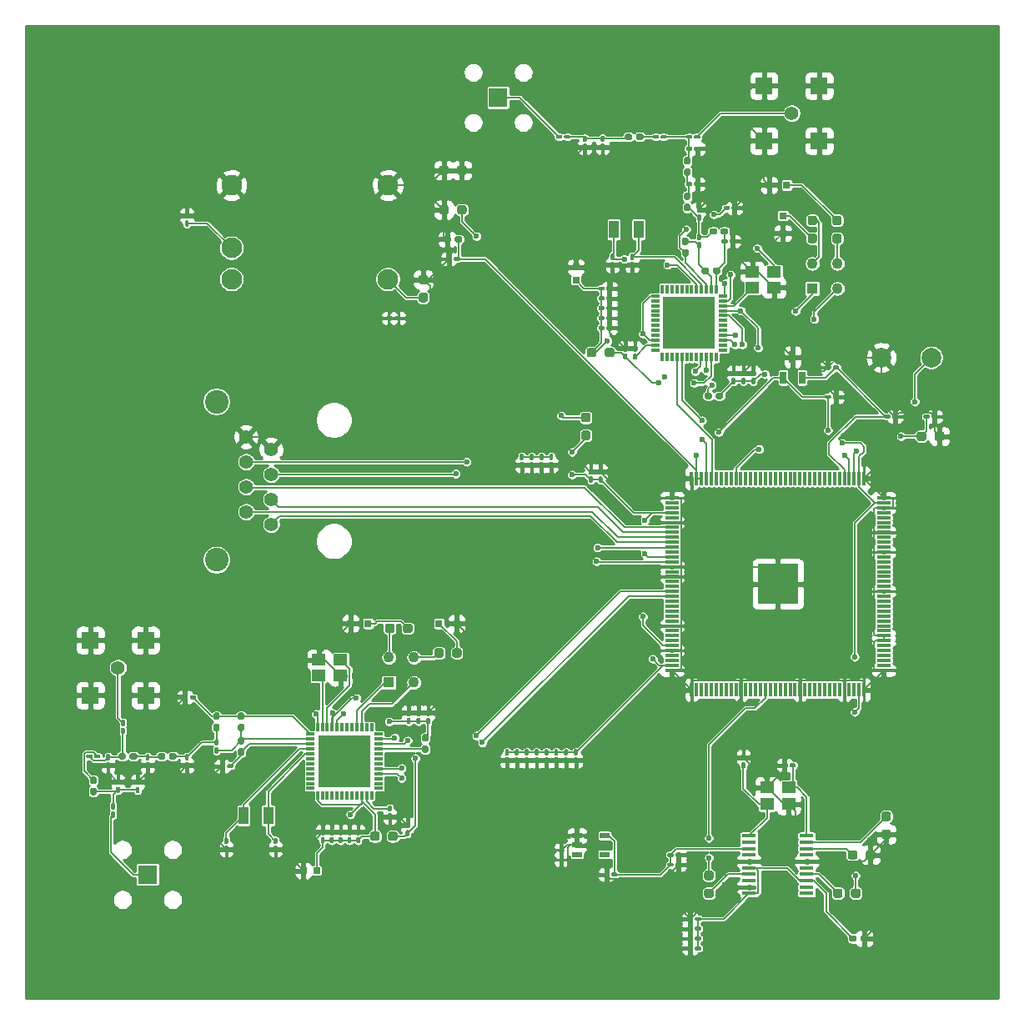
<source format=gtl>
%TF.GenerationSoftware,KiCad,Pcbnew,(5.1.10)-1*%
%TF.CreationDate,2021-10-14T01:54:17+08:00*%
%TF.ProjectId,cc1310,63633133-3130-42e6-9b69-6361645f7063,rev?*%
%TF.SameCoordinates,Original*%
%TF.FileFunction,Copper,L1,Top*%
%TF.FilePolarity,Positive*%
%FSLAX46Y46*%
G04 Gerber Fmt 4.6, Leading zero omitted, Abs format (unit mm)*
G04 Created by KiCad (PCBNEW (5.1.10)-1) date 2021-10-14 01:54:17*
%MOMM*%
%LPD*%
G01*
G04 APERTURE LIST*
%TA.AperFunction,SMDPad,CuDef*%
%ADD10R,1.400000X1.150000*%
%TD*%
%TA.AperFunction,SMDPad,CuDef*%
%ADD11R,1.000000X1.800000*%
%TD*%
%TA.AperFunction,SMDPad,CuDef*%
%ADD12R,1.400000X1.200000*%
%TD*%
%TA.AperFunction,ComponentPad*%
%ADD13C,2.100000*%
%TD*%
%TA.AperFunction,SMDPad,CuDef*%
%ADD14R,0.700000X0.800000*%
%TD*%
%TA.AperFunction,SMDPad,CuDef*%
%ADD15R,0.800000X0.700000*%
%TD*%
%TA.AperFunction,ComponentPad*%
%ADD16C,1.100000*%
%TD*%
%TA.AperFunction,ComponentPad*%
%ADD17R,1.100000X1.100000*%
%TD*%
%TA.AperFunction,SMDPad,CuDef*%
%ADD18C,1.400000*%
%TD*%
%TA.AperFunction,SMDPad,CuDef*%
%ADD19R,1.800000X1.800000*%
%TD*%
%TA.AperFunction,ComponentPad*%
%ADD20C,2.400000*%
%TD*%
%TA.AperFunction,ComponentPad*%
%ADD21C,1.400000*%
%TD*%
%TA.AperFunction,SMDPad,CuDef*%
%ADD22R,5.250000X5.250000*%
%TD*%
%TA.AperFunction,SMDPad,CuDef*%
%ADD23R,0.300000X0.900000*%
%TD*%
%TA.AperFunction,SMDPad,CuDef*%
%ADD24R,0.900000X0.300000*%
%TD*%
%TA.AperFunction,SMDPad,CuDef*%
%ADD25R,4.150000X4.150000*%
%TD*%
%TA.AperFunction,SMDPad,CuDef*%
%ADD26R,1.475000X0.300000*%
%TD*%
%TA.AperFunction,SMDPad,CuDef*%
%ADD27R,0.300000X1.475000*%
%TD*%
%TA.AperFunction,SMDPad,CuDef*%
%ADD28R,1.475000X0.450000*%
%TD*%
%TA.AperFunction,SMDPad,CuDef*%
%ADD29R,0.650000X1.250000*%
%TD*%
%TA.AperFunction,SMDPad,CuDef*%
%ADD30R,1.000000X0.600000*%
%TD*%
%TA.AperFunction,SMDPad,CuDef*%
%ADD31R,0.650000X0.700000*%
%TD*%
%TA.AperFunction,SMDPad,CuDef*%
%ADD32R,0.700000X0.650000*%
%TD*%
%TA.AperFunction,ComponentPad*%
%ADD33C,2.000000*%
%TD*%
%TA.AperFunction,ComponentPad*%
%ADD34R,1.935000X1.935000*%
%TD*%
%TA.AperFunction,ViaPad*%
%ADD35C,0.600000*%
%TD*%
%TA.AperFunction,Conductor*%
%ADD36C,0.150000*%
%TD*%
%TA.AperFunction,Conductor*%
%ADD37C,0.254000*%
%TD*%
%TA.AperFunction,Conductor*%
%ADD38C,0.100000*%
%TD*%
G04 APERTURE END LIST*
D10*
%TO.P,Y5,4*%
%TO.N,GND*%
X130400000Y-95000000D03*
%TO.P,Y5,3*%
%TO.N,Net-(IC6-Pad46)*%
X132600000Y-95000000D03*
%TO.P,Y5,2*%
%TO.N,GND*%
X132600000Y-96600000D03*
%TO.P,Y5,1*%
%TO.N,Net-(IC6-Pad47)*%
X130400000Y-96600000D03*
%TD*%
%TO.P,Y4,4*%
%TO.N,GND*%
X176600000Y-57200000D03*
%TO.P,Y4,3*%
%TO.N,Net-(IC5-Pad46)*%
X174400000Y-57200000D03*
%TO.P,Y4,2*%
%TO.N,GND*%
X174400000Y-55600000D03*
%TO.P,Y4,1*%
%TO.N,Net-(IC5-Pad47)*%
X176600000Y-55600000D03*
%TD*%
D11*
%TO.P,Y3,2*%
%TO.N,Net-(C55-Pad1)*%
X125250000Y-110800000D03*
%TO.P,Y3,1*%
%TO.N,Net-(C49-Pad1)*%
X122750000Y-110800000D03*
%TD*%
%TO.P,Y2,2*%
%TO.N,Net-(C54-Pad1)*%
X160350000Y-51300000D03*
%TO.P,Y2,1*%
%TO.N,Net-(C47-Pad1)*%
X162850000Y-51300000D03*
%TD*%
D12*
%TO.P,Y1,4*%
%TO.N,GND*%
X175900000Y-107950000D03*
%TO.P,Y1,3*%
%TO.N,Net-(C14-Pad1)*%
X178100000Y-107950000D03*
%TO.P,Y1,2*%
%TO.N,GND*%
X178100000Y-109650000D03*
%TO.P,Y1,1*%
%TO.N,Net-(C9-Pad2)*%
X175900000Y-109650000D03*
%TD*%
%TO.P,R15,2*%
%TO.N,Net-(J5-Pad4)*%
%TA.AperFunction,SMDPad,CuDef*%
G36*
G01*
X143075000Y-94062500D02*
X143075000Y-94537500D01*
G75*
G02*
X142837500Y-94775000I-237500J0D01*
G01*
X142337500Y-94775000D01*
G75*
G02*
X142100000Y-94537500I0J237500D01*
G01*
X142100000Y-94062500D01*
G75*
G02*
X142337500Y-93825000I237500J0D01*
G01*
X142837500Y-93825000D01*
G75*
G02*
X143075000Y-94062500I0J-237500D01*
G01*
G37*
%TD.AperFunction*%
%TO.P,R15,1*%
%TO.N,Net-(LED4-Pad2)*%
%TA.AperFunction,SMDPad,CuDef*%
G36*
G01*
X144900000Y-94062500D02*
X144900000Y-94537500D01*
G75*
G02*
X144662500Y-94775000I-237500J0D01*
G01*
X144162500Y-94775000D01*
G75*
G02*
X143925000Y-94537500I0J237500D01*
G01*
X143925000Y-94062500D01*
G75*
G02*
X144162500Y-93825000I237500J0D01*
G01*
X144662500Y-93825000D01*
G75*
G02*
X144900000Y-94062500I0J-237500D01*
G01*
G37*
%TD.AperFunction*%
%TD*%
%TO.P,R14,2*%
%TO.N,Net-(J5-Pad2)*%
%TA.AperFunction,SMDPad,CuDef*%
G36*
G01*
X138075000Y-91562500D02*
X138075000Y-92037500D01*
G75*
G02*
X137837500Y-92275000I-237500J0D01*
G01*
X137337500Y-92275000D01*
G75*
G02*
X137100000Y-92037500I0J237500D01*
G01*
X137100000Y-91562500D01*
G75*
G02*
X137337500Y-91325000I237500J0D01*
G01*
X137837500Y-91325000D01*
G75*
G02*
X138075000Y-91562500I0J-237500D01*
G01*
G37*
%TD.AperFunction*%
%TO.P,R14,1*%
%TO.N,Net-(LED3-Pad2)*%
%TA.AperFunction,SMDPad,CuDef*%
G36*
G01*
X139900000Y-91562500D02*
X139900000Y-92037500D01*
G75*
G02*
X139662500Y-92275000I-237500J0D01*
G01*
X139162500Y-92275000D01*
G75*
G02*
X138925000Y-92037500I0J237500D01*
G01*
X138925000Y-91562500D01*
G75*
G02*
X139162500Y-91325000I237500J0D01*
G01*
X139662500Y-91325000D01*
G75*
G02*
X139900000Y-91562500I0J-237500D01*
G01*
G37*
%TD.AperFunction*%
%TD*%
%TO.P,R13,2*%
%TO.N,Net-(C57-Pad1)*%
%TA.AperFunction,SMDPad,CuDef*%
G36*
G01*
X136575000Y-112662500D02*
X136575000Y-113137500D01*
G75*
G02*
X136337500Y-113375000I-237500J0D01*
G01*
X135837500Y-113375000D01*
G75*
G02*
X135600000Y-113137500I0J237500D01*
G01*
X135600000Y-112662500D01*
G75*
G02*
X135837500Y-112425000I237500J0D01*
G01*
X136337500Y-112425000D01*
G75*
G02*
X136575000Y-112662500I0J-237500D01*
G01*
G37*
%TD.AperFunction*%
%TO.P,R13,1*%
%TO.N,Net-(C67-Pad1)*%
%TA.AperFunction,SMDPad,CuDef*%
G36*
G01*
X138400000Y-112662500D02*
X138400000Y-113137500D01*
G75*
G02*
X138162500Y-113375000I-237500J0D01*
G01*
X137662500Y-113375000D01*
G75*
G02*
X137425000Y-113137500I0J237500D01*
G01*
X137425000Y-112662500D01*
G75*
G02*
X137662500Y-112425000I237500J0D01*
G01*
X138162500Y-112425000D01*
G75*
G02*
X138400000Y-112662500I0J-237500D01*
G01*
G37*
%TD.AperFunction*%
%TD*%
%TO.P,R12,2*%
%TO.N,Net-(J4-Pad4)*%
%TA.AperFunction,SMDPad,CuDef*%
G36*
G01*
X182762500Y-51725000D02*
X183237500Y-51725000D01*
G75*
G02*
X183475000Y-51962500I0J-237500D01*
G01*
X183475000Y-52462500D01*
G75*
G02*
X183237500Y-52700000I-237500J0D01*
G01*
X182762500Y-52700000D01*
G75*
G02*
X182525000Y-52462500I0J237500D01*
G01*
X182525000Y-51962500D01*
G75*
G02*
X182762500Y-51725000I237500J0D01*
G01*
G37*
%TD.AperFunction*%
%TO.P,R12,1*%
%TO.N,Net-(LED2-Pad2)*%
%TA.AperFunction,SMDPad,CuDef*%
G36*
G01*
X182762500Y-49900000D02*
X183237500Y-49900000D01*
G75*
G02*
X183475000Y-50137500I0J-237500D01*
G01*
X183475000Y-50637500D01*
G75*
G02*
X183237500Y-50875000I-237500J0D01*
G01*
X182762500Y-50875000D01*
G75*
G02*
X182525000Y-50637500I0J237500D01*
G01*
X182525000Y-50137500D01*
G75*
G02*
X182762500Y-49900000I237500J0D01*
G01*
G37*
%TD.AperFunction*%
%TD*%
%TO.P,R11,2*%
%TO.N,Net-(J4-Pad2)*%
%TA.AperFunction,SMDPad,CuDef*%
G36*
G01*
X180737500Y-50875000D02*
X180262500Y-50875000D01*
G75*
G02*
X180025000Y-50637500I0J237500D01*
G01*
X180025000Y-50137500D01*
G75*
G02*
X180262500Y-49900000I237500J0D01*
G01*
X180737500Y-49900000D01*
G75*
G02*
X180975000Y-50137500I0J-237500D01*
G01*
X180975000Y-50637500D01*
G75*
G02*
X180737500Y-50875000I-237500J0D01*
G01*
G37*
%TD.AperFunction*%
%TO.P,R11,1*%
%TO.N,Net-(LED1-Pad2)*%
%TA.AperFunction,SMDPad,CuDef*%
G36*
G01*
X180737500Y-52700000D02*
X180262500Y-52700000D01*
G75*
G02*
X180025000Y-52462500I0J237500D01*
G01*
X180025000Y-51962500D01*
G75*
G02*
X180262500Y-51725000I237500J0D01*
G01*
X180737500Y-51725000D01*
G75*
G02*
X180975000Y-51962500I0J-237500D01*
G01*
X180975000Y-52462500D01*
G75*
G02*
X180737500Y-52700000I-237500J0D01*
G01*
G37*
%TD.AperFunction*%
%TD*%
%TO.P,R10,2*%
%TO.N,Net-(C56-Pad1)*%
%TA.AperFunction,SMDPad,CuDef*%
G36*
G01*
X158575000Y-63562500D02*
X158575000Y-64037500D01*
G75*
G02*
X158337500Y-64275000I-237500J0D01*
G01*
X157837500Y-64275000D01*
G75*
G02*
X157600000Y-64037500I0J237500D01*
G01*
X157600000Y-63562500D01*
G75*
G02*
X157837500Y-63325000I237500J0D01*
G01*
X158337500Y-63325000D01*
G75*
G02*
X158575000Y-63562500I0J-237500D01*
G01*
G37*
%TD.AperFunction*%
%TO.P,R10,1*%
%TO.N,Net-(C66-Pad1)*%
%TA.AperFunction,SMDPad,CuDef*%
G36*
G01*
X160400000Y-63562500D02*
X160400000Y-64037500D01*
G75*
G02*
X160162500Y-64275000I-237500J0D01*
G01*
X159662500Y-64275000D01*
G75*
G02*
X159425000Y-64037500I0J237500D01*
G01*
X159425000Y-63562500D01*
G75*
G02*
X159662500Y-63325000I237500J0D01*
G01*
X160162500Y-63325000D01*
G75*
G02*
X160400000Y-63562500I0J-237500D01*
G01*
G37*
%TD.AperFunction*%
%TD*%
%TO.P,R9,2*%
%TO.N,GND*%
%TA.AperFunction,SMDPad,CuDef*%
G36*
G01*
X192925000Y-72537500D02*
X192925000Y-72062500D01*
G75*
G02*
X193162500Y-71825000I237500J0D01*
G01*
X193662500Y-71825000D01*
G75*
G02*
X193900000Y-72062500I0J-237500D01*
G01*
X193900000Y-72537500D01*
G75*
G02*
X193662500Y-72775000I-237500J0D01*
G01*
X193162500Y-72775000D01*
G75*
G02*
X192925000Y-72537500I0J237500D01*
G01*
G37*
%TD.AperFunction*%
%TO.P,R9,1*%
%TO.N,Net-(C31-Pad1)*%
%TA.AperFunction,SMDPad,CuDef*%
G36*
G01*
X191100000Y-72537500D02*
X191100000Y-72062500D01*
G75*
G02*
X191337500Y-71825000I237500J0D01*
G01*
X191837500Y-71825000D01*
G75*
G02*
X192075000Y-72062500I0J-237500D01*
G01*
X192075000Y-72537500D01*
G75*
G02*
X191837500Y-72775000I-237500J0D01*
G01*
X191337500Y-72775000D01*
G75*
G02*
X191100000Y-72537500I0J237500D01*
G01*
G37*
%TD.AperFunction*%
%TD*%
%TO.P,R8,2*%
%TO.N,/VCC_IO*%
%TA.AperFunction,SMDPad,CuDef*%
G36*
G01*
X157737500Y-70875000D02*
X157262500Y-70875000D01*
G75*
G02*
X157025000Y-70637500I0J237500D01*
G01*
X157025000Y-70137500D01*
G75*
G02*
X157262500Y-69900000I237500J0D01*
G01*
X157737500Y-69900000D01*
G75*
G02*
X157975000Y-70137500I0J-237500D01*
G01*
X157975000Y-70637500D01*
G75*
G02*
X157737500Y-70875000I-237500J0D01*
G01*
G37*
%TD.AperFunction*%
%TO.P,R8,1*%
%TO.N,Net-(C28-Pad2)*%
%TA.AperFunction,SMDPad,CuDef*%
G36*
G01*
X157737500Y-72700000D02*
X157262500Y-72700000D01*
G75*
G02*
X157025000Y-72462500I0J237500D01*
G01*
X157025000Y-71962500D01*
G75*
G02*
X157262500Y-71725000I237500J0D01*
G01*
X157737500Y-71725000D01*
G75*
G02*
X157975000Y-71962500I0J-237500D01*
G01*
X157975000Y-72462500D01*
G75*
G02*
X157737500Y-72700000I-237500J0D01*
G01*
G37*
%TD.AperFunction*%
%TD*%
%TO.P,R7,2*%
%TO.N,Net-(IC3-Pad18)*%
%TA.AperFunction,SMDPad,CuDef*%
G36*
G01*
X185075000Y-114562500D02*
X185075000Y-115037500D01*
G75*
G02*
X184837500Y-115275000I-237500J0D01*
G01*
X184337500Y-115275000D01*
G75*
G02*
X184100000Y-115037500I0J237500D01*
G01*
X184100000Y-114562500D01*
G75*
G02*
X184337500Y-114325000I237500J0D01*
G01*
X184837500Y-114325000D01*
G75*
G02*
X185075000Y-114562500I0J-237500D01*
G01*
G37*
%TD.AperFunction*%
%TO.P,R7,1*%
%TO.N,GND*%
%TA.AperFunction,SMDPad,CuDef*%
G36*
G01*
X186900000Y-114562500D02*
X186900000Y-115037500D01*
G75*
G02*
X186662500Y-115275000I-237500J0D01*
G01*
X186162500Y-115275000D01*
G75*
G02*
X185925000Y-115037500I0J237500D01*
G01*
X185925000Y-114562500D01*
G75*
G02*
X186162500Y-114325000I237500J0D01*
G01*
X186662500Y-114325000D01*
G75*
G02*
X186900000Y-114562500I0J-237500D01*
G01*
G37*
%TD.AperFunction*%
%TD*%
%TO.P,R6,2*%
%TO.N,Net-(IC3-Pad19)*%
%TA.AperFunction,SMDPad,CuDef*%
G36*
G01*
X188237500Y-111375000D02*
X187762500Y-111375000D01*
G75*
G02*
X187525000Y-111137500I0J237500D01*
G01*
X187525000Y-110637500D01*
G75*
G02*
X187762500Y-110400000I237500J0D01*
G01*
X188237500Y-110400000D01*
G75*
G02*
X188475000Y-110637500I0J-237500D01*
G01*
X188475000Y-111137500D01*
G75*
G02*
X188237500Y-111375000I-237500J0D01*
G01*
G37*
%TD.AperFunction*%
%TO.P,R6,1*%
%TO.N,GND*%
%TA.AperFunction,SMDPad,CuDef*%
G36*
G01*
X188237500Y-113200000D02*
X187762500Y-113200000D01*
G75*
G02*
X187525000Y-112962500I0J237500D01*
G01*
X187525000Y-112462500D01*
G75*
G02*
X187762500Y-112225000I237500J0D01*
G01*
X188237500Y-112225000D01*
G75*
G02*
X188475000Y-112462500I0J-237500D01*
G01*
X188475000Y-112962500D01*
G75*
G02*
X188237500Y-113200000I-237500J0D01*
G01*
G37*
%TD.AperFunction*%
%TD*%
%TO.P,R5,2*%
%TO.N,/ADC_CLK_10*%
%TA.AperFunction,SMDPad,CuDef*%
G36*
G01*
X184425000Y-118937500D02*
X184425000Y-118462500D01*
G75*
G02*
X184662500Y-118225000I237500J0D01*
G01*
X185162500Y-118225000D01*
G75*
G02*
X185400000Y-118462500I0J-237500D01*
G01*
X185400000Y-118937500D01*
G75*
G02*
X185162500Y-119175000I-237500J0D01*
G01*
X184662500Y-119175000D01*
G75*
G02*
X184425000Y-118937500I0J237500D01*
G01*
G37*
%TD.AperFunction*%
%TO.P,R5,1*%
%TO.N,Net-(IC3-Pad14)*%
%TA.AperFunction,SMDPad,CuDef*%
G36*
G01*
X182600000Y-118937500D02*
X182600000Y-118462500D01*
G75*
G02*
X182837500Y-118225000I237500J0D01*
G01*
X183337500Y-118225000D01*
G75*
G02*
X183575000Y-118462500I0J-237500D01*
G01*
X183575000Y-118937500D01*
G75*
G02*
X183337500Y-119175000I-237500J0D01*
G01*
X182837500Y-119175000D01*
G75*
G02*
X182600000Y-118937500I0J237500D01*
G01*
G37*
%TD.AperFunction*%
%TD*%
%TO.P,R4,2*%
%TO.N,GND*%
%TA.AperFunction,SMDPad,CuDef*%
G36*
G01*
X143575000Y-49062500D02*
X143575000Y-49537500D01*
G75*
G02*
X143337500Y-49775000I-237500J0D01*
G01*
X142837500Y-49775000D01*
G75*
G02*
X142600000Y-49537500I0J237500D01*
G01*
X142600000Y-49062500D01*
G75*
G02*
X142837500Y-48825000I237500J0D01*
G01*
X143337500Y-48825000D01*
G75*
G02*
X143575000Y-49062500I0J-237500D01*
G01*
G37*
%TD.AperFunction*%
%TO.P,R4,1*%
%TO.N,/VCC_IO*%
%TA.AperFunction,SMDPad,CuDef*%
G36*
G01*
X145400000Y-49062500D02*
X145400000Y-49537500D01*
G75*
G02*
X145162500Y-49775000I-237500J0D01*
G01*
X144662500Y-49775000D01*
G75*
G02*
X144425000Y-49537500I0J237500D01*
G01*
X144425000Y-49062500D01*
G75*
G02*
X144662500Y-48825000I237500J0D01*
G01*
X145162500Y-48825000D01*
G75*
G02*
X145400000Y-49062500I0J-237500D01*
G01*
G37*
%TD.AperFunction*%
%TD*%
%TO.P,R3,2*%
%TO.N,GND*%
%TA.AperFunction,SMDPad,CuDef*%
G36*
G01*
X144425000Y-45537500D02*
X144425000Y-45062500D01*
G75*
G02*
X144662500Y-44825000I237500J0D01*
G01*
X145162500Y-44825000D01*
G75*
G02*
X145400000Y-45062500I0J-237500D01*
G01*
X145400000Y-45537500D01*
G75*
G02*
X145162500Y-45775000I-237500J0D01*
G01*
X144662500Y-45775000D01*
G75*
G02*
X144425000Y-45537500I0J237500D01*
G01*
G37*
%TD.AperFunction*%
%TO.P,R3,1*%
%TA.AperFunction,SMDPad,CuDef*%
G36*
G01*
X142600000Y-45537500D02*
X142600000Y-45062500D01*
G75*
G02*
X142837500Y-44825000I237500J0D01*
G01*
X143337500Y-44825000D01*
G75*
G02*
X143575000Y-45062500I0J-237500D01*
G01*
X143575000Y-45537500D01*
G75*
G02*
X143337500Y-45775000I-237500J0D01*
G01*
X142837500Y-45775000D01*
G75*
G02*
X142600000Y-45537500I0J237500D01*
G01*
G37*
%TD.AperFunction*%
%TD*%
%TO.P,R2,2*%
%TO.N,Net-(PS1-Pad4)*%
%TA.AperFunction,SMDPad,CuDef*%
G36*
G01*
X140762500Y-57725000D02*
X141237500Y-57725000D01*
G75*
G02*
X141475000Y-57962500I0J-237500D01*
G01*
X141475000Y-58462500D01*
G75*
G02*
X141237500Y-58700000I-237500J0D01*
G01*
X140762500Y-58700000D01*
G75*
G02*
X140525000Y-58462500I0J237500D01*
G01*
X140525000Y-57962500D01*
G75*
G02*
X140762500Y-57725000I237500J0D01*
G01*
G37*
%TD.AperFunction*%
%TO.P,R2,1*%
%TO.N,GND*%
%TA.AperFunction,SMDPad,CuDef*%
G36*
G01*
X140762500Y-55900000D02*
X141237500Y-55900000D01*
G75*
G02*
X141475000Y-56137500I0J-237500D01*
G01*
X141475000Y-56637500D01*
G75*
G02*
X141237500Y-56875000I-237500J0D01*
G01*
X140762500Y-56875000D01*
G75*
G02*
X140525000Y-56637500I0J237500D01*
G01*
X140525000Y-56137500D01*
G75*
G02*
X140762500Y-55900000I237500J0D01*
G01*
G37*
%TD.AperFunction*%
%TD*%
%TO.P,R1,2*%
%TO.N,/MAX10_CLK_50*%
%TA.AperFunction,SMDPad,CuDef*%
G36*
G01*
X170237500Y-117375000D02*
X169762500Y-117375000D01*
G75*
G02*
X169525000Y-117137500I0J237500D01*
G01*
X169525000Y-116637500D01*
G75*
G02*
X169762500Y-116400000I237500J0D01*
G01*
X170237500Y-116400000D01*
G75*
G02*
X170475000Y-116637500I0J-237500D01*
G01*
X170475000Y-117137500D01*
G75*
G02*
X170237500Y-117375000I-237500J0D01*
G01*
G37*
%TD.AperFunction*%
%TO.P,R1,1*%
%TO.N,Net-(IC3-Pad7)*%
%TA.AperFunction,SMDPad,CuDef*%
G36*
G01*
X170237500Y-119200000D02*
X169762500Y-119200000D01*
G75*
G02*
X169525000Y-118962500I0J237500D01*
G01*
X169525000Y-118462500D01*
G75*
G02*
X169762500Y-118225000I237500J0D01*
G01*
X170237500Y-118225000D01*
G75*
G02*
X170475000Y-118462500I0J-237500D01*
G01*
X170475000Y-118962500D01*
G75*
G02*
X170237500Y-119200000I-237500J0D01*
G01*
G37*
%TD.AperFunction*%
%TD*%
D13*
%TO.P,PS1,5*%
%TO.N,GND*%
X137400000Y-46820000D03*
%TO.P,PS1,4*%
%TO.N,Net-(PS1-Pad4)*%
X137400000Y-56350000D03*
%TO.P,PS1,3*%
%TO.N,Net-(PS1-Pad3)*%
X121520000Y-56350000D03*
%TO.P,PS1,2*%
%TO.N,/Vin*%
X121520000Y-53170000D03*
%TO.P,PS1,1*%
%TO.N,GND*%
X121520000Y-46820000D03*
%TD*%
D14*
%TO.P,LED4,2*%
%TO.N,Net-(LED4-Pad2)*%
X142600000Y-91300000D03*
%TO.P,LED4,1*%
%TO.N,GND*%
X144400000Y-91300000D03*
%TD*%
%TO.P,LED3,2*%
%TO.N,Net-(LED3-Pad2)*%
X135400000Y-91300000D03*
%TO.P,LED3,1*%
%TO.N,GND*%
X133600000Y-91300000D03*
%TD*%
%TO.P,LED2,2*%
%TO.N,Net-(LED2-Pad2)*%
X177900000Y-46800000D03*
%TO.P,LED2,1*%
%TO.N,GND*%
X176100000Y-46800000D03*
%TD*%
D15*
%TO.P,LED1,2*%
%TO.N,Net-(LED1-Pad2)*%
X177500000Y-49900000D03*
%TO.P,LED1,1*%
%TO.N,GND*%
X177500000Y-51700000D03*
%TD*%
%TO.P,L16,2*%
%TO.N,Net-(C71-Pad1)*%
%TA.AperFunction,SMDPad,CuDef*%
G36*
G01*
X141360000Y-103310000D02*
X141040000Y-103310000D01*
G75*
G02*
X140880000Y-103150000I0J160000D01*
G01*
X140880000Y-102705000D01*
G75*
G02*
X141040000Y-102545000I160000J0D01*
G01*
X141360000Y-102545000D01*
G75*
G02*
X141520000Y-102705000I0J-160000D01*
G01*
X141520000Y-103150000D01*
G75*
G02*
X141360000Y-103310000I-160000J0D01*
G01*
G37*
%TD.AperFunction*%
%TO.P,L16,1*%
%TO.N,Net-(IC6-Pad33)*%
%TA.AperFunction,SMDPad,CuDef*%
G36*
G01*
X141360000Y-104455000D02*
X141040000Y-104455000D01*
G75*
G02*
X140880000Y-104295000I0J160000D01*
G01*
X140880000Y-103850000D01*
G75*
G02*
X141040000Y-103690000I160000J0D01*
G01*
X141360000Y-103690000D01*
G75*
G02*
X141520000Y-103850000I0J-160000D01*
G01*
X141520000Y-104295000D01*
G75*
G02*
X141360000Y-104455000I-160000J0D01*
G01*
G37*
%TD.AperFunction*%
%TD*%
%TO.P,L15,2*%
%TO.N,Net-(C69-Pad1)*%
%TA.AperFunction,SMDPad,CuDef*%
G36*
G01*
X170690000Y-68360000D02*
X170690000Y-68040000D01*
G75*
G02*
X170850000Y-67880000I160000J0D01*
G01*
X171295000Y-67880000D01*
G75*
G02*
X171455000Y-68040000I0J-160000D01*
G01*
X171455000Y-68360000D01*
G75*
G02*
X171295000Y-68520000I-160000J0D01*
G01*
X170850000Y-68520000D01*
G75*
G02*
X170690000Y-68360000I0J160000D01*
G01*
G37*
%TD.AperFunction*%
%TO.P,L15,1*%
%TO.N,Net-(IC5-Pad33)*%
%TA.AperFunction,SMDPad,CuDef*%
G36*
G01*
X169545000Y-68360000D02*
X169545000Y-68040000D01*
G75*
G02*
X169705000Y-67880000I160000J0D01*
G01*
X170150000Y-67880000D01*
G75*
G02*
X170310000Y-68040000I0J-160000D01*
G01*
X170310000Y-68360000D01*
G75*
G02*
X170150000Y-68520000I-160000J0D01*
G01*
X169705000Y-68520000D01*
G75*
G02*
X169545000Y-68360000I0J160000D01*
G01*
G37*
%TD.AperFunction*%
%TD*%
%TO.P,L14,2*%
%TO.N,Net-(3.6pF2-Pad2)*%
%TA.AperFunction,SMDPad,CuDef*%
G36*
G01*
X122340000Y-101490000D02*
X122660000Y-101490000D01*
G75*
G02*
X122820000Y-101650000I0J-160000D01*
G01*
X122820000Y-102095000D01*
G75*
G02*
X122660000Y-102255000I-160000J0D01*
G01*
X122340000Y-102255000D01*
G75*
G02*
X122180000Y-102095000I0J160000D01*
G01*
X122180000Y-101650000D01*
G75*
G02*
X122340000Y-101490000I160000J0D01*
G01*
G37*
%TD.AperFunction*%
%TO.P,L14,1*%
%TO.N,Net-(C53-Pad1)*%
%TA.AperFunction,SMDPad,CuDef*%
G36*
G01*
X122340000Y-100345000D02*
X122660000Y-100345000D01*
G75*
G02*
X122820000Y-100505000I0J-160000D01*
G01*
X122820000Y-100950000D01*
G75*
G02*
X122660000Y-101110000I-160000J0D01*
G01*
X122340000Y-101110000D01*
G75*
G02*
X122180000Y-100950000I0J160000D01*
G01*
X122180000Y-100505000D01*
G75*
G02*
X122340000Y-100345000I160000J0D01*
G01*
G37*
%TD.AperFunction*%
%TD*%
%TO.P,L13,2*%
%TO.N,Net-(C52-Pad1)*%
%TA.AperFunction,SMDPad,CuDef*%
G36*
G01*
X122340000Y-103990000D02*
X122660000Y-103990000D01*
G75*
G02*
X122820000Y-104150000I0J-160000D01*
G01*
X122820000Y-104595000D01*
G75*
G02*
X122660000Y-104755000I-160000J0D01*
G01*
X122340000Y-104755000D01*
G75*
G02*
X122180000Y-104595000I0J160000D01*
G01*
X122180000Y-104150000D01*
G75*
G02*
X122340000Y-103990000I160000J0D01*
G01*
G37*
%TD.AperFunction*%
%TO.P,L13,1*%
%TO.N,Net-(3.6pF2-Pad2)*%
%TA.AperFunction,SMDPad,CuDef*%
G36*
G01*
X122340000Y-102845000D02*
X122660000Y-102845000D01*
G75*
G02*
X122820000Y-103005000I0J-160000D01*
G01*
X122820000Y-103450000D01*
G75*
G02*
X122660000Y-103610000I-160000J0D01*
G01*
X122340000Y-103610000D01*
G75*
G02*
X122180000Y-103450000I0J160000D01*
G01*
X122180000Y-103005000D01*
G75*
G02*
X122340000Y-102845000I160000J0D01*
G01*
G37*
%TD.AperFunction*%
%TD*%
%TO.P,L12,2*%
%TO.N,Net-(3.6pF1-Pad2)*%
%TA.AperFunction,SMDPad,CuDef*%
G36*
G01*
X170010000Y-55340000D02*
X170010000Y-55660000D01*
G75*
G02*
X169850000Y-55820000I-160000J0D01*
G01*
X169405000Y-55820000D01*
G75*
G02*
X169245000Y-55660000I0J160000D01*
G01*
X169245000Y-55340000D01*
G75*
G02*
X169405000Y-55180000I160000J0D01*
G01*
X169850000Y-55180000D01*
G75*
G02*
X170010000Y-55340000I0J-160000D01*
G01*
G37*
%TD.AperFunction*%
%TO.P,L12,1*%
%TO.N,Net-(C51-Pad1)*%
%TA.AperFunction,SMDPad,CuDef*%
G36*
G01*
X171155000Y-55340000D02*
X171155000Y-55660000D01*
G75*
G02*
X170995000Y-55820000I-160000J0D01*
G01*
X170550000Y-55820000D01*
G75*
G02*
X170390000Y-55660000I0J160000D01*
G01*
X170390000Y-55340000D01*
G75*
G02*
X170550000Y-55180000I160000J0D01*
G01*
X170995000Y-55180000D01*
G75*
G02*
X171155000Y-55340000I0J-160000D01*
G01*
G37*
%TD.AperFunction*%
%TD*%
%TO.P,L11,2*%
%TO.N,Net-(C50-Pad1)*%
%TA.AperFunction,SMDPad,CuDef*%
G36*
G01*
X167440000Y-53290000D02*
X167760000Y-53290000D01*
G75*
G02*
X167920000Y-53450000I0J-160000D01*
G01*
X167920000Y-53895000D01*
G75*
G02*
X167760000Y-54055000I-160000J0D01*
G01*
X167440000Y-54055000D01*
G75*
G02*
X167280000Y-53895000I0J160000D01*
G01*
X167280000Y-53450000D01*
G75*
G02*
X167440000Y-53290000I160000J0D01*
G01*
G37*
%TD.AperFunction*%
%TO.P,L11,1*%
%TO.N,Net-(3.6pF1-Pad2)*%
%TA.AperFunction,SMDPad,CuDef*%
G36*
G01*
X167440000Y-52145000D02*
X167760000Y-52145000D01*
G75*
G02*
X167920000Y-52305000I0J-160000D01*
G01*
X167920000Y-52750000D01*
G75*
G02*
X167760000Y-52910000I-160000J0D01*
G01*
X167440000Y-52910000D01*
G75*
G02*
X167280000Y-52750000I0J160000D01*
G01*
X167280000Y-52305000D01*
G75*
G02*
X167440000Y-52145000I160000J0D01*
G01*
G37*
%TD.AperFunction*%
%TD*%
%TO.P,L10,2*%
%TO.N,Net-(C53-Pad1)*%
%TA.AperFunction,SMDPad,CuDef*%
G36*
G01*
X120160000Y-101110000D02*
X119840000Y-101110000D01*
G75*
G02*
X119680000Y-100950000I0J160000D01*
G01*
X119680000Y-100505000D01*
G75*
G02*
X119840000Y-100345000I160000J0D01*
G01*
X120160000Y-100345000D01*
G75*
G02*
X120320000Y-100505000I0J-160000D01*
G01*
X120320000Y-100950000D01*
G75*
G02*
X120160000Y-101110000I-160000J0D01*
G01*
G37*
%TD.AperFunction*%
%TO.P,L10,1*%
%TO.N,Net-(3.6pF2-Pad1)*%
%TA.AperFunction,SMDPad,CuDef*%
G36*
G01*
X120160000Y-102255000D02*
X119840000Y-102255000D01*
G75*
G02*
X119680000Y-102095000I0J160000D01*
G01*
X119680000Y-101650000D01*
G75*
G02*
X119840000Y-101490000I160000J0D01*
G01*
X120160000Y-101490000D01*
G75*
G02*
X120320000Y-101650000I0J-160000D01*
G01*
X120320000Y-102095000D01*
G75*
G02*
X120160000Y-102255000I-160000J0D01*
G01*
G37*
%TD.AperFunction*%
%TD*%
%TO.P,L9,2*%
%TO.N,Net-(C51-Pad1)*%
%TA.AperFunction,SMDPad,CuDef*%
G36*
G01*
X171190000Y-51660000D02*
X171190000Y-51340000D01*
G75*
G02*
X171350000Y-51180000I160000J0D01*
G01*
X171795000Y-51180000D01*
G75*
G02*
X171955000Y-51340000I0J-160000D01*
G01*
X171955000Y-51660000D01*
G75*
G02*
X171795000Y-51820000I-160000J0D01*
G01*
X171350000Y-51820000D01*
G75*
G02*
X171190000Y-51660000I0J160000D01*
G01*
G37*
%TD.AperFunction*%
%TO.P,L9,1*%
%TO.N,Net-(3.6pF1-Pad1)*%
%TA.AperFunction,SMDPad,CuDef*%
G36*
G01*
X170045000Y-51660000D02*
X170045000Y-51340000D01*
G75*
G02*
X170205000Y-51180000I160000J0D01*
G01*
X170650000Y-51180000D01*
G75*
G02*
X170810000Y-51340000I0J-160000D01*
G01*
X170810000Y-51660000D01*
G75*
G02*
X170650000Y-51820000I-160000J0D01*
G01*
X170205000Y-51820000D01*
G75*
G02*
X170045000Y-51660000I0J160000D01*
G01*
G37*
%TD.AperFunction*%
%TD*%
%TO.P,L8,2*%
%TO.N,Net-(3.6pF2-Pad1)*%
%TA.AperFunction,SMDPad,CuDef*%
G36*
G01*
X115190000Y-104960000D02*
X115190000Y-104640000D01*
G75*
G02*
X115350000Y-104480000I160000J0D01*
G01*
X115795000Y-104480000D01*
G75*
G02*
X115955000Y-104640000I0J-160000D01*
G01*
X115955000Y-104960000D01*
G75*
G02*
X115795000Y-105120000I-160000J0D01*
G01*
X115350000Y-105120000D01*
G75*
G02*
X115190000Y-104960000I0J160000D01*
G01*
G37*
%TD.AperFunction*%
%TO.P,L8,1*%
%TO.N,Net-(C45-Pad1)*%
%TA.AperFunction,SMDPad,CuDef*%
G36*
G01*
X114045000Y-104960000D02*
X114045000Y-104640000D01*
G75*
G02*
X114205000Y-104480000I160000J0D01*
G01*
X114650000Y-104480000D01*
G75*
G02*
X114810000Y-104640000I0J-160000D01*
G01*
X114810000Y-104960000D01*
G75*
G02*
X114650000Y-105120000I-160000J0D01*
G01*
X114205000Y-105120000D01*
G75*
G02*
X114045000Y-104960000I0J160000D01*
G01*
G37*
%TD.AperFunction*%
%TD*%
%TO.P,L7,2*%
%TO.N,Net-(3.6pF1-Pad1)*%
%TA.AperFunction,SMDPad,CuDef*%
G36*
G01*
X167640000Y-48690000D02*
X167960000Y-48690000D01*
G75*
G02*
X168120000Y-48850000I0J-160000D01*
G01*
X168120000Y-49295000D01*
G75*
G02*
X167960000Y-49455000I-160000J0D01*
G01*
X167640000Y-49455000D01*
G75*
G02*
X167480000Y-49295000I0J160000D01*
G01*
X167480000Y-48850000D01*
G75*
G02*
X167640000Y-48690000I160000J0D01*
G01*
G37*
%TD.AperFunction*%
%TO.P,L7,1*%
%TO.N,Net-(C44-Pad1)*%
%TA.AperFunction,SMDPad,CuDef*%
G36*
G01*
X167640000Y-47545000D02*
X167960000Y-47545000D01*
G75*
G02*
X168120000Y-47705000I0J-160000D01*
G01*
X168120000Y-48150000D01*
G75*
G02*
X167960000Y-48310000I-160000J0D01*
G01*
X167640000Y-48310000D01*
G75*
G02*
X167480000Y-48150000I0J160000D01*
G01*
X167480000Y-47705000D01*
G75*
G02*
X167640000Y-47545000I160000J0D01*
G01*
G37*
%TD.AperFunction*%
%TD*%
%TO.P,L6,2*%
%TO.N,Net-(C45-Pad1)*%
%TA.AperFunction,SMDPad,CuDef*%
G36*
G01*
X111190000Y-104960000D02*
X111190000Y-104640000D01*
G75*
G02*
X111350000Y-104480000I160000J0D01*
G01*
X111795000Y-104480000D01*
G75*
G02*
X111955000Y-104640000I0J-160000D01*
G01*
X111955000Y-104960000D01*
G75*
G02*
X111795000Y-105120000I-160000J0D01*
G01*
X111350000Y-105120000D01*
G75*
G02*
X111190000Y-104960000I0J160000D01*
G01*
G37*
%TD.AperFunction*%
%TO.P,L6,1*%
%TO.N,Net-(C37-Pad1)*%
%TA.AperFunction,SMDPad,CuDef*%
G36*
G01*
X110045000Y-104960000D02*
X110045000Y-104640000D01*
G75*
G02*
X110205000Y-104480000I160000J0D01*
G01*
X110650000Y-104480000D01*
G75*
G02*
X110810000Y-104640000I0J-160000D01*
G01*
X110810000Y-104960000D01*
G75*
G02*
X110650000Y-105120000I-160000J0D01*
G01*
X110205000Y-105120000D01*
G75*
G02*
X110045000Y-104960000I0J160000D01*
G01*
G37*
%TD.AperFunction*%
%TD*%
%TO.P,L5,2*%
%TO.N,Net-(C44-Pad1)*%
%TA.AperFunction,SMDPad,CuDef*%
G36*
G01*
X167640000Y-45090000D02*
X167960000Y-45090000D01*
G75*
G02*
X168120000Y-45250000I0J-160000D01*
G01*
X168120000Y-45695000D01*
G75*
G02*
X167960000Y-45855000I-160000J0D01*
G01*
X167640000Y-45855000D01*
G75*
G02*
X167480000Y-45695000I0J160000D01*
G01*
X167480000Y-45250000D01*
G75*
G02*
X167640000Y-45090000I160000J0D01*
G01*
G37*
%TD.AperFunction*%
%TO.P,L5,1*%
%TO.N,Net-(C34-Pad1)*%
%TA.AperFunction,SMDPad,CuDef*%
G36*
G01*
X167640000Y-43945000D02*
X167960000Y-43945000D01*
G75*
G02*
X168120000Y-44105000I0J-160000D01*
G01*
X168120000Y-44550000D01*
G75*
G02*
X167960000Y-44710000I-160000J0D01*
G01*
X167640000Y-44710000D01*
G75*
G02*
X167480000Y-44550000I0J160000D01*
G01*
X167480000Y-44105000D01*
G75*
G02*
X167640000Y-43945000I160000J0D01*
G01*
G37*
%TD.AperFunction*%
%TD*%
%TO.P,L4,2*%
%TO.N,Net-(C37-Pad2)*%
%TA.AperFunction,SMDPad,CuDef*%
G36*
G01*
X107660000Y-107610000D02*
X107340000Y-107610000D01*
G75*
G02*
X107180000Y-107450000I0J160000D01*
G01*
X107180000Y-107005000D01*
G75*
G02*
X107340000Y-106845000I160000J0D01*
G01*
X107660000Y-106845000D01*
G75*
G02*
X107820000Y-107005000I0J-160000D01*
G01*
X107820000Y-107450000D01*
G75*
G02*
X107660000Y-107610000I-160000J0D01*
G01*
G37*
%TD.AperFunction*%
%TO.P,L4,1*%
%TO.N,Net-(C33-Pad1)*%
%TA.AperFunction,SMDPad,CuDef*%
G36*
G01*
X107660000Y-108755000D02*
X107340000Y-108755000D01*
G75*
G02*
X107180000Y-108595000I0J160000D01*
G01*
X107180000Y-108150000D01*
G75*
G02*
X107340000Y-107990000I160000J0D01*
G01*
X107660000Y-107990000D01*
G75*
G02*
X107820000Y-108150000I0J-160000D01*
G01*
X107820000Y-108595000D01*
G75*
G02*
X107660000Y-108755000I-160000J0D01*
G01*
G37*
%TD.AperFunction*%
%TD*%
%TO.P,L3,2*%
%TO.N,Net-(C34-Pad2)*%
%TA.AperFunction,SMDPad,CuDef*%
G36*
G01*
X162590000Y-42060000D02*
X162590000Y-41740000D01*
G75*
G02*
X162750000Y-41580000I160000J0D01*
G01*
X163195000Y-41580000D01*
G75*
G02*
X163355000Y-41740000I0J-160000D01*
G01*
X163355000Y-42060000D01*
G75*
G02*
X163195000Y-42220000I-160000J0D01*
G01*
X162750000Y-42220000D01*
G75*
G02*
X162590000Y-42060000I0J160000D01*
G01*
G37*
%TD.AperFunction*%
%TO.P,L3,1*%
%TO.N,Net-(C32-Pad1)*%
%TA.AperFunction,SMDPad,CuDef*%
G36*
G01*
X161445000Y-42060000D02*
X161445000Y-41740000D01*
G75*
G02*
X161605000Y-41580000I160000J0D01*
G01*
X162050000Y-41580000D01*
G75*
G02*
X162210000Y-41740000I0J-160000D01*
G01*
X162210000Y-42060000D01*
G75*
G02*
X162050000Y-42220000I-160000J0D01*
G01*
X161605000Y-42220000D01*
G75*
G02*
X161445000Y-42060000I0J160000D01*
G01*
G37*
%TD.AperFunction*%
%TD*%
%TO.P,L2,2*%
%TO.N,GND*%
%TA.AperFunction,SMDPad,CuDef*%
G36*
G01*
X143810000Y-52140000D02*
X143810000Y-52460000D01*
G75*
G02*
X143650000Y-52620000I-160000J0D01*
G01*
X143205000Y-52620000D01*
G75*
G02*
X143045000Y-52460000I0J160000D01*
G01*
X143045000Y-52140000D01*
G75*
G02*
X143205000Y-51980000I160000J0D01*
G01*
X143650000Y-51980000D01*
G75*
G02*
X143810000Y-52140000I0J-160000D01*
G01*
G37*
%TD.AperFunction*%
%TO.P,L2,1*%
%TO.N,/VCCA_3.3V*%
%TA.AperFunction,SMDPad,CuDef*%
G36*
G01*
X144955000Y-52140000D02*
X144955000Y-52460000D01*
G75*
G02*
X144795000Y-52620000I-160000J0D01*
G01*
X144350000Y-52620000D01*
G75*
G02*
X144190000Y-52460000I0J160000D01*
G01*
X144190000Y-52140000D01*
G75*
G02*
X144350000Y-51980000I160000J0D01*
G01*
X144795000Y-51980000D01*
G75*
G02*
X144955000Y-52140000I0J-160000D01*
G01*
G37*
%TD.AperFunction*%
%TD*%
%TO.P,L1,2*%
%TO.N,Net-(C4-Pad1)*%
%TA.AperFunction,SMDPad,CuDef*%
G36*
G01*
X185010000Y-123140000D02*
X185010000Y-123460000D01*
G75*
G02*
X184850000Y-123620000I-160000J0D01*
G01*
X184405000Y-123620000D01*
G75*
G02*
X184245000Y-123460000I0J160000D01*
G01*
X184245000Y-123140000D01*
G75*
G02*
X184405000Y-122980000I160000J0D01*
G01*
X184850000Y-122980000D01*
G75*
G02*
X185010000Y-123140000I0J-160000D01*
G01*
G37*
%TD.AperFunction*%
%TO.P,L1,1*%
%TO.N,GND*%
%TA.AperFunction,SMDPad,CuDef*%
G36*
G01*
X186155000Y-123140000D02*
X186155000Y-123460000D01*
G75*
G02*
X185995000Y-123620000I-160000J0D01*
G01*
X185550000Y-123620000D01*
G75*
G02*
X185390000Y-123460000I0J160000D01*
G01*
X185390000Y-123140000D01*
G75*
G02*
X185550000Y-122980000I160000J0D01*
G01*
X185995000Y-122980000D01*
G75*
G02*
X186155000Y-123140000I0J-160000D01*
G01*
G37*
%TD.AperFunction*%
%TD*%
D16*
%TO.P,J5,4*%
%TO.N,Net-(J5-Pad4)*%
X140040000Y-94760000D03*
%TO.P,J5,3*%
%TO.N,Net-(IC6-Pad39)*%
X140040000Y-97300000D03*
%TO.P,J5,2*%
%TO.N,Net-(J5-Pad2)*%
X137500000Y-94760000D03*
D17*
%TO.P,J5,1*%
%TO.N,Net-(IC6-Pad40)*%
X137500000Y-97300000D03*
%TD*%
D16*
%TO.P,J4,4*%
%TO.N,Net-(J4-Pad4)*%
X183040000Y-54760000D03*
%TO.P,J4,3*%
%TO.N,Net-(IC5-Pad39)*%
X183040000Y-57300000D03*
%TO.P,J4,2*%
%TO.N,Net-(J4-Pad2)*%
X180500000Y-54760000D03*
D17*
%TO.P,J4,1*%
%TO.N,Net-(IC5-Pad40)*%
X180500000Y-57300000D03*
%TD*%
D18*
%TO.P,J3,1*%
%TO.N,Net-(C42-Pad1)*%
X110000000Y-95800000D03*
D19*
%TO.P,J3,3*%
%TO.N,GND*%
X107200000Y-98600000D03*
%TO.P,J3,2*%
X112800000Y-98600000D03*
%TO.P,J3,5*%
X107200000Y-93000000D03*
%TO.P,J3,4*%
X112800000Y-93000000D03*
%TD*%
D18*
%TO.P,J2,1*%
%TO.N,Net-(C40-Pad1)*%
X178400000Y-39500000D03*
D19*
%TO.P,J2,3*%
%TO.N,GND*%
X181200000Y-42300000D03*
%TO.P,J2,2*%
X181200000Y-36700000D03*
%TO.P,J2,5*%
X175600000Y-42300000D03*
%TO.P,J2,4*%
X175600000Y-36700000D03*
%TD*%
D20*
%TO.P,J1,10*%
%TO.N,N/C*%
X120000000Y-68775000D03*
%TO.P,J1,9*%
X120000000Y-84825000D03*
D21*
%TO.P,J1,8*%
%TO.N,Net-(IC4-Pad46)*%
X125550000Y-81245000D03*
%TO.P,J1,7*%
%TO.N,Net-(IC4-Pad45)*%
X123010000Y-79975000D03*
%TO.P,J1,6*%
%TO.N,Net-(IC4-Pad44)*%
X125550000Y-78705000D03*
%TO.P,J1,5*%
%TO.N,Net-(IC4-Pad43)*%
X123010000Y-77435000D03*
%TO.P,J1,4*%
%TO.N,Net-(IC4-Pad50)*%
X125550000Y-76165000D03*
%TO.P,J1,3*%
%TO.N,Net-(IC4-Pad47)*%
X123010000Y-74895000D03*
%TO.P,J1,2*%
%TO.N,GND*%
X125550000Y-73625000D03*
%TO.P,J1,1*%
X123010000Y-72355000D03*
%TD*%
D22*
%TO.P,IC6,49*%
%TO.N,GND*%
X133000000Y-105300000D03*
D23*
%TO.P,IC6,48*%
%TO.N,Net-(C71-Pad1)*%
X130250000Y-101850000D03*
%TO.P,IC6,47*%
%TO.N,Net-(IC6-Pad47)*%
X130750000Y-101850000D03*
%TO.P,IC6,46*%
%TO.N,Net-(IC6-Pad46)*%
X131250000Y-101850000D03*
%TO.P,IC6,45*%
%TO.N,Net-(C71-Pad1)*%
X131750000Y-101850000D03*
%TO.P,IC6,44*%
%TO.N,Net-(C57-Pad1)*%
X132250000Y-101850000D03*
%TO.P,IC6,43*%
%TO.N,Net-(IC6-Pad43)*%
X132750000Y-101850000D03*
%TO.P,IC6,42*%
%TO.N,Net-(IC6-Pad42)*%
X133250000Y-101850000D03*
%TO.P,IC6,41*%
%TO.N,Net-(IC6-Pad41)*%
X133750000Y-101850000D03*
%TO.P,IC6,40*%
%TO.N,Net-(IC6-Pad40)*%
X134250000Y-101850000D03*
%TO.P,IC6,39*%
%TO.N,Net-(IC6-Pad39)*%
X134750000Y-101850000D03*
%TO.P,IC6,38*%
%TO.N,Net-(IC6-Pad38)*%
X135250000Y-101850000D03*
%TO.P,IC6,37*%
%TO.N,Net-(IC6-Pad37)*%
X135750000Y-101850000D03*
D24*
%TO.P,IC6,36*%
%TO.N,Net-(IC6-Pad36)*%
X136450000Y-102550000D03*
%TO.P,IC6,35*%
%TO.N,Net-(C67-Pad1)*%
X136450000Y-103050000D03*
%TO.P,IC6,34*%
%TO.N,Net-(C57-Pad1)*%
X136450000Y-103550000D03*
%TO.P,IC6,33*%
%TO.N,Net-(IC6-Pad33)*%
X136450000Y-104050000D03*
%TO.P,IC6,32*%
%TO.N,Net-(IC6-Pad32)*%
X136450000Y-104550000D03*
%TO.P,IC6,31*%
%TO.N,Net-(IC6-Pad31)*%
X136450000Y-105050000D03*
%TO.P,IC6,30*%
%TO.N,Net-(IC6-Pad30)*%
X136450000Y-105550000D03*
%TO.P,IC6,29*%
%TO.N,Net-(IC4-Pad56)*%
X136450000Y-106050000D03*
%TO.P,IC6,28*%
%TO.N,Net-(IC4-Pad57)*%
X136450000Y-106550000D03*
%TO.P,IC6,27*%
%TO.N,Net-(IC6-Pad27)*%
X136450000Y-107050000D03*
%TO.P,IC6,26*%
%TO.N,Net-(IC6-Pad26)*%
X136450000Y-107550000D03*
%TO.P,IC6,25*%
%TO.N,Net-(IC6-Pad25)*%
X136450000Y-108050000D03*
D23*
%TO.P,IC6,24*%
%TO.N,Net-(IC6-Pad24)*%
X135750000Y-108750000D03*
%TO.P,IC6,23*%
%TO.N,Net-(C70-Pad1)*%
X135250000Y-108750000D03*
%TO.P,IC6,22*%
%TO.N,Net-(C57-Pad1)*%
X134750000Y-108750000D03*
%TO.P,IC6,21*%
%TO.N,Net-(IC6-Pad21)*%
X134250000Y-108750000D03*
%TO.P,IC6,20*%
%TO.N,Net-(IC6-Pad20)*%
X133750000Y-108750000D03*
%TO.P,IC6,19*%
%TO.N,Net-(IC6-Pad19)*%
X133250000Y-108750000D03*
%TO.P,IC6,18*%
%TO.N,Net-(IC6-Pad18)*%
X132750000Y-108750000D03*
%TO.P,IC6,17*%
%TO.N,Net-(IC6-Pad17)*%
X132250000Y-108750000D03*
%TO.P,IC6,16*%
%TO.N,Net-(IC6-Pad16)*%
X131750000Y-108750000D03*
%TO.P,IC6,15*%
%TO.N,Net-(IC6-Pad15)*%
X131250000Y-108750000D03*
%TO.P,IC6,14*%
%TO.N,Net-(IC6-Pad14)*%
X130750000Y-108750000D03*
%TO.P,IC6,13*%
%TO.N,Net-(C57-Pad1)*%
X130250000Y-108750000D03*
D24*
%TO.P,IC6,12*%
%TO.N,Net-(IC6-Pad12)*%
X129550000Y-108050000D03*
%TO.P,IC6,11*%
%TO.N,Net-(IC6-Pad11)*%
X129550000Y-107550000D03*
%TO.P,IC6,10*%
%TO.N,Net-(IC6-Pad10)*%
X129550000Y-107050000D03*
%TO.P,IC6,9*%
%TO.N,Net-(IC6-Pad9)*%
X129550000Y-106550000D03*
%TO.P,IC6,8*%
%TO.N,Net-(IC6-Pad8)*%
X129550000Y-106050000D03*
%TO.P,IC6,7*%
%TO.N,Net-(IC6-Pad7)*%
X129550000Y-105550000D03*
%TO.P,IC6,6*%
%TO.N,Net-(IC6-Pad6)*%
X129550000Y-105050000D03*
%TO.P,IC6,5*%
%TO.N,Net-(C55-Pad1)*%
X129550000Y-104550000D03*
%TO.P,IC6,4*%
%TO.N,Net-(C49-Pad1)*%
X129550000Y-104050000D03*
%TO.P,IC6,3*%
%TO.N,Net-(C52-Pad1)*%
X129550000Y-103550000D03*
%TO.P,IC6,2*%
%TO.N,Net-(3.6pF2-Pad2)*%
X129550000Y-103050000D03*
%TO.P,IC6,1*%
%TO.N,Net-(C53-Pad1)*%
X129550000Y-102550000D03*
%TD*%
D22*
%TO.P,IC5,49*%
%TO.N,GND*%
X168000000Y-60800000D03*
D24*
%TO.P,IC5,48*%
%TO.N,Net-(C69-Pad1)*%
X171450000Y-58050000D03*
%TO.P,IC5,47*%
%TO.N,Net-(IC5-Pad47)*%
X171450000Y-58550000D03*
%TO.P,IC5,46*%
%TO.N,Net-(IC5-Pad46)*%
X171450000Y-59050000D03*
%TO.P,IC5,45*%
%TO.N,Net-(C69-Pad1)*%
X171450000Y-59550000D03*
%TO.P,IC5,44*%
%TO.N,Net-(C56-Pad1)*%
X171450000Y-60050000D03*
%TO.P,IC5,43*%
%TO.N,Net-(IC5-Pad43)*%
X171450000Y-60550000D03*
%TO.P,IC5,42*%
%TO.N,Net-(IC5-Pad42)*%
X171450000Y-61050000D03*
%TO.P,IC5,41*%
%TO.N,Net-(IC5-Pad41)*%
X171450000Y-61550000D03*
%TO.P,IC5,40*%
%TO.N,Net-(IC5-Pad40)*%
X171450000Y-62050000D03*
%TO.P,IC5,39*%
%TO.N,Net-(IC5-Pad39)*%
X171450000Y-62550000D03*
%TO.P,IC5,38*%
%TO.N,Net-(IC5-Pad38)*%
X171450000Y-63050000D03*
%TO.P,IC5,37*%
%TO.N,Net-(IC5-Pad37)*%
X171450000Y-63550000D03*
D23*
%TO.P,IC5,36*%
%TO.N,Net-(IC5-Pad36)*%
X170750000Y-64250000D03*
%TO.P,IC5,35*%
%TO.N,Net-(C66-Pad1)*%
X170250000Y-64250000D03*
%TO.P,IC5,34*%
%TO.N,Net-(C56-Pad1)*%
X169750000Y-64250000D03*
%TO.P,IC5,33*%
%TO.N,Net-(IC5-Pad33)*%
X169250000Y-64250000D03*
%TO.P,IC5,32*%
%TO.N,Net-(IC5-Pad32)*%
X168750000Y-64250000D03*
%TO.P,IC5,31*%
%TO.N,Net-(IC5-Pad31)*%
X168250000Y-64250000D03*
%TO.P,IC5,30*%
%TO.N,Net-(IC5-Pad30)*%
X167750000Y-64250000D03*
%TO.P,IC5,29*%
%TO.N,Net-(IC4-Pad33)*%
X167250000Y-64250000D03*
%TO.P,IC5,28*%
%TO.N,Net-(IC4-Pad32)*%
X166750000Y-64250000D03*
%TO.P,IC5,27*%
%TO.N,Net-(IC5-Pad27)*%
X166250000Y-64250000D03*
%TO.P,IC5,26*%
%TO.N,Net-(IC5-Pad26)*%
X165750000Y-64250000D03*
%TO.P,IC5,25*%
%TO.N,Net-(IC5-Pad25)*%
X165250000Y-64250000D03*
D24*
%TO.P,IC5,24*%
%TO.N,Net-(IC5-Pad24)*%
X164550000Y-63550000D03*
%TO.P,IC5,23*%
%TO.N,Net-(C68-Pad1)*%
X164550000Y-63050000D03*
%TO.P,IC5,22*%
%TO.N,Net-(C56-Pad1)*%
X164550000Y-62550000D03*
%TO.P,IC5,21*%
%TO.N,Net-(IC5-Pad21)*%
X164550000Y-62050000D03*
%TO.P,IC5,20*%
%TO.N,Net-(IC5-Pad20)*%
X164550000Y-61550000D03*
%TO.P,IC5,19*%
%TO.N,Net-(IC5-Pad19)*%
X164550000Y-61050000D03*
%TO.P,IC5,18*%
%TO.N,Net-(IC5-Pad18)*%
X164550000Y-60550000D03*
%TO.P,IC5,17*%
%TO.N,Net-(IC5-Pad17)*%
X164550000Y-60050000D03*
%TO.P,IC5,16*%
%TO.N,Net-(IC5-Pad16)*%
X164550000Y-59550000D03*
%TO.P,IC5,15*%
%TO.N,Net-(IC5-Pad15)*%
X164550000Y-59050000D03*
%TO.P,IC5,14*%
%TO.N,Net-(IC5-Pad14)*%
X164550000Y-58550000D03*
%TO.P,IC5,13*%
%TO.N,Net-(C56-Pad1)*%
X164550000Y-58050000D03*
D23*
%TO.P,IC5,12*%
%TO.N,Net-(IC5-Pad12)*%
X165250000Y-57350000D03*
%TO.P,IC5,11*%
%TO.N,Net-(IC5-Pad11)*%
X165750000Y-57350000D03*
%TO.P,IC5,10*%
%TO.N,Net-(IC5-Pad10)*%
X166250000Y-57350000D03*
%TO.P,IC5,9*%
%TO.N,Net-(IC5-Pad9)*%
X166750000Y-57350000D03*
%TO.P,IC5,8*%
%TO.N,Net-(IC5-Pad8)*%
X167250000Y-57350000D03*
%TO.P,IC5,7*%
%TO.N,Net-(IC5-Pad7)*%
X167750000Y-57350000D03*
%TO.P,IC5,6*%
%TO.N,Net-(IC5-Pad6)*%
X168250000Y-57350000D03*
%TO.P,IC5,5*%
%TO.N,Net-(C54-Pad1)*%
X168750000Y-57350000D03*
%TO.P,IC5,4*%
%TO.N,Net-(C47-Pad1)*%
X169250000Y-57350000D03*
%TO.P,IC5,3*%
%TO.N,Net-(C50-Pad1)*%
X169750000Y-57350000D03*
%TO.P,IC5,2*%
%TO.N,Net-(3.6pF1-Pad2)*%
X170250000Y-57350000D03*
%TO.P,IC5,1*%
%TO.N,Net-(C51-Pad1)*%
X170750000Y-57350000D03*
%TD*%
D25*
%TO.P,IC4,145*%
%TO.N,GND*%
X177000000Y-87300000D03*
D26*
%TO.P,IC4,144*%
X187738000Y-78550000D03*
%TO.P,IC4,143*%
%TO.N,/VCCA_3.3V*%
X187738000Y-79050000D03*
%TO.P,IC4,142*%
%TO.N,GND*%
X187738000Y-79550000D03*
%TO.P,IC4,141*%
%TO.N,Net-(IC4-Pad141)*%
X187738000Y-80050000D03*
%TO.P,IC4,140*%
%TO.N,Net-(IC4-Pad140)*%
X187738000Y-80550000D03*
%TO.P,IC4,139*%
%TO.N,Net-(IC4-Pad139)*%
X187738000Y-81050000D03*
%TO.P,IC4,138*%
%TO.N,Net-(IC4-Pad138)*%
X187738000Y-81550000D03*
%TO.P,IC4,137*%
%TO.N,GND*%
X187738000Y-82050000D03*
%TO.P,IC4,136*%
%TO.N,Net-(IC4-Pad136)*%
X187738000Y-82550000D03*
%TO.P,IC4,135*%
%TO.N,Net-(IC4-Pad135)*%
X187738000Y-83050000D03*
%TO.P,IC4,134*%
%TO.N,Net-(IC4-Pad134)*%
X187738000Y-83550000D03*
%TO.P,IC4,133*%
%TO.N,GND*%
X187738000Y-84050000D03*
%TO.P,IC4,132*%
%TO.N,Net-(IC4-Pad132)*%
X187738000Y-84550000D03*
%TO.P,IC4,131*%
%TO.N,Net-(IC4-Pad131)*%
X187738000Y-85050000D03*
%TO.P,IC4,130*%
%TO.N,Net-(IC4-Pad130)*%
X187738000Y-85550000D03*
%TO.P,IC4,129*%
%TO.N,Net-(IC4-Pad129)*%
X187738000Y-86050000D03*
%TO.P,IC4,128*%
%TO.N,Net-(IC4-Pad128)*%
X187738000Y-86550000D03*
%TO.P,IC4,127*%
%TO.N,Net-(IC4-Pad127)*%
X187738000Y-87050000D03*
%TO.P,IC4,126*%
%TO.N,Net-(IC4-Pad126)*%
X187738000Y-87550000D03*
%TO.P,IC4,125*%
%TO.N,GND*%
X187738000Y-88050000D03*
%TO.P,IC4,124*%
%TO.N,Net-(IC4-Pad124)*%
X187738000Y-88550000D03*
%TO.P,IC4,123*%
%TO.N,Net-(IC4-Pad123)*%
X187738000Y-89050000D03*
%TO.P,IC4,122*%
%TO.N,Net-(IC4-Pad122)*%
X187738000Y-89550000D03*
%TO.P,IC4,121*%
%TO.N,Net-(IC4-Pad121)*%
X187738000Y-90050000D03*
%TO.P,IC4,120*%
%TO.N,Net-(IC4-Pad120)*%
X187738000Y-90550000D03*
%TO.P,IC4,119*%
%TO.N,Net-(IC4-Pad119)*%
X187738000Y-91050000D03*
%TO.P,IC4,118*%
%TO.N,Net-(IC4-Pad118)*%
X187738000Y-91550000D03*
%TO.P,IC4,117*%
%TO.N,Net-(IC4-Pad117)*%
X187738000Y-92050000D03*
%TO.P,IC4,116*%
%TO.N,GND*%
X187738000Y-92550000D03*
%TO.P,IC4,115*%
X187738000Y-93050000D03*
%TO.P,IC4,114*%
%TO.N,Net-(IC4-Pad114)*%
X187738000Y-93550000D03*
%TO.P,IC4,113*%
%TO.N,Net-(IC4-Pad113)*%
X187738000Y-94050000D03*
%TO.P,IC4,112*%
%TO.N,Net-(IC4-Pad112)*%
X187738000Y-94550000D03*
%TO.P,IC4,111*%
%TO.N,Net-(IC4-Pad111)*%
X187738000Y-95050000D03*
%TO.P,IC4,110*%
%TO.N,Net-(IC4-Pad110)*%
X187738000Y-95550000D03*
%TO.P,IC4,109*%
%TO.N,GND*%
X187738000Y-96050000D03*
D27*
%TO.P,IC4,108*%
X185750000Y-98038000D03*
%TO.P,IC4,107*%
%TO.N,/VCCA_3.3V*%
X185250000Y-98038000D03*
%TO.P,IC4,106*%
%TO.N,Net-(IC4-Pad106)*%
X184750000Y-98038000D03*
%TO.P,IC4,105*%
%TO.N,Net-(IC4-Pad105)*%
X184250000Y-98038000D03*
%TO.P,IC4,104*%
%TO.N,GND*%
X183750000Y-98038000D03*
%TO.P,IC4,103*%
%TO.N,Net-(IC4-Pad103)*%
X183250000Y-98038000D03*
%TO.P,IC4,102*%
%TO.N,Net-(IC4-Pad102)*%
X182750000Y-98038000D03*
%TO.P,IC4,101*%
%TO.N,Net-(IC4-Pad101)*%
X182250000Y-98038000D03*
%TO.P,IC4,100*%
%TO.N,Net-(IC4-Pad100)*%
X181750000Y-98038000D03*
%TO.P,IC4,99*%
%TO.N,Net-(IC4-Pad99)*%
X181250000Y-98038000D03*
%TO.P,IC4,98*%
%TO.N,Net-(IC4-Pad98)*%
X180750000Y-98038000D03*
%TO.P,IC4,97*%
%TO.N,Net-(IC4-Pad97)*%
X180250000Y-98038000D03*
%TO.P,IC4,96*%
%TO.N,Net-(IC4-Pad96)*%
X179750000Y-98038000D03*
%TO.P,IC4,95*%
%TO.N,GND*%
X179250000Y-98038000D03*
%TO.P,IC4,94*%
%TO.N,Net-(IC4-Pad94)*%
X178750000Y-98038000D03*
%TO.P,IC4,93*%
%TO.N,Net-(IC4-Pad93)*%
X178250000Y-98038000D03*
%TO.P,IC4,92*%
%TO.N,Net-(IC4-Pad92)*%
X177750000Y-98038000D03*
%TO.P,IC4,91*%
%TO.N,Net-(IC4-Pad91)*%
X177250000Y-98038000D03*
%TO.P,IC4,90*%
%TO.N,Net-(IC4-Pad90)*%
X176750000Y-98038000D03*
%TO.P,IC4,89*%
%TO.N,Net-(IC4-Pad89)*%
X176250000Y-98038000D03*
%TO.P,IC4,88*%
%TO.N,/MAX10_CLK_50*%
X175750000Y-98038000D03*
%TO.P,IC4,87*%
%TO.N,Net-(IC4-Pad87)*%
X175250000Y-98038000D03*
%TO.P,IC4,86*%
%TO.N,Net-(IC4-Pad86)*%
X174750000Y-98038000D03*
%TO.P,IC4,85*%
%TO.N,Net-(IC4-Pad85)*%
X174250000Y-98038000D03*
%TO.P,IC4,84*%
%TO.N,Net-(IC4-Pad84)*%
X173750000Y-98038000D03*
%TO.P,IC4,83*%
%TO.N,GND*%
X173250000Y-98038000D03*
%TO.P,IC4,82*%
%TO.N,Net-(IC4-Pad82)*%
X172750000Y-98038000D03*
%TO.P,IC4,81*%
%TO.N,Net-(IC4-Pad81)*%
X172250000Y-98038000D03*
%TO.P,IC4,80*%
%TO.N,Net-(IC4-Pad80)*%
X171750000Y-98038000D03*
%TO.P,IC4,79*%
%TO.N,Net-(IC4-Pad79)*%
X171250000Y-98038000D03*
%TO.P,IC4,78*%
%TO.N,Net-(IC4-Pad78)*%
X170750000Y-98038000D03*
%TO.P,IC4,77*%
%TO.N,Net-(IC4-Pad77)*%
X170250000Y-98038000D03*
%TO.P,IC4,76*%
%TO.N,Net-(IC4-Pad76)*%
X169750000Y-98038000D03*
%TO.P,IC4,75*%
%TO.N,Net-(IC4-Pad75)*%
X169250000Y-98038000D03*
%TO.P,IC4,74*%
%TO.N,Net-(IC4-Pad74)*%
X168750000Y-98038000D03*
%TO.P,IC4,73*%
%TO.N,GND*%
X168250000Y-98038000D03*
D26*
%TO.P,IC4,72*%
X166262000Y-96050000D03*
%TO.P,IC4,71*%
%TO.N,/VCCA_3.3V*%
X166262000Y-95550000D03*
%TO.P,IC4,70*%
%TO.N,Net-(IC4-Pad70)*%
X166262000Y-95050000D03*
%TO.P,IC4,69*%
%TO.N,Net-(IC4-Pad69)*%
X166262000Y-94550000D03*
%TO.P,IC4,68*%
%TO.N,GND*%
X166262000Y-94050000D03*
%TO.P,IC4,67*%
%TO.N,Net-(C28-Pad2)*%
X166262000Y-93550000D03*
%TO.P,IC4,66*%
%TO.N,Net-(IC4-Pad66)*%
X166262000Y-93050000D03*
%TO.P,IC4,65*%
%TO.N,Net-(IC4-Pad65)*%
X166262000Y-92550000D03*
%TO.P,IC4,64*%
%TO.N,Net-(IC4-Pad64)*%
X166262000Y-92050000D03*
%TO.P,IC4,63*%
%TO.N,GND*%
X166262000Y-91550000D03*
%TO.P,IC4,62*%
%TO.N,Net-(IC4-Pad62)*%
X166262000Y-91050000D03*
%TO.P,IC4,61*%
%TO.N,Net-(IC4-Pad61)*%
X166262000Y-90550000D03*
%TO.P,IC4,60*%
%TO.N,Net-(IC4-Pad60)*%
X166262000Y-90050000D03*
%TO.P,IC4,59*%
%TO.N,Net-(IC4-Pad59)*%
X166262000Y-89550000D03*
%TO.P,IC4,58*%
%TO.N,Net-(IC4-Pad58)*%
X166262000Y-89050000D03*
%TO.P,IC4,57*%
%TO.N,Net-(IC4-Pad57)*%
X166262000Y-88550000D03*
%TO.P,IC4,56*%
%TO.N,Net-(IC4-Pad56)*%
X166262000Y-88050000D03*
%TO.P,IC4,55*%
%TO.N,Net-(IC4-Pad55)*%
X166262000Y-87550000D03*
%TO.P,IC4,54*%
%TO.N,Net-(IC4-Pad54)*%
X166262000Y-87050000D03*
%TO.P,IC4,53*%
%TO.N,GND*%
X166262000Y-86550000D03*
%TO.P,IC4,52*%
%TO.N,Net-(IC4-Pad52)*%
X166262000Y-86050000D03*
%TO.P,IC4,51*%
%TO.N,GND*%
X166262000Y-85550000D03*
%TO.P,IC4,50*%
%TO.N,Net-(IC4-Pad50)*%
X166262000Y-85050000D03*
%TO.P,IC4,49*%
%TO.N,Net-(C28-Pad2)*%
X166262000Y-84550000D03*
%TO.P,IC4,48*%
%TO.N,Net-(IC4-Pad48)*%
X166262000Y-84050000D03*
%TO.P,IC4,47*%
%TO.N,Net-(IC4-Pad47)*%
X166262000Y-83550000D03*
%TO.P,IC4,46*%
%TO.N,Net-(IC4-Pad46)*%
X166262000Y-83050000D03*
%TO.P,IC4,45*%
%TO.N,Net-(IC4-Pad45)*%
X166262000Y-82550000D03*
%TO.P,IC4,44*%
%TO.N,Net-(IC4-Pad44)*%
X166262000Y-82050000D03*
%TO.P,IC4,43*%
%TO.N,Net-(IC4-Pad43)*%
X166262000Y-81550000D03*
%TO.P,IC4,42*%
%TO.N,GND*%
X166262000Y-81050000D03*
%TO.P,IC4,41*%
%TO.N,Net-(IC4-Pad41)*%
X166262000Y-80550000D03*
%TO.P,IC4,40*%
%TO.N,Net-(C28-Pad2)*%
X166262000Y-80050000D03*
%TO.P,IC4,39*%
%TO.N,Net-(IC4-Pad39)*%
X166262000Y-79550000D03*
%TO.P,IC4,38*%
%TO.N,Net-(IC4-Pad38)*%
X166262000Y-79050000D03*
%TO.P,IC4,37*%
%TO.N,GND*%
X166262000Y-78550000D03*
D27*
%TO.P,IC4,36*%
X168250000Y-76562000D03*
%TO.P,IC4,35*%
%TO.N,/VCCA_3.3V*%
X168750000Y-76562000D03*
%TO.P,IC4,34*%
X169250000Y-76562000D03*
%TO.P,IC4,33*%
%TO.N,Net-(IC4-Pad33)*%
X169750000Y-76562000D03*
%TO.P,IC4,32*%
%TO.N,Net-(IC4-Pad32)*%
X170250000Y-76562000D03*
%TO.P,IC4,31*%
%TO.N,Net-(IC4-Pad31)*%
X170750000Y-76562000D03*
%TO.P,IC4,30*%
%TO.N,Net-(IC4-Pad30)*%
X171250000Y-76562000D03*
%TO.P,IC4,29*%
%TO.N,Net-(IC4-Pad29)*%
X171750000Y-76562000D03*
%TO.P,IC4,28*%
%TO.N,Net-(IC4-Pad28)*%
X172250000Y-76562000D03*
%TO.P,IC4,27*%
%TO.N,/ADC_CLK_10*%
X172750000Y-76562000D03*
%TO.P,IC4,26*%
%TO.N,Net-(IC4-Pad26)*%
X173250000Y-76562000D03*
%TO.P,IC4,25*%
%TO.N,Net-(IC4-Pad25)*%
X173750000Y-76562000D03*
%TO.P,IC4,24*%
%TO.N,Net-(IC4-Pad24)*%
X174250000Y-76562000D03*
%TO.P,IC4,23*%
%TO.N,Net-(IC4-Pad23)*%
X174750000Y-76562000D03*
%TO.P,IC4,22*%
%TO.N,Net-(IC4-Pad22)*%
X175250000Y-76562000D03*
%TO.P,IC4,21*%
%TO.N,Net-(IC4-Pad21)*%
X175750000Y-76562000D03*
%TO.P,IC4,20*%
%TO.N,Net-(IC4-Pad20)*%
X176250000Y-76562000D03*
%TO.P,IC4,19*%
%TO.N,Net-(IC4-Pad19)*%
X176750000Y-76562000D03*
%TO.P,IC4,18*%
%TO.N,Net-(IC4-Pad18)*%
X177250000Y-76562000D03*
%TO.P,IC4,17*%
%TO.N,Net-(IC4-Pad17)*%
X177750000Y-76562000D03*
%TO.P,IC4,16*%
%TO.N,Net-(IC4-Pad16)*%
X178250000Y-76562000D03*
%TO.P,IC4,15*%
%TO.N,Net-(IC4-Pad15)*%
X178750000Y-76562000D03*
%TO.P,IC4,14*%
%TO.N,Net-(IC4-Pad14)*%
X179250000Y-76562000D03*
%TO.P,IC4,13*%
%TO.N,Net-(IC4-Pad13)*%
X179750000Y-76562000D03*
%TO.P,IC4,12*%
%TO.N,Net-(IC4-Pad12)*%
X180250000Y-76562000D03*
%TO.P,IC4,11*%
%TO.N,Net-(IC4-Pad11)*%
X180750000Y-76562000D03*
%TO.P,IC4,10*%
%TO.N,Net-(IC4-Pad10)*%
X181250000Y-76562000D03*
%TO.P,IC4,9*%
%TO.N,Net-(IC4-Pad9)*%
X181750000Y-76562000D03*
%TO.P,IC4,8*%
%TO.N,Net-(IC4-Pad8)*%
X182250000Y-76562000D03*
%TO.P,IC4,7*%
%TO.N,Net-(IC4-Pad7)*%
X182750000Y-76562000D03*
%TO.P,IC4,6*%
%TO.N,Net-(IC4-Pad6)*%
X183250000Y-76562000D03*
%TO.P,IC4,5*%
%TO.N,/VREF_2.5V*%
X183750000Y-76562000D03*
%TO.P,IC4,4*%
%TO.N,Net-(FB1-Pad2)*%
X184250000Y-76562000D03*
%TO.P,IC4,3*%
%TO.N,Net-(C31-Pad1)*%
X184750000Y-76562000D03*
%TO.P,IC4,2*%
%TO.N,/VCCA_3.3V*%
X185250000Y-76562000D03*
%TO.P,IC4,1*%
%TO.N,GND*%
X185750000Y-76562000D03*
%TD*%
D28*
%TO.P,IC3,20*%
%TO.N,Net-(C14-Pad1)*%
X179938000Y-112875000D03*
%TO.P,IC3,19*%
%TO.N,Net-(IC3-Pad19)*%
X179938000Y-113525000D03*
%TO.P,IC3,18*%
%TO.N,Net-(IC3-Pad18)*%
X179938000Y-114175000D03*
%TO.P,IC3,17*%
%TO.N,Net-(IC3-Pad17)*%
X179938000Y-114825000D03*
%TO.P,IC3,16*%
%TO.N,GND*%
X179938000Y-115475000D03*
%TO.P,IC3,15*%
%TO.N,Net-(IC3-Pad15)*%
X179938000Y-116125000D03*
%TO.P,IC3,14*%
%TO.N,Net-(IC3-Pad14)*%
X179938000Y-116775000D03*
%TO.P,IC3,13*%
%TO.N,Net-(C4-Pad1)*%
X179938000Y-117425000D03*
%TO.P,IC3,12*%
%TO.N,Net-(IC3-Pad12)*%
X179938000Y-118075000D03*
%TO.P,IC3,11*%
%TO.N,Net-(IC3-Pad11)*%
X179938000Y-118725000D03*
%TO.P,IC3,10*%
%TO.N,Net-(C4-Pad1)*%
X174062000Y-118725000D03*
%TO.P,IC3,9*%
%TO.N,GND*%
X174062000Y-118075000D03*
%TO.P,IC3,8*%
%TO.N,Net-(IC3-Pad8)*%
X174062000Y-117425000D03*
%TO.P,IC3,7*%
%TO.N,Net-(IC3-Pad7)*%
X174062000Y-116775000D03*
%TO.P,IC3,6*%
%TO.N,Net-(C4-Pad1)*%
X174062000Y-116125000D03*
%TO.P,IC3,5*%
%TO.N,GND*%
X174062000Y-115475000D03*
%TO.P,IC3,4*%
%TO.N,Net-(IC3-Pad4)*%
X174062000Y-114825000D03*
%TO.P,IC3,3*%
%TO.N,/Vout_1.8v*%
X174062000Y-114175000D03*
%TO.P,IC3,2*%
%TO.N,Net-(IC3-Pad2)*%
X174062000Y-113525000D03*
%TO.P,IC3,1*%
%TO.N,Net-(C9-Pad2)*%
X174062000Y-112875000D03*
%TD*%
D29*
%TO.P,IC2,3*%
%TO.N,GND*%
X178500000Y-64250000D03*
%TO.P,IC2,2*%
%TO.N,/VREF_2.5V*%
X179460000Y-66350000D03*
%TO.P,IC2,1*%
%TO.N,/VCCA_3.3V*%
X177540000Y-66350000D03*
%TD*%
D30*
%TO.P,IC1,5*%
%TO.N,/Vout_1.8v*%
X159400000Y-112850000D03*
%TO.P,IC1,4*%
%TO.N,Net-(IC1-Pad4)*%
X159400000Y-114750000D03*
%TO.P,IC1,3*%
%TO.N,Net-(IC1-Pad3)*%
X156600000Y-114750000D03*
%TO.P,IC1,2*%
%TO.N,GND*%
X156600000Y-113800000D03*
%TO.P,IC1,1*%
X156600000Y-112850000D03*
%TD*%
D31*
%TO.P,FB3,2*%
%TO.N,Net-(C57-Pad1)*%
X130175000Y-116400000D03*
%TO.P,FB3,1*%
%TO.N,GND*%
X128825000Y-116400000D03*
%TD*%
D32*
%TO.P,FB2,2*%
%TO.N,Net-(C56-Pad1)*%
X156500000Y-56475000D03*
%TO.P,FB2,1*%
%TO.N,GND*%
X156500000Y-55125000D03*
%TD*%
D33*
%TO.P,FB1,1*%
%TO.N,GND*%
X187500000Y-64300000D03*
%TO.P,FB1,2*%
%TO.N,Net-(FB1-Pad2)*%
X192580000Y-64300000D03*
%TD*%
%TO.P,C75,2*%
%TO.N,GND*%
%TA.AperFunction,SMDPad,CuDef*%
G36*
G01*
X141600000Y-100710000D02*
X141400000Y-100710000D01*
G75*
G02*
X141300000Y-100610000I0J100000D01*
G01*
X141300000Y-100175000D01*
G75*
G02*
X141400000Y-100075000I100000J0D01*
G01*
X141600000Y-100075000D01*
G75*
G02*
X141700000Y-100175000I0J-100000D01*
G01*
X141700000Y-100610000D01*
G75*
G02*
X141600000Y-100710000I-100000J0D01*
G01*
G37*
%TD.AperFunction*%
%TO.P,C75,1*%
%TO.N,Net-(C71-Pad1)*%
%TA.AperFunction,SMDPad,CuDef*%
G36*
G01*
X141600000Y-101525000D02*
X141400000Y-101525000D01*
G75*
G02*
X141300000Y-101425000I0J100000D01*
G01*
X141300000Y-100990000D01*
G75*
G02*
X141400000Y-100890000I100000J0D01*
G01*
X141600000Y-100890000D01*
G75*
G02*
X141700000Y-100990000I0J-100000D01*
G01*
X141700000Y-101425000D01*
G75*
G02*
X141600000Y-101525000I-100000J0D01*
G01*
G37*
%TD.AperFunction*%
%TD*%
%TO.P,C74,2*%
%TO.N,GND*%
%TA.AperFunction,SMDPad,CuDef*%
G36*
G01*
X174600000Y-66210000D02*
X174400000Y-66210000D01*
G75*
G02*
X174300000Y-66110000I0J100000D01*
G01*
X174300000Y-65675000D01*
G75*
G02*
X174400000Y-65575000I100000J0D01*
G01*
X174600000Y-65575000D01*
G75*
G02*
X174700000Y-65675000I0J-100000D01*
G01*
X174700000Y-66110000D01*
G75*
G02*
X174600000Y-66210000I-100000J0D01*
G01*
G37*
%TD.AperFunction*%
%TO.P,C74,1*%
%TO.N,Net-(C69-Pad1)*%
%TA.AperFunction,SMDPad,CuDef*%
G36*
G01*
X174600000Y-67025000D02*
X174400000Y-67025000D01*
G75*
G02*
X174300000Y-66925000I0J100000D01*
G01*
X174300000Y-66490000D01*
G75*
G02*
X174400000Y-66390000I100000J0D01*
G01*
X174600000Y-66390000D01*
G75*
G02*
X174700000Y-66490000I0J-100000D01*
G01*
X174700000Y-66925000D01*
G75*
G02*
X174600000Y-67025000I-100000J0D01*
G01*
G37*
%TD.AperFunction*%
%TD*%
%TO.P,C73,2*%
%TO.N,GND*%
%TA.AperFunction,SMDPad,CuDef*%
G36*
G01*
X140600000Y-100710000D02*
X140400000Y-100710000D01*
G75*
G02*
X140300000Y-100610000I0J100000D01*
G01*
X140300000Y-100175000D01*
G75*
G02*
X140400000Y-100075000I100000J0D01*
G01*
X140600000Y-100075000D01*
G75*
G02*
X140700000Y-100175000I0J-100000D01*
G01*
X140700000Y-100610000D01*
G75*
G02*
X140600000Y-100710000I-100000J0D01*
G01*
G37*
%TD.AperFunction*%
%TO.P,C73,1*%
%TO.N,Net-(C71-Pad1)*%
%TA.AperFunction,SMDPad,CuDef*%
G36*
G01*
X140600000Y-101525000D02*
X140400000Y-101525000D01*
G75*
G02*
X140300000Y-101425000I0J100000D01*
G01*
X140300000Y-100990000D01*
G75*
G02*
X140400000Y-100890000I100000J0D01*
G01*
X140600000Y-100890000D01*
G75*
G02*
X140700000Y-100990000I0J-100000D01*
G01*
X140700000Y-101425000D01*
G75*
G02*
X140600000Y-101525000I-100000J0D01*
G01*
G37*
%TD.AperFunction*%
%TD*%
%TO.P,C72,2*%
%TO.N,GND*%
%TA.AperFunction,SMDPad,CuDef*%
G36*
G01*
X173600000Y-66210000D02*
X173400000Y-66210000D01*
G75*
G02*
X173300000Y-66110000I0J100000D01*
G01*
X173300000Y-65675000D01*
G75*
G02*
X173400000Y-65575000I100000J0D01*
G01*
X173600000Y-65575000D01*
G75*
G02*
X173700000Y-65675000I0J-100000D01*
G01*
X173700000Y-66110000D01*
G75*
G02*
X173600000Y-66210000I-100000J0D01*
G01*
G37*
%TD.AperFunction*%
%TO.P,C72,1*%
%TO.N,Net-(C69-Pad1)*%
%TA.AperFunction,SMDPad,CuDef*%
G36*
G01*
X173600000Y-67025000D02*
X173400000Y-67025000D01*
G75*
G02*
X173300000Y-66925000I0J100000D01*
G01*
X173300000Y-66490000D01*
G75*
G02*
X173400000Y-66390000I100000J0D01*
G01*
X173600000Y-66390000D01*
G75*
G02*
X173700000Y-66490000I0J-100000D01*
G01*
X173700000Y-66925000D01*
G75*
G02*
X173600000Y-67025000I-100000J0D01*
G01*
G37*
%TD.AperFunction*%
%TD*%
%TO.P,C71,2*%
%TO.N,GND*%
%TA.AperFunction,SMDPad,CuDef*%
G36*
G01*
X139600000Y-100710000D02*
X139400000Y-100710000D01*
G75*
G02*
X139300000Y-100610000I0J100000D01*
G01*
X139300000Y-100175000D01*
G75*
G02*
X139400000Y-100075000I100000J0D01*
G01*
X139600000Y-100075000D01*
G75*
G02*
X139700000Y-100175000I0J-100000D01*
G01*
X139700000Y-100610000D01*
G75*
G02*
X139600000Y-100710000I-100000J0D01*
G01*
G37*
%TD.AperFunction*%
%TO.P,C71,1*%
%TO.N,Net-(C71-Pad1)*%
%TA.AperFunction,SMDPad,CuDef*%
G36*
G01*
X139600000Y-101525000D02*
X139400000Y-101525000D01*
G75*
G02*
X139300000Y-101425000I0J100000D01*
G01*
X139300000Y-100990000D01*
G75*
G02*
X139400000Y-100890000I100000J0D01*
G01*
X139600000Y-100890000D01*
G75*
G02*
X139700000Y-100990000I0J-100000D01*
G01*
X139700000Y-101425000D01*
G75*
G02*
X139600000Y-101525000I-100000J0D01*
G01*
G37*
%TD.AperFunction*%
%TD*%
%TO.P,C70,2*%
%TO.N,GND*%
%TA.AperFunction,SMDPad,CuDef*%
G36*
G01*
X137500000Y-110590000D02*
X137700000Y-110590000D01*
G75*
G02*
X137800000Y-110690000I0J-100000D01*
G01*
X137800000Y-111125000D01*
G75*
G02*
X137700000Y-111225000I-100000J0D01*
G01*
X137500000Y-111225000D01*
G75*
G02*
X137400000Y-111125000I0J100000D01*
G01*
X137400000Y-110690000D01*
G75*
G02*
X137500000Y-110590000I100000J0D01*
G01*
G37*
%TD.AperFunction*%
%TO.P,C70,1*%
%TO.N,Net-(C70-Pad1)*%
%TA.AperFunction,SMDPad,CuDef*%
G36*
G01*
X137500000Y-109775000D02*
X137700000Y-109775000D01*
G75*
G02*
X137800000Y-109875000I0J-100000D01*
G01*
X137800000Y-110310000D01*
G75*
G02*
X137700000Y-110410000I-100000J0D01*
G01*
X137500000Y-110410000D01*
G75*
G02*
X137400000Y-110310000I0J100000D01*
G01*
X137400000Y-109875000D01*
G75*
G02*
X137500000Y-109775000I100000J0D01*
G01*
G37*
%TD.AperFunction*%
%TD*%
%TO.P,C69,2*%
%TO.N,GND*%
%TA.AperFunction,SMDPad,CuDef*%
G36*
G01*
X172600000Y-66210000D02*
X172400000Y-66210000D01*
G75*
G02*
X172300000Y-66110000I0J100000D01*
G01*
X172300000Y-65675000D01*
G75*
G02*
X172400000Y-65575000I100000J0D01*
G01*
X172600000Y-65575000D01*
G75*
G02*
X172700000Y-65675000I0J-100000D01*
G01*
X172700000Y-66110000D01*
G75*
G02*
X172600000Y-66210000I-100000J0D01*
G01*
G37*
%TD.AperFunction*%
%TO.P,C69,1*%
%TO.N,Net-(C69-Pad1)*%
%TA.AperFunction,SMDPad,CuDef*%
G36*
G01*
X172600000Y-67025000D02*
X172400000Y-67025000D01*
G75*
G02*
X172300000Y-66925000I0J100000D01*
G01*
X172300000Y-66490000D01*
G75*
G02*
X172400000Y-66390000I100000J0D01*
G01*
X172600000Y-66390000D01*
G75*
G02*
X172700000Y-66490000I0J-100000D01*
G01*
X172700000Y-66925000D01*
G75*
G02*
X172600000Y-67025000I-100000J0D01*
G01*
G37*
%TD.AperFunction*%
%TD*%
%TO.P,C68,2*%
%TO.N,GND*%
%TA.AperFunction,SMDPad,CuDef*%
G36*
G01*
X162600000Y-63710000D02*
X162400000Y-63710000D01*
G75*
G02*
X162300000Y-63610000I0J100000D01*
G01*
X162300000Y-63175000D01*
G75*
G02*
X162400000Y-63075000I100000J0D01*
G01*
X162600000Y-63075000D01*
G75*
G02*
X162700000Y-63175000I0J-100000D01*
G01*
X162700000Y-63610000D01*
G75*
G02*
X162600000Y-63710000I-100000J0D01*
G01*
G37*
%TD.AperFunction*%
%TO.P,C68,1*%
%TO.N,Net-(C68-Pad1)*%
%TA.AperFunction,SMDPad,CuDef*%
G36*
G01*
X162600000Y-64525000D02*
X162400000Y-64525000D01*
G75*
G02*
X162300000Y-64425000I0J100000D01*
G01*
X162300000Y-63990000D01*
G75*
G02*
X162400000Y-63890000I100000J0D01*
G01*
X162600000Y-63890000D01*
G75*
G02*
X162700000Y-63990000I0J-100000D01*
G01*
X162700000Y-64425000D01*
G75*
G02*
X162600000Y-64525000I-100000J0D01*
G01*
G37*
%TD.AperFunction*%
%TD*%
%TO.P,C67,2*%
%TO.N,GND*%
%TA.AperFunction,SMDPad,CuDef*%
G36*
G01*
X139500000Y-112110000D02*
X139300000Y-112110000D01*
G75*
G02*
X139200000Y-112010000I0J100000D01*
G01*
X139200000Y-111575000D01*
G75*
G02*
X139300000Y-111475000I100000J0D01*
G01*
X139500000Y-111475000D01*
G75*
G02*
X139600000Y-111575000I0J-100000D01*
G01*
X139600000Y-112010000D01*
G75*
G02*
X139500000Y-112110000I-100000J0D01*
G01*
G37*
%TD.AperFunction*%
%TO.P,C67,1*%
%TO.N,Net-(C67-Pad1)*%
%TA.AperFunction,SMDPad,CuDef*%
G36*
G01*
X139500000Y-112925000D02*
X139300000Y-112925000D01*
G75*
G02*
X139200000Y-112825000I0J100000D01*
G01*
X139200000Y-112390000D01*
G75*
G02*
X139300000Y-112290000I100000J0D01*
G01*
X139500000Y-112290000D01*
G75*
G02*
X139600000Y-112390000I0J-100000D01*
G01*
X139600000Y-112825000D01*
G75*
G02*
X139500000Y-112925000I-100000J0D01*
G01*
G37*
%TD.AperFunction*%
%TD*%
%TO.P,C66,2*%
%TO.N,GND*%
%TA.AperFunction,SMDPad,CuDef*%
G36*
G01*
X161600000Y-63710000D02*
X161400000Y-63710000D01*
G75*
G02*
X161300000Y-63610000I0J100000D01*
G01*
X161300000Y-63175000D01*
G75*
G02*
X161400000Y-63075000I100000J0D01*
G01*
X161600000Y-63075000D01*
G75*
G02*
X161700000Y-63175000I0J-100000D01*
G01*
X161700000Y-63610000D01*
G75*
G02*
X161600000Y-63710000I-100000J0D01*
G01*
G37*
%TD.AperFunction*%
%TO.P,C66,1*%
%TO.N,Net-(C66-Pad1)*%
%TA.AperFunction,SMDPad,CuDef*%
G36*
G01*
X161600000Y-64525000D02*
X161400000Y-64525000D01*
G75*
G02*
X161300000Y-64425000I0J100000D01*
G01*
X161300000Y-63990000D01*
G75*
G02*
X161400000Y-63890000I100000J0D01*
G01*
X161600000Y-63890000D01*
G75*
G02*
X161700000Y-63990000I0J-100000D01*
G01*
X161700000Y-64425000D01*
G75*
G02*
X161600000Y-64525000I-100000J0D01*
G01*
G37*
%TD.AperFunction*%
%TD*%
%TO.P,C65,2*%
%TO.N,GND*%
%TA.AperFunction,SMDPad,CuDef*%
G36*
G01*
X134500000Y-112810000D02*
X134300000Y-112810000D01*
G75*
G02*
X134200000Y-112710000I0J100000D01*
G01*
X134200000Y-112275000D01*
G75*
G02*
X134300000Y-112175000I100000J0D01*
G01*
X134500000Y-112175000D01*
G75*
G02*
X134600000Y-112275000I0J-100000D01*
G01*
X134600000Y-112710000D01*
G75*
G02*
X134500000Y-112810000I-100000J0D01*
G01*
G37*
%TD.AperFunction*%
%TO.P,C65,1*%
%TO.N,Net-(C57-Pad1)*%
%TA.AperFunction,SMDPad,CuDef*%
G36*
G01*
X134500000Y-113625000D02*
X134300000Y-113625000D01*
G75*
G02*
X134200000Y-113525000I0J100000D01*
G01*
X134200000Y-113090000D01*
G75*
G02*
X134300000Y-112990000I100000J0D01*
G01*
X134500000Y-112990000D01*
G75*
G02*
X134600000Y-113090000I0J-100000D01*
G01*
X134600000Y-113525000D01*
G75*
G02*
X134500000Y-113625000I-100000J0D01*
G01*
G37*
%TD.AperFunction*%
%TD*%
%TO.P,C64,2*%
%TO.N,GND*%
%TA.AperFunction,SMDPad,CuDef*%
G36*
G01*
X159590000Y-61400000D02*
X159590000Y-61200000D01*
G75*
G02*
X159690000Y-61100000I100000J0D01*
G01*
X160125000Y-61100000D01*
G75*
G02*
X160225000Y-61200000I0J-100000D01*
G01*
X160225000Y-61400000D01*
G75*
G02*
X160125000Y-61500000I-100000J0D01*
G01*
X159690000Y-61500000D01*
G75*
G02*
X159590000Y-61400000I0J100000D01*
G01*
G37*
%TD.AperFunction*%
%TO.P,C64,1*%
%TO.N,Net-(C56-Pad1)*%
%TA.AperFunction,SMDPad,CuDef*%
G36*
G01*
X158775000Y-61400000D02*
X158775000Y-61200000D01*
G75*
G02*
X158875000Y-61100000I100000J0D01*
G01*
X159310000Y-61100000D01*
G75*
G02*
X159410000Y-61200000I0J-100000D01*
G01*
X159410000Y-61400000D01*
G75*
G02*
X159310000Y-61500000I-100000J0D01*
G01*
X158875000Y-61500000D01*
G75*
G02*
X158775000Y-61400000I0J100000D01*
G01*
G37*
%TD.AperFunction*%
%TD*%
%TO.P,C63,2*%
%TO.N,GND*%
%TA.AperFunction,SMDPad,CuDef*%
G36*
G01*
X133600000Y-112810000D02*
X133400000Y-112810000D01*
G75*
G02*
X133300000Y-112710000I0J100000D01*
G01*
X133300000Y-112275000D01*
G75*
G02*
X133400000Y-112175000I100000J0D01*
G01*
X133600000Y-112175000D01*
G75*
G02*
X133700000Y-112275000I0J-100000D01*
G01*
X133700000Y-112710000D01*
G75*
G02*
X133600000Y-112810000I-100000J0D01*
G01*
G37*
%TD.AperFunction*%
%TO.P,C63,1*%
%TO.N,Net-(C57-Pad1)*%
%TA.AperFunction,SMDPad,CuDef*%
G36*
G01*
X133600000Y-113625000D02*
X133400000Y-113625000D01*
G75*
G02*
X133300000Y-113525000I0J100000D01*
G01*
X133300000Y-113090000D01*
G75*
G02*
X133400000Y-112990000I100000J0D01*
G01*
X133600000Y-112990000D01*
G75*
G02*
X133700000Y-113090000I0J-100000D01*
G01*
X133700000Y-113525000D01*
G75*
G02*
X133600000Y-113625000I-100000J0D01*
G01*
G37*
%TD.AperFunction*%
%TD*%
%TO.P,C62,2*%
%TO.N,GND*%
%TA.AperFunction,SMDPad,CuDef*%
G36*
G01*
X159590000Y-60400000D02*
X159590000Y-60200000D01*
G75*
G02*
X159690000Y-60100000I100000J0D01*
G01*
X160125000Y-60100000D01*
G75*
G02*
X160225000Y-60200000I0J-100000D01*
G01*
X160225000Y-60400000D01*
G75*
G02*
X160125000Y-60500000I-100000J0D01*
G01*
X159690000Y-60500000D01*
G75*
G02*
X159590000Y-60400000I0J100000D01*
G01*
G37*
%TD.AperFunction*%
%TO.P,C62,1*%
%TO.N,Net-(C56-Pad1)*%
%TA.AperFunction,SMDPad,CuDef*%
G36*
G01*
X158775000Y-60400000D02*
X158775000Y-60200000D01*
G75*
G02*
X158875000Y-60100000I100000J0D01*
G01*
X159310000Y-60100000D01*
G75*
G02*
X159410000Y-60200000I0J-100000D01*
G01*
X159410000Y-60400000D01*
G75*
G02*
X159310000Y-60500000I-100000J0D01*
G01*
X158875000Y-60500000D01*
G75*
G02*
X158775000Y-60400000I0J100000D01*
G01*
G37*
%TD.AperFunction*%
%TD*%
%TO.P,C61,2*%
%TO.N,GND*%
%TA.AperFunction,SMDPad,CuDef*%
G36*
G01*
X132700000Y-112810000D02*
X132500000Y-112810000D01*
G75*
G02*
X132400000Y-112710000I0J100000D01*
G01*
X132400000Y-112275000D01*
G75*
G02*
X132500000Y-112175000I100000J0D01*
G01*
X132700000Y-112175000D01*
G75*
G02*
X132800000Y-112275000I0J-100000D01*
G01*
X132800000Y-112710000D01*
G75*
G02*
X132700000Y-112810000I-100000J0D01*
G01*
G37*
%TD.AperFunction*%
%TO.P,C61,1*%
%TO.N,Net-(C57-Pad1)*%
%TA.AperFunction,SMDPad,CuDef*%
G36*
G01*
X132700000Y-113625000D02*
X132500000Y-113625000D01*
G75*
G02*
X132400000Y-113525000I0J100000D01*
G01*
X132400000Y-113090000D01*
G75*
G02*
X132500000Y-112990000I100000J0D01*
G01*
X132700000Y-112990000D01*
G75*
G02*
X132800000Y-113090000I0J-100000D01*
G01*
X132800000Y-113525000D01*
G75*
G02*
X132700000Y-113625000I-100000J0D01*
G01*
G37*
%TD.AperFunction*%
%TD*%
%TO.P,C60,2*%
%TO.N,GND*%
%TA.AperFunction,SMDPad,CuDef*%
G36*
G01*
X159590000Y-59400000D02*
X159590000Y-59200000D01*
G75*
G02*
X159690000Y-59100000I100000J0D01*
G01*
X160125000Y-59100000D01*
G75*
G02*
X160225000Y-59200000I0J-100000D01*
G01*
X160225000Y-59400000D01*
G75*
G02*
X160125000Y-59500000I-100000J0D01*
G01*
X159690000Y-59500000D01*
G75*
G02*
X159590000Y-59400000I0J100000D01*
G01*
G37*
%TD.AperFunction*%
%TO.P,C60,1*%
%TO.N,Net-(C56-Pad1)*%
%TA.AperFunction,SMDPad,CuDef*%
G36*
G01*
X158775000Y-59400000D02*
X158775000Y-59200000D01*
G75*
G02*
X158875000Y-59100000I100000J0D01*
G01*
X159310000Y-59100000D01*
G75*
G02*
X159410000Y-59200000I0J-100000D01*
G01*
X159410000Y-59400000D01*
G75*
G02*
X159310000Y-59500000I-100000J0D01*
G01*
X158875000Y-59500000D01*
G75*
G02*
X158775000Y-59400000I0J100000D01*
G01*
G37*
%TD.AperFunction*%
%TD*%
%TO.P,C59,2*%
%TO.N,GND*%
%TA.AperFunction,SMDPad,CuDef*%
G36*
G01*
X131800000Y-112810000D02*
X131600000Y-112810000D01*
G75*
G02*
X131500000Y-112710000I0J100000D01*
G01*
X131500000Y-112275000D01*
G75*
G02*
X131600000Y-112175000I100000J0D01*
G01*
X131800000Y-112175000D01*
G75*
G02*
X131900000Y-112275000I0J-100000D01*
G01*
X131900000Y-112710000D01*
G75*
G02*
X131800000Y-112810000I-100000J0D01*
G01*
G37*
%TD.AperFunction*%
%TO.P,C59,1*%
%TO.N,Net-(C57-Pad1)*%
%TA.AperFunction,SMDPad,CuDef*%
G36*
G01*
X131800000Y-113625000D02*
X131600000Y-113625000D01*
G75*
G02*
X131500000Y-113525000I0J100000D01*
G01*
X131500000Y-113090000D01*
G75*
G02*
X131600000Y-112990000I100000J0D01*
G01*
X131800000Y-112990000D01*
G75*
G02*
X131900000Y-113090000I0J-100000D01*
G01*
X131900000Y-113525000D01*
G75*
G02*
X131800000Y-113625000I-100000J0D01*
G01*
G37*
%TD.AperFunction*%
%TD*%
%TO.P,C58,2*%
%TO.N,GND*%
%TA.AperFunction,SMDPad,CuDef*%
G36*
G01*
X159590000Y-58400000D02*
X159590000Y-58200000D01*
G75*
G02*
X159690000Y-58100000I100000J0D01*
G01*
X160125000Y-58100000D01*
G75*
G02*
X160225000Y-58200000I0J-100000D01*
G01*
X160225000Y-58400000D01*
G75*
G02*
X160125000Y-58500000I-100000J0D01*
G01*
X159690000Y-58500000D01*
G75*
G02*
X159590000Y-58400000I0J100000D01*
G01*
G37*
%TD.AperFunction*%
%TO.P,C58,1*%
%TO.N,Net-(C56-Pad1)*%
%TA.AperFunction,SMDPad,CuDef*%
G36*
G01*
X158775000Y-58400000D02*
X158775000Y-58200000D01*
G75*
G02*
X158875000Y-58100000I100000J0D01*
G01*
X159310000Y-58100000D01*
G75*
G02*
X159410000Y-58200000I0J-100000D01*
G01*
X159410000Y-58400000D01*
G75*
G02*
X159310000Y-58500000I-100000J0D01*
G01*
X158875000Y-58500000D01*
G75*
G02*
X158775000Y-58400000I0J100000D01*
G01*
G37*
%TD.AperFunction*%
%TD*%
%TO.P,C57,2*%
%TO.N,GND*%
%TA.AperFunction,SMDPad,CuDef*%
G36*
G01*
X130900000Y-112810000D02*
X130700000Y-112810000D01*
G75*
G02*
X130600000Y-112710000I0J100000D01*
G01*
X130600000Y-112275000D01*
G75*
G02*
X130700000Y-112175000I100000J0D01*
G01*
X130900000Y-112175000D01*
G75*
G02*
X131000000Y-112275000I0J-100000D01*
G01*
X131000000Y-112710000D01*
G75*
G02*
X130900000Y-112810000I-100000J0D01*
G01*
G37*
%TD.AperFunction*%
%TO.P,C57,1*%
%TO.N,Net-(C57-Pad1)*%
%TA.AperFunction,SMDPad,CuDef*%
G36*
G01*
X130900000Y-113625000D02*
X130700000Y-113625000D01*
G75*
G02*
X130600000Y-113525000I0J100000D01*
G01*
X130600000Y-113090000D01*
G75*
G02*
X130700000Y-112990000I100000J0D01*
G01*
X130900000Y-112990000D01*
G75*
G02*
X131000000Y-113090000I0J-100000D01*
G01*
X131000000Y-113525000D01*
G75*
G02*
X130900000Y-113625000I-100000J0D01*
G01*
G37*
%TD.AperFunction*%
%TD*%
%TO.P,C56,2*%
%TO.N,GND*%
%TA.AperFunction,SMDPad,CuDef*%
G36*
G01*
X159590000Y-57400000D02*
X159590000Y-57200000D01*
G75*
G02*
X159690000Y-57100000I100000J0D01*
G01*
X160125000Y-57100000D01*
G75*
G02*
X160225000Y-57200000I0J-100000D01*
G01*
X160225000Y-57400000D01*
G75*
G02*
X160125000Y-57500000I-100000J0D01*
G01*
X159690000Y-57500000D01*
G75*
G02*
X159590000Y-57400000I0J100000D01*
G01*
G37*
%TD.AperFunction*%
%TO.P,C56,1*%
%TO.N,Net-(C56-Pad1)*%
%TA.AperFunction,SMDPad,CuDef*%
G36*
G01*
X158775000Y-57400000D02*
X158775000Y-57200000D01*
G75*
G02*
X158875000Y-57100000I100000J0D01*
G01*
X159310000Y-57100000D01*
G75*
G02*
X159410000Y-57200000I0J-100000D01*
G01*
X159410000Y-57400000D01*
G75*
G02*
X159310000Y-57500000I-100000J0D01*
G01*
X158875000Y-57500000D01*
G75*
G02*
X158775000Y-57400000I0J100000D01*
G01*
G37*
%TD.AperFunction*%
%TD*%
%TO.P,C55,2*%
%TO.N,GND*%
%TA.AperFunction,SMDPad,CuDef*%
G36*
G01*
X125900000Y-113890000D02*
X126100000Y-113890000D01*
G75*
G02*
X126200000Y-113990000I0J-100000D01*
G01*
X126200000Y-114425000D01*
G75*
G02*
X126100000Y-114525000I-100000J0D01*
G01*
X125900000Y-114525000D01*
G75*
G02*
X125800000Y-114425000I0J100000D01*
G01*
X125800000Y-113990000D01*
G75*
G02*
X125900000Y-113890000I100000J0D01*
G01*
G37*
%TD.AperFunction*%
%TO.P,C55,1*%
%TO.N,Net-(C55-Pad1)*%
%TA.AperFunction,SMDPad,CuDef*%
G36*
G01*
X125900000Y-113075000D02*
X126100000Y-113075000D01*
G75*
G02*
X126200000Y-113175000I0J-100000D01*
G01*
X126200000Y-113610000D01*
G75*
G02*
X126100000Y-113710000I-100000J0D01*
G01*
X125900000Y-113710000D01*
G75*
G02*
X125800000Y-113610000I0J100000D01*
G01*
X125800000Y-113175000D01*
G75*
G02*
X125900000Y-113075000I100000J0D01*
G01*
G37*
%TD.AperFunction*%
%TD*%
%TO.P,C54,2*%
%TO.N,GND*%
%TA.AperFunction,SMDPad,CuDef*%
G36*
G01*
X160100000Y-54590000D02*
X160300000Y-54590000D01*
G75*
G02*
X160400000Y-54690000I0J-100000D01*
G01*
X160400000Y-55125000D01*
G75*
G02*
X160300000Y-55225000I-100000J0D01*
G01*
X160100000Y-55225000D01*
G75*
G02*
X160000000Y-55125000I0J100000D01*
G01*
X160000000Y-54690000D01*
G75*
G02*
X160100000Y-54590000I100000J0D01*
G01*
G37*
%TD.AperFunction*%
%TO.P,C54,1*%
%TO.N,Net-(C54-Pad1)*%
%TA.AperFunction,SMDPad,CuDef*%
G36*
G01*
X160100000Y-53775000D02*
X160300000Y-53775000D01*
G75*
G02*
X160400000Y-53875000I0J-100000D01*
G01*
X160400000Y-54310000D01*
G75*
G02*
X160300000Y-54410000I-100000J0D01*
G01*
X160100000Y-54410000D01*
G75*
G02*
X160000000Y-54310000I0J100000D01*
G01*
X160000000Y-53875000D01*
G75*
G02*
X160100000Y-53775000I100000J0D01*
G01*
G37*
%TD.AperFunction*%
%TD*%
%TO.P,C53,2*%
%TO.N,GND*%
%TA.AperFunction,SMDPad,CuDef*%
G36*
G01*
X117110000Y-98700000D02*
X117110000Y-98900000D01*
G75*
G02*
X117010000Y-99000000I-100000J0D01*
G01*
X116575000Y-99000000D01*
G75*
G02*
X116475000Y-98900000I0J100000D01*
G01*
X116475000Y-98700000D01*
G75*
G02*
X116575000Y-98600000I100000J0D01*
G01*
X117010000Y-98600000D01*
G75*
G02*
X117110000Y-98700000I0J-100000D01*
G01*
G37*
%TD.AperFunction*%
%TO.P,C53,1*%
%TO.N,Net-(C53-Pad1)*%
%TA.AperFunction,SMDPad,CuDef*%
G36*
G01*
X117925000Y-98700000D02*
X117925000Y-98900000D01*
G75*
G02*
X117825000Y-99000000I-100000J0D01*
G01*
X117390000Y-99000000D01*
G75*
G02*
X117290000Y-98900000I0J100000D01*
G01*
X117290000Y-98700000D01*
G75*
G02*
X117390000Y-98600000I100000J0D01*
G01*
X117825000Y-98600000D01*
G75*
G02*
X117925000Y-98700000I0J-100000D01*
G01*
G37*
%TD.AperFunction*%
%TD*%
%TO.P,C52,2*%
%TO.N,GND*%
%TA.AperFunction,SMDPad,CuDef*%
G36*
G01*
X120910000Y-105700000D02*
X120910000Y-105900000D01*
G75*
G02*
X120810000Y-106000000I-100000J0D01*
G01*
X120375000Y-106000000D01*
G75*
G02*
X120275000Y-105900000I0J100000D01*
G01*
X120275000Y-105700000D01*
G75*
G02*
X120375000Y-105600000I100000J0D01*
G01*
X120810000Y-105600000D01*
G75*
G02*
X120910000Y-105700000I0J-100000D01*
G01*
G37*
%TD.AperFunction*%
%TO.P,C52,1*%
%TO.N,Net-(C52-Pad1)*%
%TA.AperFunction,SMDPad,CuDef*%
G36*
G01*
X121725000Y-105700000D02*
X121725000Y-105900000D01*
G75*
G02*
X121625000Y-106000000I-100000J0D01*
G01*
X121190000Y-106000000D01*
G75*
G02*
X121090000Y-105900000I0J100000D01*
G01*
X121090000Y-105700000D01*
G75*
G02*
X121190000Y-105600000I100000J0D01*
G01*
X121625000Y-105600000D01*
G75*
G02*
X121725000Y-105700000I0J-100000D01*
G01*
G37*
%TD.AperFunction*%
%TD*%
%TO.P,C51,2*%
%TO.N,GND*%
%TA.AperFunction,SMDPad,CuDef*%
G36*
G01*
X172090000Y-52600000D02*
X172090000Y-52400000D01*
G75*
G02*
X172190000Y-52300000I100000J0D01*
G01*
X172625000Y-52300000D01*
G75*
G02*
X172725000Y-52400000I0J-100000D01*
G01*
X172725000Y-52600000D01*
G75*
G02*
X172625000Y-52700000I-100000J0D01*
G01*
X172190000Y-52700000D01*
G75*
G02*
X172090000Y-52600000I0J100000D01*
G01*
G37*
%TD.AperFunction*%
%TO.P,C51,1*%
%TO.N,Net-(C51-Pad1)*%
%TA.AperFunction,SMDPad,CuDef*%
G36*
G01*
X171275000Y-52600000D02*
X171275000Y-52400000D01*
G75*
G02*
X171375000Y-52300000I100000J0D01*
G01*
X171810000Y-52300000D01*
G75*
G02*
X171910000Y-52400000I0J-100000D01*
G01*
X171910000Y-52600000D01*
G75*
G02*
X171810000Y-52700000I-100000J0D01*
G01*
X171375000Y-52700000D01*
G75*
G02*
X171275000Y-52600000I0J100000D01*
G01*
G37*
%TD.AperFunction*%
%TD*%
%TO.P,C50,2*%
%TO.N,GND*%
%TA.AperFunction,SMDPad,CuDef*%
G36*
G01*
X172290000Y-49200000D02*
X172290000Y-49000000D01*
G75*
G02*
X172390000Y-48900000I100000J0D01*
G01*
X172825000Y-48900000D01*
G75*
G02*
X172925000Y-49000000I0J-100000D01*
G01*
X172925000Y-49200000D01*
G75*
G02*
X172825000Y-49300000I-100000J0D01*
G01*
X172390000Y-49300000D01*
G75*
G02*
X172290000Y-49200000I0J100000D01*
G01*
G37*
%TD.AperFunction*%
%TO.P,C50,1*%
%TO.N,Net-(C50-Pad1)*%
%TA.AperFunction,SMDPad,CuDef*%
G36*
G01*
X171475000Y-49200000D02*
X171475000Y-49000000D01*
G75*
G02*
X171575000Y-48900000I100000J0D01*
G01*
X172010000Y-48900000D01*
G75*
G02*
X172110000Y-49000000I0J-100000D01*
G01*
X172110000Y-49200000D01*
G75*
G02*
X172010000Y-49300000I-100000J0D01*
G01*
X171575000Y-49300000D01*
G75*
G02*
X171475000Y-49200000I0J100000D01*
G01*
G37*
%TD.AperFunction*%
%TD*%
%TO.P,C49,2*%
%TO.N,GND*%
%TA.AperFunction,SMDPad,CuDef*%
G36*
G01*
X120900000Y-113890000D02*
X121100000Y-113890000D01*
G75*
G02*
X121200000Y-113990000I0J-100000D01*
G01*
X121200000Y-114425000D01*
G75*
G02*
X121100000Y-114525000I-100000J0D01*
G01*
X120900000Y-114525000D01*
G75*
G02*
X120800000Y-114425000I0J100000D01*
G01*
X120800000Y-113990000D01*
G75*
G02*
X120900000Y-113890000I100000J0D01*
G01*
G37*
%TD.AperFunction*%
%TO.P,C49,1*%
%TO.N,Net-(C49-Pad1)*%
%TA.AperFunction,SMDPad,CuDef*%
G36*
G01*
X120900000Y-113075000D02*
X121100000Y-113075000D01*
G75*
G02*
X121200000Y-113175000I0J-100000D01*
G01*
X121200000Y-113610000D01*
G75*
G02*
X121100000Y-113710000I-100000J0D01*
G01*
X120900000Y-113710000D01*
G75*
G02*
X120800000Y-113610000I0J100000D01*
G01*
X120800000Y-113175000D01*
G75*
G02*
X120900000Y-113075000I100000J0D01*
G01*
G37*
%TD.AperFunction*%
%TD*%
%TO.P,C48,2*%
%TO.N,GND*%
%TA.AperFunction,SMDPad,CuDef*%
G36*
G01*
X116900000Y-105390000D02*
X117100000Y-105390000D01*
G75*
G02*
X117200000Y-105490000I0J-100000D01*
G01*
X117200000Y-105925000D01*
G75*
G02*
X117100000Y-106025000I-100000J0D01*
G01*
X116900000Y-106025000D01*
G75*
G02*
X116800000Y-105925000I0J100000D01*
G01*
X116800000Y-105490000D01*
G75*
G02*
X116900000Y-105390000I100000J0D01*
G01*
G37*
%TD.AperFunction*%
%TO.P,C48,1*%
%TO.N,Net-(3.6pF2-Pad1)*%
%TA.AperFunction,SMDPad,CuDef*%
G36*
G01*
X116900000Y-104575000D02*
X117100000Y-104575000D01*
G75*
G02*
X117200000Y-104675000I0J-100000D01*
G01*
X117200000Y-105110000D01*
G75*
G02*
X117100000Y-105210000I-100000J0D01*
G01*
X116900000Y-105210000D01*
G75*
G02*
X116800000Y-105110000I0J100000D01*
G01*
X116800000Y-104675000D01*
G75*
G02*
X116900000Y-104575000I100000J0D01*
G01*
G37*
%TD.AperFunction*%
%TD*%
%TO.P,C47,2*%
%TO.N,GND*%
%TA.AperFunction,SMDPad,CuDef*%
G36*
G01*
X162100000Y-54590000D02*
X162300000Y-54590000D01*
G75*
G02*
X162400000Y-54690000I0J-100000D01*
G01*
X162400000Y-55125000D01*
G75*
G02*
X162300000Y-55225000I-100000J0D01*
G01*
X162100000Y-55225000D01*
G75*
G02*
X162000000Y-55125000I0J100000D01*
G01*
X162000000Y-54690000D01*
G75*
G02*
X162100000Y-54590000I100000J0D01*
G01*
G37*
%TD.AperFunction*%
%TO.P,C47,1*%
%TO.N,Net-(C47-Pad1)*%
%TA.AperFunction,SMDPad,CuDef*%
G36*
G01*
X162100000Y-53775000D02*
X162300000Y-53775000D01*
G75*
G02*
X162400000Y-53875000I0J-100000D01*
G01*
X162400000Y-54310000D01*
G75*
G02*
X162300000Y-54410000I-100000J0D01*
G01*
X162100000Y-54410000D01*
G75*
G02*
X162000000Y-54310000I0J100000D01*
G01*
X162000000Y-53875000D01*
G75*
G02*
X162100000Y-53775000I100000J0D01*
G01*
G37*
%TD.AperFunction*%
%TD*%
%TO.P,C46,2*%
%TO.N,GND*%
%TA.AperFunction,SMDPad,CuDef*%
G36*
G01*
X169100000Y-49610000D02*
X168900000Y-49610000D01*
G75*
G02*
X168800000Y-49510000I0J100000D01*
G01*
X168800000Y-49075000D01*
G75*
G02*
X168900000Y-48975000I100000J0D01*
G01*
X169100000Y-48975000D01*
G75*
G02*
X169200000Y-49075000I0J-100000D01*
G01*
X169200000Y-49510000D01*
G75*
G02*
X169100000Y-49610000I-100000J0D01*
G01*
G37*
%TD.AperFunction*%
%TO.P,C46,1*%
%TO.N,Net-(3.6pF1-Pad1)*%
%TA.AperFunction,SMDPad,CuDef*%
G36*
G01*
X169100000Y-50425000D02*
X168900000Y-50425000D01*
G75*
G02*
X168800000Y-50325000I0J100000D01*
G01*
X168800000Y-49890000D01*
G75*
G02*
X168900000Y-49790000I100000J0D01*
G01*
X169100000Y-49790000D01*
G75*
G02*
X169200000Y-49890000I0J-100000D01*
G01*
X169200000Y-50325000D01*
G75*
G02*
X169100000Y-50425000I-100000J0D01*
G01*
G37*
%TD.AperFunction*%
%TD*%
%TO.P,C45,2*%
%TO.N,GND*%
%TA.AperFunction,SMDPad,CuDef*%
G36*
G01*
X112900000Y-105390000D02*
X113100000Y-105390000D01*
G75*
G02*
X113200000Y-105490000I0J-100000D01*
G01*
X113200000Y-105925000D01*
G75*
G02*
X113100000Y-106025000I-100000J0D01*
G01*
X112900000Y-106025000D01*
G75*
G02*
X112800000Y-105925000I0J100000D01*
G01*
X112800000Y-105490000D01*
G75*
G02*
X112900000Y-105390000I100000J0D01*
G01*
G37*
%TD.AperFunction*%
%TO.P,C45,1*%
%TO.N,Net-(C45-Pad1)*%
%TA.AperFunction,SMDPad,CuDef*%
G36*
G01*
X112900000Y-104575000D02*
X113100000Y-104575000D01*
G75*
G02*
X113200000Y-104675000I0J-100000D01*
G01*
X113200000Y-105110000D01*
G75*
G02*
X113100000Y-105210000I-100000J0D01*
G01*
X112900000Y-105210000D01*
G75*
G02*
X112800000Y-105110000I0J100000D01*
G01*
X112800000Y-104675000D01*
G75*
G02*
X112900000Y-104575000I100000J0D01*
G01*
G37*
%TD.AperFunction*%
%TD*%
%TO.P,C44,2*%
%TO.N,GND*%
%TA.AperFunction,SMDPad,CuDef*%
G36*
G01*
X168490000Y-46800000D02*
X168490000Y-46600000D01*
G75*
G02*
X168590000Y-46500000I100000J0D01*
G01*
X169025000Y-46500000D01*
G75*
G02*
X169125000Y-46600000I0J-100000D01*
G01*
X169125000Y-46800000D01*
G75*
G02*
X169025000Y-46900000I-100000J0D01*
G01*
X168590000Y-46900000D01*
G75*
G02*
X168490000Y-46800000I0J100000D01*
G01*
G37*
%TD.AperFunction*%
%TO.P,C44,1*%
%TO.N,Net-(C44-Pad1)*%
%TA.AperFunction,SMDPad,CuDef*%
G36*
G01*
X167675000Y-46800000D02*
X167675000Y-46600000D01*
G75*
G02*
X167775000Y-46500000I100000J0D01*
G01*
X168210000Y-46500000D01*
G75*
G02*
X168310000Y-46600000I0J-100000D01*
G01*
X168310000Y-46800000D01*
G75*
G02*
X168210000Y-46900000I-100000J0D01*
G01*
X167775000Y-46900000D01*
G75*
G02*
X167675000Y-46800000I0J100000D01*
G01*
G37*
%TD.AperFunction*%
%TD*%
%TO.P,C43,2*%
%TO.N,GND*%
%TA.AperFunction,SMDPad,CuDef*%
G36*
G01*
X108900000Y-105390000D02*
X109100000Y-105390000D01*
G75*
G02*
X109200000Y-105490000I0J-100000D01*
G01*
X109200000Y-105925000D01*
G75*
G02*
X109100000Y-106025000I-100000J0D01*
G01*
X108900000Y-106025000D01*
G75*
G02*
X108800000Y-105925000I0J100000D01*
G01*
X108800000Y-105490000D01*
G75*
G02*
X108900000Y-105390000I100000J0D01*
G01*
G37*
%TD.AperFunction*%
%TO.P,C43,1*%
%TO.N,Net-(C37-Pad1)*%
%TA.AperFunction,SMDPad,CuDef*%
G36*
G01*
X108900000Y-104575000D02*
X109100000Y-104575000D01*
G75*
G02*
X109200000Y-104675000I0J-100000D01*
G01*
X109200000Y-105110000D01*
G75*
G02*
X109100000Y-105210000I-100000J0D01*
G01*
X108900000Y-105210000D01*
G75*
G02*
X108800000Y-105110000I0J100000D01*
G01*
X108800000Y-104675000D01*
G75*
G02*
X108900000Y-104575000I100000J0D01*
G01*
G37*
%TD.AperFunction*%
%TD*%
%TO.P,C42,2*%
%TO.N,Net-(C37-Pad1)*%
%TA.AperFunction,SMDPad,CuDef*%
G36*
G01*
X110400000Y-101890000D02*
X110600000Y-101890000D01*
G75*
G02*
X110700000Y-101990000I0J-100000D01*
G01*
X110700000Y-102425000D01*
G75*
G02*
X110600000Y-102525000I-100000J0D01*
G01*
X110400000Y-102525000D01*
G75*
G02*
X110300000Y-102425000I0J100000D01*
G01*
X110300000Y-101990000D01*
G75*
G02*
X110400000Y-101890000I100000J0D01*
G01*
G37*
%TD.AperFunction*%
%TO.P,C42,1*%
%TO.N,Net-(C42-Pad1)*%
%TA.AperFunction,SMDPad,CuDef*%
G36*
G01*
X110400000Y-101075000D02*
X110600000Y-101075000D01*
G75*
G02*
X110700000Y-101175000I0J-100000D01*
G01*
X110700000Y-101610000D01*
G75*
G02*
X110600000Y-101710000I-100000J0D01*
G01*
X110400000Y-101710000D01*
G75*
G02*
X110300000Y-101610000I0J100000D01*
G01*
X110300000Y-101175000D01*
G75*
G02*
X110400000Y-101075000I100000J0D01*
G01*
G37*
%TD.AperFunction*%
%TD*%
%TO.P,C41,2*%
%TO.N,GND*%
%TA.AperFunction,SMDPad,CuDef*%
G36*
G01*
X168490000Y-43200000D02*
X168490000Y-43000000D01*
G75*
G02*
X168590000Y-42900000I100000J0D01*
G01*
X169025000Y-42900000D01*
G75*
G02*
X169125000Y-43000000I0J-100000D01*
G01*
X169125000Y-43200000D01*
G75*
G02*
X169025000Y-43300000I-100000J0D01*
G01*
X168590000Y-43300000D01*
G75*
G02*
X168490000Y-43200000I0J100000D01*
G01*
G37*
%TD.AperFunction*%
%TO.P,C41,1*%
%TO.N,Net-(C34-Pad1)*%
%TA.AperFunction,SMDPad,CuDef*%
G36*
G01*
X167675000Y-43200000D02*
X167675000Y-43000000D01*
G75*
G02*
X167775000Y-42900000I100000J0D01*
G01*
X168210000Y-42900000D01*
G75*
G02*
X168310000Y-43000000I0J-100000D01*
G01*
X168310000Y-43200000D01*
G75*
G02*
X168210000Y-43300000I-100000J0D01*
G01*
X167775000Y-43300000D01*
G75*
G02*
X167675000Y-43200000I0J100000D01*
G01*
G37*
%TD.AperFunction*%
%TD*%
%TO.P,C40,2*%
%TO.N,Net-(C34-Pad1)*%
%TA.AperFunction,SMDPad,CuDef*%
G36*
G01*
X168310000Y-41800000D02*
X168310000Y-42000000D01*
G75*
G02*
X168210000Y-42100000I-100000J0D01*
G01*
X167775000Y-42100000D01*
G75*
G02*
X167675000Y-42000000I0J100000D01*
G01*
X167675000Y-41800000D01*
G75*
G02*
X167775000Y-41700000I100000J0D01*
G01*
X168210000Y-41700000D01*
G75*
G02*
X168310000Y-41800000I0J-100000D01*
G01*
G37*
%TD.AperFunction*%
%TO.P,C40,1*%
%TO.N,Net-(C40-Pad1)*%
%TA.AperFunction,SMDPad,CuDef*%
G36*
G01*
X169125000Y-41800000D02*
X169125000Y-42000000D01*
G75*
G02*
X169025000Y-42100000I-100000J0D01*
G01*
X168590000Y-42100000D01*
G75*
G02*
X168490000Y-42000000I0J100000D01*
G01*
X168490000Y-41800000D01*
G75*
G02*
X168590000Y-41700000I100000J0D01*
G01*
X169025000Y-41700000D01*
G75*
G02*
X169125000Y-41800000I0J-100000D01*
G01*
G37*
%TD.AperFunction*%
%TD*%
%TO.P,C39,2*%
%TO.N,Net-(C33-Pad1)*%
%TA.AperFunction,SMDPad,CuDef*%
G36*
G01*
X111900000Y-107890000D02*
X112100000Y-107890000D01*
G75*
G02*
X112200000Y-107990000I0J-100000D01*
G01*
X112200000Y-108425000D01*
G75*
G02*
X112100000Y-108525000I-100000J0D01*
G01*
X111900000Y-108525000D01*
G75*
G02*
X111800000Y-108425000I0J100000D01*
G01*
X111800000Y-107990000D01*
G75*
G02*
X111900000Y-107890000I100000J0D01*
G01*
G37*
%TD.AperFunction*%
%TO.P,C39,1*%
%TO.N,GND*%
%TA.AperFunction,SMDPad,CuDef*%
G36*
G01*
X111900000Y-107075000D02*
X112100000Y-107075000D01*
G75*
G02*
X112200000Y-107175000I0J-100000D01*
G01*
X112200000Y-107610000D01*
G75*
G02*
X112100000Y-107710000I-100000J0D01*
G01*
X111900000Y-107710000D01*
G75*
G02*
X111800000Y-107610000I0J100000D01*
G01*
X111800000Y-107175000D01*
G75*
G02*
X111900000Y-107075000I100000J0D01*
G01*
G37*
%TD.AperFunction*%
%TD*%
%TO.P,C38,2*%
%TO.N,Net-(C33-Pad1)*%
%TA.AperFunction,SMDPad,CuDef*%
G36*
G01*
X109900000Y-107890000D02*
X110100000Y-107890000D01*
G75*
G02*
X110200000Y-107990000I0J-100000D01*
G01*
X110200000Y-108425000D01*
G75*
G02*
X110100000Y-108525000I-100000J0D01*
G01*
X109900000Y-108525000D01*
G75*
G02*
X109800000Y-108425000I0J100000D01*
G01*
X109800000Y-107990000D01*
G75*
G02*
X109900000Y-107890000I100000J0D01*
G01*
G37*
%TD.AperFunction*%
%TO.P,C38,1*%
%TO.N,GND*%
%TA.AperFunction,SMDPad,CuDef*%
G36*
G01*
X109900000Y-107075000D02*
X110100000Y-107075000D01*
G75*
G02*
X110200000Y-107175000I0J-100000D01*
G01*
X110200000Y-107610000D01*
G75*
G02*
X110100000Y-107710000I-100000J0D01*
G01*
X109900000Y-107710000D01*
G75*
G02*
X109800000Y-107610000I0J100000D01*
G01*
X109800000Y-107175000D01*
G75*
G02*
X109900000Y-107075000I100000J0D01*
G01*
G37*
%TD.AperFunction*%
%TD*%
%TO.P,C37,2*%
%TO.N,Net-(C37-Pad2)*%
%TA.AperFunction,SMDPad,CuDef*%
G36*
G01*
X107590000Y-104900000D02*
X107590000Y-104700000D01*
G75*
G02*
X107690000Y-104600000I100000J0D01*
G01*
X108125000Y-104600000D01*
G75*
G02*
X108225000Y-104700000I0J-100000D01*
G01*
X108225000Y-104900000D01*
G75*
G02*
X108125000Y-105000000I-100000J0D01*
G01*
X107690000Y-105000000D01*
G75*
G02*
X107590000Y-104900000I0J100000D01*
G01*
G37*
%TD.AperFunction*%
%TO.P,C37,1*%
%TO.N,Net-(C37-Pad1)*%
%TA.AperFunction,SMDPad,CuDef*%
G36*
G01*
X106775000Y-104900000D02*
X106775000Y-104700000D01*
G75*
G02*
X106875000Y-104600000I100000J0D01*
G01*
X107310000Y-104600000D01*
G75*
G02*
X107410000Y-104700000I0J-100000D01*
G01*
X107410000Y-104900000D01*
G75*
G02*
X107310000Y-105000000I-100000J0D01*
G01*
X106875000Y-105000000D01*
G75*
G02*
X106775000Y-104900000I0J100000D01*
G01*
G37*
%TD.AperFunction*%
%TD*%
%TO.P,C36,2*%
%TO.N,GND*%
%TA.AperFunction,SMDPad,CuDef*%
G36*
G01*
X157300000Y-42590000D02*
X157500000Y-42590000D01*
G75*
G02*
X157600000Y-42690000I0J-100000D01*
G01*
X157600000Y-43125000D01*
G75*
G02*
X157500000Y-43225000I-100000J0D01*
G01*
X157300000Y-43225000D01*
G75*
G02*
X157200000Y-43125000I0J100000D01*
G01*
X157200000Y-42690000D01*
G75*
G02*
X157300000Y-42590000I100000J0D01*
G01*
G37*
%TD.AperFunction*%
%TO.P,C36,1*%
%TO.N,Net-(C32-Pad1)*%
%TA.AperFunction,SMDPad,CuDef*%
G36*
G01*
X157300000Y-41775000D02*
X157500000Y-41775000D01*
G75*
G02*
X157600000Y-41875000I0J-100000D01*
G01*
X157600000Y-42310000D01*
G75*
G02*
X157500000Y-42410000I-100000J0D01*
G01*
X157300000Y-42410000D01*
G75*
G02*
X157200000Y-42310000I0J100000D01*
G01*
X157200000Y-41875000D01*
G75*
G02*
X157300000Y-41775000I100000J0D01*
G01*
G37*
%TD.AperFunction*%
%TD*%
%TO.P,C35,2*%
%TO.N,GND*%
%TA.AperFunction,SMDPad,CuDef*%
G36*
G01*
X159100000Y-42590000D02*
X159300000Y-42590000D01*
G75*
G02*
X159400000Y-42690000I0J-100000D01*
G01*
X159400000Y-43125000D01*
G75*
G02*
X159300000Y-43225000I-100000J0D01*
G01*
X159100000Y-43225000D01*
G75*
G02*
X159000000Y-43125000I0J100000D01*
G01*
X159000000Y-42690000D01*
G75*
G02*
X159100000Y-42590000I100000J0D01*
G01*
G37*
%TD.AperFunction*%
%TO.P,C35,1*%
%TO.N,Net-(C32-Pad1)*%
%TA.AperFunction,SMDPad,CuDef*%
G36*
G01*
X159100000Y-41775000D02*
X159300000Y-41775000D01*
G75*
G02*
X159400000Y-41875000I0J-100000D01*
G01*
X159400000Y-42310000D01*
G75*
G02*
X159300000Y-42410000I-100000J0D01*
G01*
X159100000Y-42410000D01*
G75*
G02*
X159000000Y-42310000I0J100000D01*
G01*
X159000000Y-41875000D01*
G75*
G02*
X159100000Y-41775000I100000J0D01*
G01*
G37*
%TD.AperFunction*%
%TD*%
%TO.P,C34,2*%
%TO.N,Net-(C34-Pad2)*%
%TA.AperFunction,SMDPad,CuDef*%
G36*
G01*
X164910000Y-41800000D02*
X164910000Y-42000000D01*
G75*
G02*
X164810000Y-42100000I-100000J0D01*
G01*
X164375000Y-42100000D01*
G75*
G02*
X164275000Y-42000000I0J100000D01*
G01*
X164275000Y-41800000D01*
G75*
G02*
X164375000Y-41700000I100000J0D01*
G01*
X164810000Y-41700000D01*
G75*
G02*
X164910000Y-41800000I0J-100000D01*
G01*
G37*
%TD.AperFunction*%
%TO.P,C34,1*%
%TO.N,Net-(C34-Pad1)*%
%TA.AperFunction,SMDPad,CuDef*%
G36*
G01*
X165725000Y-41800000D02*
X165725000Y-42000000D01*
G75*
G02*
X165625000Y-42100000I-100000J0D01*
G01*
X165190000Y-42100000D01*
G75*
G02*
X165090000Y-42000000I0J100000D01*
G01*
X165090000Y-41800000D01*
G75*
G02*
X165190000Y-41700000I100000J0D01*
G01*
X165625000Y-41700000D01*
G75*
G02*
X165725000Y-41800000I0J-100000D01*
G01*
G37*
%TD.AperFunction*%
%TD*%
%TO.P,C33,2*%
%TO.N,Net-(AE2-Pad1)*%
%TA.AperFunction,SMDPad,CuDef*%
G36*
G01*
X109400000Y-110390000D02*
X109600000Y-110390000D01*
G75*
G02*
X109700000Y-110490000I0J-100000D01*
G01*
X109700000Y-110925000D01*
G75*
G02*
X109600000Y-111025000I-100000J0D01*
G01*
X109400000Y-111025000D01*
G75*
G02*
X109300000Y-110925000I0J100000D01*
G01*
X109300000Y-110490000D01*
G75*
G02*
X109400000Y-110390000I100000J0D01*
G01*
G37*
%TD.AperFunction*%
%TO.P,C33,1*%
%TO.N,Net-(C33-Pad1)*%
%TA.AperFunction,SMDPad,CuDef*%
G36*
G01*
X109400000Y-109575000D02*
X109600000Y-109575000D01*
G75*
G02*
X109700000Y-109675000I0J-100000D01*
G01*
X109700000Y-110110000D01*
G75*
G02*
X109600000Y-110210000I-100000J0D01*
G01*
X109400000Y-110210000D01*
G75*
G02*
X109300000Y-110110000I0J100000D01*
G01*
X109300000Y-109675000D01*
G75*
G02*
X109400000Y-109575000I100000J0D01*
G01*
G37*
%TD.AperFunction*%
%TD*%
%TO.P,C32,2*%
%TO.N,Net-(AE1-Pad1)*%
%TA.AperFunction,SMDPad,CuDef*%
G36*
G01*
X155110000Y-41800000D02*
X155110000Y-42000000D01*
G75*
G02*
X155010000Y-42100000I-100000J0D01*
G01*
X154575000Y-42100000D01*
G75*
G02*
X154475000Y-42000000I0J100000D01*
G01*
X154475000Y-41800000D01*
G75*
G02*
X154575000Y-41700000I100000J0D01*
G01*
X155010000Y-41700000D01*
G75*
G02*
X155110000Y-41800000I0J-100000D01*
G01*
G37*
%TD.AperFunction*%
%TO.P,C32,1*%
%TO.N,Net-(C32-Pad1)*%
%TA.AperFunction,SMDPad,CuDef*%
G36*
G01*
X155925000Y-41800000D02*
X155925000Y-42000000D01*
G75*
G02*
X155825000Y-42100000I-100000J0D01*
G01*
X155390000Y-42100000D01*
G75*
G02*
X155290000Y-42000000I0J100000D01*
G01*
X155290000Y-41800000D01*
G75*
G02*
X155390000Y-41700000I100000J0D01*
G01*
X155825000Y-41700000D01*
G75*
G02*
X155925000Y-41800000I0J-100000D01*
G01*
G37*
%TD.AperFunction*%
%TD*%
%TO.P,C31,2*%
%TO.N,GND*%
%TA.AperFunction,SMDPad,CuDef*%
G36*
G01*
X192590000Y-70400000D02*
X192590000Y-70200000D01*
G75*
G02*
X192690000Y-70100000I100000J0D01*
G01*
X193125000Y-70100000D01*
G75*
G02*
X193225000Y-70200000I0J-100000D01*
G01*
X193225000Y-70400000D01*
G75*
G02*
X193125000Y-70500000I-100000J0D01*
G01*
X192690000Y-70500000D01*
G75*
G02*
X192590000Y-70400000I0J100000D01*
G01*
G37*
%TD.AperFunction*%
%TO.P,C31,1*%
%TO.N,Net-(C31-Pad1)*%
%TA.AperFunction,SMDPad,CuDef*%
G36*
G01*
X191775000Y-70400000D02*
X191775000Y-70200000D01*
G75*
G02*
X191875000Y-70100000I100000J0D01*
G01*
X192310000Y-70100000D01*
G75*
G02*
X192410000Y-70200000I0J-100000D01*
G01*
X192410000Y-70400000D01*
G75*
G02*
X192310000Y-70500000I-100000J0D01*
G01*
X191875000Y-70500000D01*
G75*
G02*
X191775000Y-70400000I0J100000D01*
G01*
G37*
%TD.AperFunction*%
%TD*%
%TO.P,C30,2*%
%TO.N,GND*%
%TA.AperFunction,SMDPad,CuDef*%
G36*
G01*
X188590000Y-70400000D02*
X188590000Y-70200000D01*
G75*
G02*
X188690000Y-70100000I100000J0D01*
G01*
X189125000Y-70100000D01*
G75*
G02*
X189225000Y-70200000I0J-100000D01*
G01*
X189225000Y-70400000D01*
G75*
G02*
X189125000Y-70500000I-100000J0D01*
G01*
X188690000Y-70500000D01*
G75*
G02*
X188590000Y-70400000I0J100000D01*
G01*
G37*
%TD.AperFunction*%
%TO.P,C30,1*%
%TO.N,/VREF_2.5V*%
%TA.AperFunction,SMDPad,CuDef*%
G36*
G01*
X187775000Y-70400000D02*
X187775000Y-70200000D01*
G75*
G02*
X187875000Y-70100000I100000J0D01*
G01*
X188310000Y-70100000D01*
G75*
G02*
X188410000Y-70200000I0J-100000D01*
G01*
X188410000Y-70400000D01*
G75*
G02*
X188310000Y-70500000I-100000J0D01*
G01*
X187875000Y-70500000D01*
G75*
G02*
X187775000Y-70400000I0J100000D01*
G01*
G37*
%TD.AperFunction*%
%TD*%
%TO.P,C29,2*%
%TO.N,Net-(C28-Pad2)*%
%TA.AperFunction,SMDPad,CuDef*%
G36*
G01*
X157900000Y-76390000D02*
X158100000Y-76390000D01*
G75*
G02*
X158200000Y-76490000I0J-100000D01*
G01*
X158200000Y-76925000D01*
G75*
G02*
X158100000Y-77025000I-100000J0D01*
G01*
X157900000Y-77025000D01*
G75*
G02*
X157800000Y-76925000I0J100000D01*
G01*
X157800000Y-76490000D01*
G75*
G02*
X157900000Y-76390000I100000J0D01*
G01*
G37*
%TD.AperFunction*%
%TO.P,C29,1*%
%TO.N,GND*%
%TA.AperFunction,SMDPad,CuDef*%
G36*
G01*
X157900000Y-75575000D02*
X158100000Y-75575000D01*
G75*
G02*
X158200000Y-75675000I0J-100000D01*
G01*
X158200000Y-76110000D01*
G75*
G02*
X158100000Y-76210000I-100000J0D01*
G01*
X157900000Y-76210000D01*
G75*
G02*
X157800000Y-76110000I0J100000D01*
G01*
X157800000Y-75675000D01*
G75*
G02*
X157900000Y-75575000I100000J0D01*
G01*
G37*
%TD.AperFunction*%
%TD*%
%TO.P,C28,2*%
%TO.N,Net-(C28-Pad2)*%
%TA.AperFunction,SMDPad,CuDef*%
G36*
G01*
X158900000Y-76390000D02*
X159100000Y-76390000D01*
G75*
G02*
X159200000Y-76490000I0J-100000D01*
G01*
X159200000Y-76925000D01*
G75*
G02*
X159100000Y-77025000I-100000J0D01*
G01*
X158900000Y-77025000D01*
G75*
G02*
X158800000Y-76925000I0J100000D01*
G01*
X158800000Y-76490000D01*
G75*
G02*
X158900000Y-76390000I100000J0D01*
G01*
G37*
%TD.AperFunction*%
%TO.P,C28,1*%
%TO.N,GND*%
%TA.AperFunction,SMDPad,CuDef*%
G36*
G01*
X158900000Y-75575000D02*
X159100000Y-75575000D01*
G75*
G02*
X159200000Y-75675000I0J-100000D01*
G01*
X159200000Y-76110000D01*
G75*
G02*
X159100000Y-76210000I-100000J0D01*
G01*
X158900000Y-76210000D01*
G75*
G02*
X158800000Y-76110000I0J100000D01*
G01*
X158800000Y-75675000D01*
G75*
G02*
X158900000Y-75575000I100000J0D01*
G01*
G37*
%TD.AperFunction*%
%TD*%
%TO.P,C27,2*%
%TO.N,GND*%
%TA.AperFunction,SMDPad,CuDef*%
G36*
G01*
X156400000Y-104890000D02*
X156600000Y-104890000D01*
G75*
G02*
X156700000Y-104990000I0J-100000D01*
G01*
X156700000Y-105425000D01*
G75*
G02*
X156600000Y-105525000I-100000J0D01*
G01*
X156400000Y-105525000D01*
G75*
G02*
X156300000Y-105425000I0J100000D01*
G01*
X156300000Y-104990000D01*
G75*
G02*
X156400000Y-104890000I100000J0D01*
G01*
G37*
%TD.AperFunction*%
%TO.P,C27,1*%
%TO.N,/VCCA_3.3V*%
%TA.AperFunction,SMDPad,CuDef*%
G36*
G01*
X156400000Y-104075000D02*
X156600000Y-104075000D01*
G75*
G02*
X156700000Y-104175000I0J-100000D01*
G01*
X156700000Y-104610000D01*
G75*
G02*
X156600000Y-104710000I-100000J0D01*
G01*
X156400000Y-104710000D01*
G75*
G02*
X156300000Y-104610000I0J100000D01*
G01*
X156300000Y-104175000D01*
G75*
G02*
X156400000Y-104075000I100000J0D01*
G01*
G37*
%TD.AperFunction*%
%TD*%
%TO.P,C26,2*%
%TO.N,GND*%
%TA.AperFunction,SMDPad,CuDef*%
G36*
G01*
X155400000Y-104890000D02*
X155600000Y-104890000D01*
G75*
G02*
X155700000Y-104990000I0J-100000D01*
G01*
X155700000Y-105425000D01*
G75*
G02*
X155600000Y-105525000I-100000J0D01*
G01*
X155400000Y-105525000D01*
G75*
G02*
X155300000Y-105425000I0J100000D01*
G01*
X155300000Y-104990000D01*
G75*
G02*
X155400000Y-104890000I100000J0D01*
G01*
G37*
%TD.AperFunction*%
%TO.P,C26,1*%
%TO.N,/VCCA_3.3V*%
%TA.AperFunction,SMDPad,CuDef*%
G36*
G01*
X155400000Y-104075000D02*
X155600000Y-104075000D01*
G75*
G02*
X155700000Y-104175000I0J-100000D01*
G01*
X155700000Y-104610000D01*
G75*
G02*
X155600000Y-104710000I-100000J0D01*
G01*
X155400000Y-104710000D01*
G75*
G02*
X155300000Y-104610000I0J100000D01*
G01*
X155300000Y-104175000D01*
G75*
G02*
X155400000Y-104075000I100000J0D01*
G01*
G37*
%TD.AperFunction*%
%TD*%
%TO.P,C25,2*%
%TO.N,GND*%
%TA.AperFunction,SMDPad,CuDef*%
G36*
G01*
X154400000Y-104890000D02*
X154600000Y-104890000D01*
G75*
G02*
X154700000Y-104990000I0J-100000D01*
G01*
X154700000Y-105425000D01*
G75*
G02*
X154600000Y-105525000I-100000J0D01*
G01*
X154400000Y-105525000D01*
G75*
G02*
X154300000Y-105425000I0J100000D01*
G01*
X154300000Y-104990000D01*
G75*
G02*
X154400000Y-104890000I100000J0D01*
G01*
G37*
%TD.AperFunction*%
%TO.P,C25,1*%
%TO.N,/VCCA_3.3V*%
%TA.AperFunction,SMDPad,CuDef*%
G36*
G01*
X154400000Y-104075000D02*
X154600000Y-104075000D01*
G75*
G02*
X154700000Y-104175000I0J-100000D01*
G01*
X154700000Y-104610000D01*
G75*
G02*
X154600000Y-104710000I-100000J0D01*
G01*
X154400000Y-104710000D01*
G75*
G02*
X154300000Y-104610000I0J100000D01*
G01*
X154300000Y-104175000D01*
G75*
G02*
X154400000Y-104075000I100000J0D01*
G01*
G37*
%TD.AperFunction*%
%TD*%
%TO.P,C24,2*%
%TO.N,GND*%
%TA.AperFunction,SMDPad,CuDef*%
G36*
G01*
X153400000Y-104890000D02*
X153600000Y-104890000D01*
G75*
G02*
X153700000Y-104990000I0J-100000D01*
G01*
X153700000Y-105425000D01*
G75*
G02*
X153600000Y-105525000I-100000J0D01*
G01*
X153400000Y-105525000D01*
G75*
G02*
X153300000Y-105425000I0J100000D01*
G01*
X153300000Y-104990000D01*
G75*
G02*
X153400000Y-104890000I100000J0D01*
G01*
G37*
%TD.AperFunction*%
%TO.P,C24,1*%
%TO.N,/VCCA_3.3V*%
%TA.AperFunction,SMDPad,CuDef*%
G36*
G01*
X153400000Y-104075000D02*
X153600000Y-104075000D01*
G75*
G02*
X153700000Y-104175000I0J-100000D01*
G01*
X153700000Y-104610000D01*
G75*
G02*
X153600000Y-104710000I-100000J0D01*
G01*
X153400000Y-104710000D01*
G75*
G02*
X153300000Y-104610000I0J100000D01*
G01*
X153300000Y-104175000D01*
G75*
G02*
X153400000Y-104075000I100000J0D01*
G01*
G37*
%TD.AperFunction*%
%TD*%
%TO.P,C23,2*%
%TO.N,GND*%
%TA.AperFunction,SMDPad,CuDef*%
G36*
G01*
X150900000Y-74890000D02*
X151100000Y-74890000D01*
G75*
G02*
X151200000Y-74990000I0J-100000D01*
G01*
X151200000Y-75425000D01*
G75*
G02*
X151100000Y-75525000I-100000J0D01*
G01*
X150900000Y-75525000D01*
G75*
G02*
X150800000Y-75425000I0J100000D01*
G01*
X150800000Y-74990000D01*
G75*
G02*
X150900000Y-74890000I100000J0D01*
G01*
G37*
%TD.AperFunction*%
%TO.P,C23,1*%
%TO.N,Net-(C17-Pad1)*%
%TA.AperFunction,SMDPad,CuDef*%
G36*
G01*
X150900000Y-74075000D02*
X151100000Y-74075000D01*
G75*
G02*
X151200000Y-74175000I0J-100000D01*
G01*
X151200000Y-74610000D01*
G75*
G02*
X151100000Y-74710000I-100000J0D01*
G01*
X150900000Y-74710000D01*
G75*
G02*
X150800000Y-74610000I0J100000D01*
G01*
X150800000Y-74175000D01*
G75*
G02*
X150900000Y-74075000I100000J0D01*
G01*
G37*
%TD.AperFunction*%
%TD*%
%TO.P,C22,2*%
%TO.N,GND*%
%TA.AperFunction,SMDPad,CuDef*%
G36*
G01*
X152400000Y-104890000D02*
X152600000Y-104890000D01*
G75*
G02*
X152700000Y-104990000I0J-100000D01*
G01*
X152700000Y-105425000D01*
G75*
G02*
X152600000Y-105525000I-100000J0D01*
G01*
X152400000Y-105525000D01*
G75*
G02*
X152300000Y-105425000I0J100000D01*
G01*
X152300000Y-104990000D01*
G75*
G02*
X152400000Y-104890000I100000J0D01*
G01*
G37*
%TD.AperFunction*%
%TO.P,C22,1*%
%TO.N,/VCCA_3.3V*%
%TA.AperFunction,SMDPad,CuDef*%
G36*
G01*
X152400000Y-104075000D02*
X152600000Y-104075000D01*
G75*
G02*
X152700000Y-104175000I0J-100000D01*
G01*
X152700000Y-104610000D01*
G75*
G02*
X152600000Y-104710000I-100000J0D01*
G01*
X152400000Y-104710000D01*
G75*
G02*
X152300000Y-104610000I0J100000D01*
G01*
X152300000Y-104175000D01*
G75*
G02*
X152400000Y-104075000I100000J0D01*
G01*
G37*
%TD.AperFunction*%
%TD*%
%TO.P,C21,2*%
%TO.N,GND*%
%TA.AperFunction,SMDPad,CuDef*%
G36*
G01*
X151900000Y-74890000D02*
X152100000Y-74890000D01*
G75*
G02*
X152200000Y-74990000I0J-100000D01*
G01*
X152200000Y-75425000D01*
G75*
G02*
X152100000Y-75525000I-100000J0D01*
G01*
X151900000Y-75525000D01*
G75*
G02*
X151800000Y-75425000I0J100000D01*
G01*
X151800000Y-74990000D01*
G75*
G02*
X151900000Y-74890000I100000J0D01*
G01*
G37*
%TD.AperFunction*%
%TO.P,C21,1*%
%TO.N,Net-(C17-Pad1)*%
%TA.AperFunction,SMDPad,CuDef*%
G36*
G01*
X151900000Y-74075000D02*
X152100000Y-74075000D01*
G75*
G02*
X152200000Y-74175000I0J-100000D01*
G01*
X152200000Y-74610000D01*
G75*
G02*
X152100000Y-74710000I-100000J0D01*
G01*
X151900000Y-74710000D01*
G75*
G02*
X151800000Y-74610000I0J100000D01*
G01*
X151800000Y-74175000D01*
G75*
G02*
X151900000Y-74075000I100000J0D01*
G01*
G37*
%TD.AperFunction*%
%TD*%
%TO.P,C20,2*%
%TO.N,GND*%
%TA.AperFunction,SMDPad,CuDef*%
G36*
G01*
X151400000Y-104890000D02*
X151600000Y-104890000D01*
G75*
G02*
X151700000Y-104990000I0J-100000D01*
G01*
X151700000Y-105425000D01*
G75*
G02*
X151600000Y-105525000I-100000J0D01*
G01*
X151400000Y-105525000D01*
G75*
G02*
X151300000Y-105425000I0J100000D01*
G01*
X151300000Y-104990000D01*
G75*
G02*
X151400000Y-104890000I100000J0D01*
G01*
G37*
%TD.AperFunction*%
%TO.P,C20,1*%
%TO.N,/VCCA_3.3V*%
%TA.AperFunction,SMDPad,CuDef*%
G36*
G01*
X151400000Y-104075000D02*
X151600000Y-104075000D01*
G75*
G02*
X151700000Y-104175000I0J-100000D01*
G01*
X151700000Y-104610000D01*
G75*
G02*
X151600000Y-104710000I-100000J0D01*
G01*
X151400000Y-104710000D01*
G75*
G02*
X151300000Y-104610000I0J100000D01*
G01*
X151300000Y-104175000D01*
G75*
G02*
X151400000Y-104075000I100000J0D01*
G01*
G37*
%TD.AperFunction*%
%TD*%
%TO.P,C19,2*%
%TO.N,GND*%
%TA.AperFunction,SMDPad,CuDef*%
G36*
G01*
X152900000Y-74890000D02*
X153100000Y-74890000D01*
G75*
G02*
X153200000Y-74990000I0J-100000D01*
G01*
X153200000Y-75425000D01*
G75*
G02*
X153100000Y-75525000I-100000J0D01*
G01*
X152900000Y-75525000D01*
G75*
G02*
X152800000Y-75425000I0J100000D01*
G01*
X152800000Y-74990000D01*
G75*
G02*
X152900000Y-74890000I100000J0D01*
G01*
G37*
%TD.AperFunction*%
%TO.P,C19,1*%
%TO.N,Net-(C17-Pad1)*%
%TA.AperFunction,SMDPad,CuDef*%
G36*
G01*
X152900000Y-74075000D02*
X153100000Y-74075000D01*
G75*
G02*
X153200000Y-74175000I0J-100000D01*
G01*
X153200000Y-74610000D01*
G75*
G02*
X153100000Y-74710000I-100000J0D01*
G01*
X152900000Y-74710000D01*
G75*
G02*
X152800000Y-74610000I0J100000D01*
G01*
X152800000Y-74175000D01*
G75*
G02*
X152900000Y-74075000I100000J0D01*
G01*
G37*
%TD.AperFunction*%
%TD*%
%TO.P,C18,2*%
%TO.N,GND*%
%TA.AperFunction,SMDPad,CuDef*%
G36*
G01*
X150400000Y-104890000D02*
X150600000Y-104890000D01*
G75*
G02*
X150700000Y-104990000I0J-100000D01*
G01*
X150700000Y-105425000D01*
G75*
G02*
X150600000Y-105525000I-100000J0D01*
G01*
X150400000Y-105525000D01*
G75*
G02*
X150300000Y-105425000I0J100000D01*
G01*
X150300000Y-104990000D01*
G75*
G02*
X150400000Y-104890000I100000J0D01*
G01*
G37*
%TD.AperFunction*%
%TO.P,C18,1*%
%TO.N,/VCCA_3.3V*%
%TA.AperFunction,SMDPad,CuDef*%
G36*
G01*
X150400000Y-104075000D02*
X150600000Y-104075000D01*
G75*
G02*
X150700000Y-104175000I0J-100000D01*
G01*
X150700000Y-104610000D01*
G75*
G02*
X150600000Y-104710000I-100000J0D01*
G01*
X150400000Y-104710000D01*
G75*
G02*
X150300000Y-104610000I0J100000D01*
G01*
X150300000Y-104175000D01*
G75*
G02*
X150400000Y-104075000I100000J0D01*
G01*
G37*
%TD.AperFunction*%
%TD*%
%TO.P,C17,2*%
%TO.N,GND*%
%TA.AperFunction,SMDPad,CuDef*%
G36*
G01*
X153900000Y-74890000D02*
X154100000Y-74890000D01*
G75*
G02*
X154200000Y-74990000I0J-100000D01*
G01*
X154200000Y-75425000D01*
G75*
G02*
X154100000Y-75525000I-100000J0D01*
G01*
X153900000Y-75525000D01*
G75*
G02*
X153800000Y-75425000I0J100000D01*
G01*
X153800000Y-74990000D01*
G75*
G02*
X153900000Y-74890000I100000J0D01*
G01*
G37*
%TD.AperFunction*%
%TO.P,C17,1*%
%TO.N,Net-(C17-Pad1)*%
%TA.AperFunction,SMDPad,CuDef*%
G36*
G01*
X153900000Y-74075000D02*
X154100000Y-74075000D01*
G75*
G02*
X154200000Y-74175000I0J-100000D01*
G01*
X154200000Y-74610000D01*
G75*
G02*
X154100000Y-74710000I-100000J0D01*
G01*
X153900000Y-74710000D01*
G75*
G02*
X153800000Y-74610000I0J100000D01*
G01*
X153800000Y-74175000D01*
G75*
G02*
X153900000Y-74075000I100000J0D01*
G01*
G37*
%TD.AperFunction*%
%TD*%
%TO.P,C16,2*%
%TO.N,GND*%
%TA.AperFunction,SMDPad,CuDef*%
G36*
G01*
X149400000Y-104890000D02*
X149600000Y-104890000D01*
G75*
G02*
X149700000Y-104990000I0J-100000D01*
G01*
X149700000Y-105425000D01*
G75*
G02*
X149600000Y-105525000I-100000J0D01*
G01*
X149400000Y-105525000D01*
G75*
G02*
X149300000Y-105425000I0J100000D01*
G01*
X149300000Y-104990000D01*
G75*
G02*
X149400000Y-104890000I100000J0D01*
G01*
G37*
%TD.AperFunction*%
%TO.P,C16,1*%
%TO.N,/VCCA_3.3V*%
%TA.AperFunction,SMDPad,CuDef*%
G36*
G01*
X149400000Y-104075000D02*
X149600000Y-104075000D01*
G75*
G02*
X149700000Y-104175000I0J-100000D01*
G01*
X149700000Y-104610000D01*
G75*
G02*
X149600000Y-104710000I-100000J0D01*
G01*
X149400000Y-104710000D01*
G75*
G02*
X149300000Y-104610000I0J100000D01*
G01*
X149300000Y-104175000D01*
G75*
G02*
X149400000Y-104075000I100000J0D01*
G01*
G37*
%TD.AperFunction*%
%TD*%
%TO.P,C15,2*%
%TO.N,GND*%
%TA.AperFunction,SMDPad,CuDef*%
G36*
G01*
X143910000Y-54200000D02*
X143910000Y-54400000D01*
G75*
G02*
X143810000Y-54500000I-100000J0D01*
G01*
X143375000Y-54500000D01*
G75*
G02*
X143275000Y-54400000I0J100000D01*
G01*
X143275000Y-54200000D01*
G75*
G02*
X143375000Y-54100000I100000J0D01*
G01*
X143810000Y-54100000D01*
G75*
G02*
X143910000Y-54200000I0J-100000D01*
G01*
G37*
%TD.AperFunction*%
%TO.P,C15,1*%
%TO.N,/VCCA_3.3V*%
%TA.AperFunction,SMDPad,CuDef*%
G36*
G01*
X144725000Y-54200000D02*
X144725000Y-54400000D01*
G75*
G02*
X144625000Y-54500000I-100000J0D01*
G01*
X144190000Y-54500000D01*
G75*
G02*
X144090000Y-54400000I0J100000D01*
G01*
X144090000Y-54200000D01*
G75*
G02*
X144190000Y-54100000I100000J0D01*
G01*
X144625000Y-54100000D01*
G75*
G02*
X144725000Y-54200000I0J-100000D01*
G01*
G37*
%TD.AperFunction*%
%TD*%
%TO.P,C14,2*%
%TO.N,GND*%
%TA.AperFunction,SMDPad,CuDef*%
G36*
G01*
X178010000Y-105600000D02*
X178010000Y-105800000D01*
G75*
G02*
X177910000Y-105900000I-100000J0D01*
G01*
X177475000Y-105900000D01*
G75*
G02*
X177375000Y-105800000I0J100000D01*
G01*
X177375000Y-105600000D01*
G75*
G02*
X177475000Y-105500000I100000J0D01*
G01*
X177910000Y-105500000D01*
G75*
G02*
X178010000Y-105600000I0J-100000D01*
G01*
G37*
%TD.AperFunction*%
%TO.P,C14,1*%
%TO.N,Net-(C14-Pad1)*%
%TA.AperFunction,SMDPad,CuDef*%
G36*
G01*
X178825000Y-105600000D02*
X178825000Y-105800000D01*
G75*
G02*
X178725000Y-105900000I-100000J0D01*
G01*
X178290000Y-105900000D01*
G75*
G02*
X178190000Y-105800000I0J100000D01*
G01*
X178190000Y-105600000D01*
G75*
G02*
X178290000Y-105500000I100000J0D01*
G01*
X178725000Y-105500000D01*
G75*
G02*
X178825000Y-105600000I0J-100000D01*
G01*
G37*
%TD.AperFunction*%
%TD*%
%TO.P,C13,2*%
%TO.N,GND*%
%TA.AperFunction,SMDPad,CuDef*%
G36*
G01*
X159910000Y-116700000D02*
X159910000Y-116900000D01*
G75*
G02*
X159810000Y-117000000I-100000J0D01*
G01*
X159375000Y-117000000D01*
G75*
G02*
X159275000Y-116900000I0J100000D01*
G01*
X159275000Y-116700000D01*
G75*
G02*
X159375000Y-116600000I100000J0D01*
G01*
X159810000Y-116600000D01*
G75*
G02*
X159910000Y-116700000I0J-100000D01*
G01*
G37*
%TD.AperFunction*%
%TO.P,C13,1*%
%TO.N,/Vout_1.8v*%
%TA.AperFunction,SMDPad,CuDef*%
G36*
G01*
X160725000Y-116700000D02*
X160725000Y-116900000D01*
G75*
G02*
X160625000Y-117000000I-100000J0D01*
G01*
X160190000Y-117000000D01*
G75*
G02*
X160090000Y-116900000I0J100000D01*
G01*
X160090000Y-116700000D01*
G75*
G02*
X160190000Y-116600000I100000J0D01*
G01*
X160625000Y-116600000D01*
G75*
G02*
X160725000Y-116700000I0J-100000D01*
G01*
G37*
%TD.AperFunction*%
%TD*%
%TO.P,C12,2*%
%TO.N,GND*%
%TA.AperFunction,SMDPad,CuDef*%
G36*
G01*
X182590000Y-68400000D02*
X182590000Y-68200000D01*
G75*
G02*
X182690000Y-68100000I100000J0D01*
G01*
X183125000Y-68100000D01*
G75*
G02*
X183225000Y-68200000I0J-100000D01*
G01*
X183225000Y-68400000D01*
G75*
G02*
X183125000Y-68500000I-100000J0D01*
G01*
X182690000Y-68500000D01*
G75*
G02*
X182590000Y-68400000I0J100000D01*
G01*
G37*
%TD.AperFunction*%
%TO.P,C12,1*%
%TO.N,/VCCA_3.3V*%
%TA.AperFunction,SMDPad,CuDef*%
G36*
G01*
X181775000Y-68400000D02*
X181775000Y-68200000D01*
G75*
G02*
X181875000Y-68100000I100000J0D01*
G01*
X182310000Y-68100000D01*
G75*
G02*
X182410000Y-68200000I0J-100000D01*
G01*
X182410000Y-68400000D01*
G75*
G02*
X182310000Y-68500000I-100000J0D01*
G01*
X181875000Y-68500000D01*
G75*
G02*
X181775000Y-68400000I0J100000D01*
G01*
G37*
%TD.AperFunction*%
%TD*%
%TO.P,C11,2*%
%TO.N,GND*%
%TA.AperFunction,SMDPad,CuDef*%
G36*
G01*
X138090000Y-60400000D02*
X138090000Y-60200000D01*
G75*
G02*
X138190000Y-60100000I100000J0D01*
G01*
X138625000Y-60100000D01*
G75*
G02*
X138725000Y-60200000I0J-100000D01*
G01*
X138725000Y-60400000D01*
G75*
G02*
X138625000Y-60500000I-100000J0D01*
G01*
X138190000Y-60500000D01*
G75*
G02*
X138090000Y-60400000I0J100000D01*
G01*
G37*
%TD.AperFunction*%
%TO.P,C11,1*%
%TA.AperFunction,SMDPad,CuDef*%
G36*
G01*
X137275000Y-60400000D02*
X137275000Y-60200000D01*
G75*
G02*
X137375000Y-60100000I100000J0D01*
G01*
X137810000Y-60100000D01*
G75*
G02*
X137910000Y-60200000I0J-100000D01*
G01*
X137910000Y-60400000D01*
G75*
G02*
X137810000Y-60500000I-100000J0D01*
G01*
X137375000Y-60500000D01*
G75*
G02*
X137275000Y-60400000I0J100000D01*
G01*
G37*
%TD.AperFunction*%
%TD*%
%TO.P,C10,2*%
%TO.N,GND*%
%TA.AperFunction,SMDPad,CuDef*%
G36*
G01*
X182410000Y-65200000D02*
X182410000Y-65400000D01*
G75*
G02*
X182310000Y-65500000I-100000J0D01*
G01*
X181875000Y-65500000D01*
G75*
G02*
X181775000Y-65400000I0J100000D01*
G01*
X181775000Y-65200000D01*
G75*
G02*
X181875000Y-65100000I100000J0D01*
G01*
X182310000Y-65100000D01*
G75*
G02*
X182410000Y-65200000I0J-100000D01*
G01*
G37*
%TD.AperFunction*%
%TO.P,C10,1*%
%TO.N,/VREF_2.5V*%
%TA.AperFunction,SMDPad,CuDef*%
G36*
G01*
X183225000Y-65200000D02*
X183225000Y-65400000D01*
G75*
G02*
X183125000Y-65500000I-100000J0D01*
G01*
X182690000Y-65500000D01*
G75*
G02*
X182590000Y-65400000I0J100000D01*
G01*
X182590000Y-65200000D01*
G75*
G02*
X182690000Y-65100000I100000J0D01*
G01*
X183125000Y-65100000D01*
G75*
G02*
X183225000Y-65200000I0J-100000D01*
G01*
G37*
%TD.AperFunction*%
%TD*%
%TO.P,C9,2*%
%TO.N,Net-(C9-Pad2)*%
%TA.AperFunction,SMDPad,CuDef*%
G36*
G01*
X173400000Y-105390000D02*
X173600000Y-105390000D01*
G75*
G02*
X173700000Y-105490000I0J-100000D01*
G01*
X173700000Y-105925000D01*
G75*
G02*
X173600000Y-106025000I-100000J0D01*
G01*
X173400000Y-106025000D01*
G75*
G02*
X173300000Y-105925000I0J100000D01*
G01*
X173300000Y-105490000D01*
G75*
G02*
X173400000Y-105390000I100000J0D01*
G01*
G37*
%TD.AperFunction*%
%TO.P,C9,1*%
%TO.N,GND*%
%TA.AperFunction,SMDPad,CuDef*%
G36*
G01*
X173400000Y-104575000D02*
X173600000Y-104575000D01*
G75*
G02*
X173700000Y-104675000I0J-100000D01*
G01*
X173700000Y-105110000D01*
G75*
G02*
X173600000Y-105210000I-100000J0D01*
G01*
X173400000Y-105210000D01*
G75*
G02*
X173300000Y-105110000I0J100000D01*
G01*
X173300000Y-104675000D01*
G75*
G02*
X173400000Y-104575000I100000J0D01*
G01*
G37*
%TD.AperFunction*%
%TD*%
%TO.P,C8,2*%
%TO.N,GND*%
%TA.AperFunction,SMDPad,CuDef*%
G36*
G01*
X155100000Y-114710000D02*
X154900000Y-114710000D01*
G75*
G02*
X154800000Y-114610000I0J100000D01*
G01*
X154800000Y-114175000D01*
G75*
G02*
X154900000Y-114075000I100000J0D01*
G01*
X155100000Y-114075000D01*
G75*
G02*
X155200000Y-114175000I0J-100000D01*
G01*
X155200000Y-114610000D01*
G75*
G02*
X155100000Y-114710000I-100000J0D01*
G01*
G37*
%TD.AperFunction*%
%TO.P,C8,1*%
%TA.AperFunction,SMDPad,CuDef*%
G36*
G01*
X155100000Y-115525000D02*
X154900000Y-115525000D01*
G75*
G02*
X154800000Y-115425000I0J100000D01*
G01*
X154800000Y-114990000D01*
G75*
G02*
X154900000Y-114890000I100000J0D01*
G01*
X155100000Y-114890000D01*
G75*
G02*
X155200000Y-114990000I0J-100000D01*
G01*
X155200000Y-115425000D01*
G75*
G02*
X155100000Y-115525000I-100000J0D01*
G01*
G37*
%TD.AperFunction*%
%TD*%
%TO.P,C7,2*%
%TO.N,GND*%
%TA.AperFunction,SMDPad,CuDef*%
G36*
G01*
X168410000Y-124200000D02*
X168410000Y-124400000D01*
G75*
G02*
X168310000Y-124500000I-100000J0D01*
G01*
X167875000Y-124500000D01*
G75*
G02*
X167775000Y-124400000I0J100000D01*
G01*
X167775000Y-124200000D01*
G75*
G02*
X167875000Y-124100000I100000J0D01*
G01*
X168310000Y-124100000D01*
G75*
G02*
X168410000Y-124200000I0J-100000D01*
G01*
G37*
%TD.AperFunction*%
%TO.P,C7,1*%
%TO.N,Net-(C4-Pad1)*%
%TA.AperFunction,SMDPad,CuDef*%
G36*
G01*
X169225000Y-124200000D02*
X169225000Y-124400000D01*
G75*
G02*
X169125000Y-124500000I-100000J0D01*
G01*
X168690000Y-124500000D01*
G75*
G02*
X168590000Y-124400000I0J100000D01*
G01*
X168590000Y-124200000D01*
G75*
G02*
X168690000Y-124100000I100000J0D01*
G01*
X169125000Y-124100000D01*
G75*
G02*
X169225000Y-124200000I0J-100000D01*
G01*
G37*
%TD.AperFunction*%
%TD*%
%TO.P,C6,2*%
%TO.N,GND*%
%TA.AperFunction,SMDPad,CuDef*%
G36*
G01*
X168410000Y-123200000D02*
X168410000Y-123400000D01*
G75*
G02*
X168310000Y-123500000I-100000J0D01*
G01*
X167875000Y-123500000D01*
G75*
G02*
X167775000Y-123400000I0J100000D01*
G01*
X167775000Y-123200000D01*
G75*
G02*
X167875000Y-123100000I100000J0D01*
G01*
X168310000Y-123100000D01*
G75*
G02*
X168410000Y-123200000I0J-100000D01*
G01*
G37*
%TD.AperFunction*%
%TO.P,C6,1*%
%TO.N,Net-(C4-Pad1)*%
%TA.AperFunction,SMDPad,CuDef*%
G36*
G01*
X169225000Y-123200000D02*
X169225000Y-123400000D01*
G75*
G02*
X169125000Y-123500000I-100000J0D01*
G01*
X168690000Y-123500000D01*
G75*
G02*
X168590000Y-123400000I0J100000D01*
G01*
X168590000Y-123200000D01*
G75*
G02*
X168690000Y-123100000I100000J0D01*
G01*
X169125000Y-123100000D01*
G75*
G02*
X169225000Y-123200000I0J-100000D01*
G01*
G37*
%TD.AperFunction*%
%TD*%
%TO.P,C5,2*%
%TO.N,GND*%
%TA.AperFunction,SMDPad,CuDef*%
G36*
G01*
X168410000Y-122200000D02*
X168410000Y-122400000D01*
G75*
G02*
X168310000Y-122500000I-100000J0D01*
G01*
X167875000Y-122500000D01*
G75*
G02*
X167775000Y-122400000I0J100000D01*
G01*
X167775000Y-122200000D01*
G75*
G02*
X167875000Y-122100000I100000J0D01*
G01*
X168310000Y-122100000D01*
G75*
G02*
X168410000Y-122200000I0J-100000D01*
G01*
G37*
%TD.AperFunction*%
%TO.P,C5,1*%
%TO.N,Net-(C4-Pad1)*%
%TA.AperFunction,SMDPad,CuDef*%
G36*
G01*
X169225000Y-122200000D02*
X169225000Y-122400000D01*
G75*
G02*
X169125000Y-122500000I-100000J0D01*
G01*
X168690000Y-122500000D01*
G75*
G02*
X168590000Y-122400000I0J100000D01*
G01*
X168590000Y-122200000D01*
G75*
G02*
X168690000Y-122100000I100000J0D01*
G01*
X169125000Y-122100000D01*
G75*
G02*
X169225000Y-122200000I0J-100000D01*
G01*
G37*
%TD.AperFunction*%
%TD*%
%TO.P,C4,2*%
%TO.N,GND*%
%TA.AperFunction,SMDPad,CuDef*%
G36*
G01*
X168410000Y-121200000D02*
X168410000Y-121400000D01*
G75*
G02*
X168310000Y-121500000I-100000J0D01*
G01*
X167875000Y-121500000D01*
G75*
G02*
X167775000Y-121400000I0J100000D01*
G01*
X167775000Y-121200000D01*
G75*
G02*
X167875000Y-121100000I100000J0D01*
G01*
X168310000Y-121100000D01*
G75*
G02*
X168410000Y-121200000I0J-100000D01*
G01*
G37*
%TD.AperFunction*%
%TO.P,C4,1*%
%TO.N,Net-(C4-Pad1)*%
%TA.AperFunction,SMDPad,CuDef*%
G36*
G01*
X169225000Y-121200000D02*
X169225000Y-121400000D01*
G75*
G02*
X169125000Y-121500000I-100000J0D01*
G01*
X168690000Y-121500000D01*
G75*
G02*
X168590000Y-121400000I0J100000D01*
G01*
X168590000Y-121200000D01*
G75*
G02*
X168690000Y-121100000I100000J0D01*
G01*
X169125000Y-121100000D01*
G75*
G02*
X169225000Y-121200000I0J-100000D01*
G01*
G37*
%TD.AperFunction*%
%TD*%
%TO.P,C3,2*%
%TO.N,GND*%
%TA.AperFunction,SMDPad,CuDef*%
G36*
G01*
X166590000Y-115900000D02*
X166590000Y-115700000D01*
G75*
G02*
X166690000Y-115600000I100000J0D01*
G01*
X167125000Y-115600000D01*
G75*
G02*
X167225000Y-115700000I0J-100000D01*
G01*
X167225000Y-115900000D01*
G75*
G02*
X167125000Y-116000000I-100000J0D01*
G01*
X166690000Y-116000000D01*
G75*
G02*
X166590000Y-115900000I0J100000D01*
G01*
G37*
%TD.AperFunction*%
%TO.P,C3,1*%
%TO.N,/Vout_1.8v*%
%TA.AperFunction,SMDPad,CuDef*%
G36*
G01*
X165775000Y-115900000D02*
X165775000Y-115700000D01*
G75*
G02*
X165875000Y-115600000I100000J0D01*
G01*
X166310000Y-115600000D01*
G75*
G02*
X166410000Y-115700000I0J-100000D01*
G01*
X166410000Y-115900000D01*
G75*
G02*
X166310000Y-116000000I-100000J0D01*
G01*
X165875000Y-116000000D01*
G75*
G02*
X165775000Y-115900000I0J100000D01*
G01*
G37*
%TD.AperFunction*%
%TD*%
%TO.P,C2,2*%
%TO.N,GND*%
%TA.AperFunction,SMDPad,CuDef*%
G36*
G01*
X166590000Y-114900000D02*
X166590000Y-114700000D01*
G75*
G02*
X166690000Y-114600000I100000J0D01*
G01*
X167125000Y-114600000D01*
G75*
G02*
X167225000Y-114700000I0J-100000D01*
G01*
X167225000Y-114900000D01*
G75*
G02*
X167125000Y-115000000I-100000J0D01*
G01*
X166690000Y-115000000D01*
G75*
G02*
X166590000Y-114900000I0J100000D01*
G01*
G37*
%TD.AperFunction*%
%TO.P,C2,1*%
%TO.N,/Vout_1.8v*%
%TA.AperFunction,SMDPad,CuDef*%
G36*
G01*
X165775000Y-114900000D02*
X165775000Y-114700000D01*
G75*
G02*
X165875000Y-114600000I100000J0D01*
G01*
X166310000Y-114600000D01*
G75*
G02*
X166410000Y-114700000I0J-100000D01*
G01*
X166410000Y-114900000D01*
G75*
G02*
X166310000Y-115000000I-100000J0D01*
G01*
X165875000Y-115000000D01*
G75*
G02*
X165775000Y-114900000I0J100000D01*
G01*
G37*
%TD.AperFunction*%
%TD*%
%TO.P,C1,2*%
%TO.N,GND*%
%TA.AperFunction,SMDPad,CuDef*%
G36*
G01*
X117100000Y-50210000D02*
X116900000Y-50210000D01*
G75*
G02*
X116800000Y-50110000I0J100000D01*
G01*
X116800000Y-49675000D01*
G75*
G02*
X116900000Y-49575000I100000J0D01*
G01*
X117100000Y-49575000D01*
G75*
G02*
X117200000Y-49675000I0J-100000D01*
G01*
X117200000Y-50110000D01*
G75*
G02*
X117100000Y-50210000I-100000J0D01*
G01*
G37*
%TD.AperFunction*%
%TO.P,C1,1*%
%TO.N,/Vin*%
%TA.AperFunction,SMDPad,CuDef*%
G36*
G01*
X117100000Y-51025000D02*
X116900000Y-51025000D01*
G75*
G02*
X116800000Y-50925000I0J100000D01*
G01*
X116800000Y-50490000D01*
G75*
G02*
X116900000Y-50390000I100000J0D01*
G01*
X117100000Y-50390000D01*
G75*
G02*
X117200000Y-50490000I0J-100000D01*
G01*
X117200000Y-50925000D01*
G75*
G02*
X117100000Y-51025000I-100000J0D01*
G01*
G37*
%TD.AperFunction*%
%TD*%
D34*
%TO.P,AE2,1*%
%TO.N,Net-(AE2-Pad1)*%
X113000000Y-116800000D03*
%TD*%
%TO.P,AE1,1*%
%TO.N,Net-(AE1-Pad1)*%
X148600000Y-37900000D03*
%TD*%
%TO.P,3.6pF2,2*%
%TO.N,Net-(3.6pF2-Pad2)*%
%TA.AperFunction,SMDPad,CuDef*%
G36*
G01*
X119900000Y-103890000D02*
X120100000Y-103890000D01*
G75*
G02*
X120200000Y-103990000I0J-100000D01*
G01*
X120200000Y-104425000D01*
G75*
G02*
X120100000Y-104525000I-100000J0D01*
G01*
X119900000Y-104525000D01*
G75*
G02*
X119800000Y-104425000I0J100000D01*
G01*
X119800000Y-103990000D01*
G75*
G02*
X119900000Y-103890000I100000J0D01*
G01*
G37*
%TD.AperFunction*%
%TO.P,3.6pF2,1*%
%TO.N,Net-(3.6pF2-Pad1)*%
%TA.AperFunction,SMDPad,CuDef*%
G36*
G01*
X119900000Y-103075000D02*
X120100000Y-103075000D01*
G75*
G02*
X120200000Y-103175000I0J-100000D01*
G01*
X120200000Y-103610000D01*
G75*
G02*
X120100000Y-103710000I-100000J0D01*
G01*
X119900000Y-103710000D01*
G75*
G02*
X119800000Y-103610000I0J100000D01*
G01*
X119800000Y-103175000D01*
G75*
G02*
X119900000Y-103075000I100000J0D01*
G01*
G37*
%TD.AperFunction*%
%TD*%
%TO.P,3.6pF1,2*%
%TO.N,Net-(3.6pF1-Pad2)*%
%TA.AperFunction,SMDPad,CuDef*%
G36*
G01*
X168900000Y-52590000D02*
X169100000Y-52590000D01*
G75*
G02*
X169200000Y-52690000I0J-100000D01*
G01*
X169200000Y-53125000D01*
G75*
G02*
X169100000Y-53225000I-100000J0D01*
G01*
X168900000Y-53225000D01*
G75*
G02*
X168800000Y-53125000I0J100000D01*
G01*
X168800000Y-52690000D01*
G75*
G02*
X168900000Y-52590000I100000J0D01*
G01*
G37*
%TD.AperFunction*%
%TO.P,3.6pF1,1*%
%TO.N,Net-(3.6pF1-Pad1)*%
%TA.AperFunction,SMDPad,CuDef*%
G36*
G01*
X168900000Y-51775000D02*
X169100000Y-51775000D01*
G75*
G02*
X169200000Y-51875000I0J-100000D01*
G01*
X169200000Y-52310000D01*
G75*
G02*
X169100000Y-52410000I-100000J0D01*
G01*
X168900000Y-52410000D01*
G75*
G02*
X168800000Y-52310000I0J100000D01*
G01*
X168800000Y-51875000D01*
G75*
G02*
X168900000Y-51775000I100000J0D01*
G01*
G37*
%TD.AperFunction*%
%TD*%
D35*
%TO.N,GND*%
X173400000Y-38400000D03*
X173400000Y-40700000D03*
X164492500Y-42907500D03*
X170192500Y-42907500D03*
X162500000Y-62500000D03*
X166450000Y-62350000D03*
X172500000Y-64500000D03*
X181000000Y-67200000D03*
X181000000Y-65700000D03*
X115700000Y-107000000D03*
X115700000Y-102800000D03*
X136000000Y-100400000D03*
X133000000Y-105300000D03*
X131878761Y-98478761D03*
X135200000Y-111000000D03*
X136700000Y-111000000D03*
X171600000Y-116000000D03*
X171627482Y-117827482D03*
X182200000Y-114700000D03*
X178800000Y-111400000D03*
X173500000Y-102500000D03*
X171300000Y-100900000D03*
%TO.N,/VCCA_3.3V*%
X168700000Y-74200000D03*
X171000000Y-71900000D03*
X182092496Y-71692504D03*
X183500000Y-73000010D03*
X184800000Y-94700000D03*
X184800000Y-100300000D03*
X164300000Y-94900000D03*
%TO.N,Net-(C28-Pad2)*%
X156100000Y-73900000D03*
X156100000Y-76200000D03*
X163500000Y-80800000D03*
X163500000Y-84200000D03*
X163300000Y-90600000D03*
%TO.N,Net-(C31-Pad1)*%
X189500000Y-72300000D03*
X185000000Y-73800000D03*
%TO.N,Net-(C50-Pad1)*%
X167700000Y-51300000D03*
X170500000Y-49800000D03*
%TO.N,Net-(C54-Pad1)*%
X165800000Y-54900000D03*
X161400000Y-54300000D03*
%TO.N,Net-(C56-Pad1)*%
X159700000Y-62600000D03*
X163300000Y-61900000D03*
X173400000Y-63000000D03*
X169700000Y-65600000D03*
X165511499Y-66288501D03*
%TO.N,Net-(C57-Pad1)*%
X132900000Y-100500000D03*
X139399992Y-103200000D03*
X133600000Y-110700000D03*
%TO.N,Net-(C66-Pad1)*%
X164900000Y-66900000D03*
X168500000Y-66900000D03*
%TO.N,Net-(C67-Pad1)*%
X138100000Y-102900000D03*
X140200000Y-105000000D03*
%TO.N,Net-(C69-Pad1)*%
X173250000Y-59550000D03*
X171600000Y-56800000D03*
X175000000Y-63300000D03*
X175700000Y-66000000D03*
%TO.N,Net-(C71-Pad1)*%
X130100000Y-100500000D03*
X131800000Y-100400000D03*
X134200000Y-98900000D03*
X137528768Y-101271232D03*
%TO.N,Net-(FB1-Pad2)*%
X183800000Y-74200000D03*
X190900000Y-68800000D03*
%TO.N,/MAX10_CLK_50*%
X170000000Y-115100000D03*
X170000000Y-113100000D03*
%TO.N,Net-(IC4-Pad57)*%
X138800000Y-107000000D03*
X147000000Y-103400000D03*
%TO.N,Net-(IC4-Pad56)*%
X138800000Y-106000000D03*
X146400000Y-102700000D03*
%TO.N,Net-(IC4-Pad50)*%
X144300000Y-76100000D03*
X158600000Y-85000000D03*
%TO.N,Net-(IC4-Pad47)*%
X145400000Y-74900000D03*
X158700000Y-83600000D03*
%TO.N,Net-(IC4-Pad33)*%
X169300000Y-70700000D03*
X169300000Y-72600000D03*
%TO.N,/ADC_CLK_10*%
X184900000Y-116900000D03*
X175100000Y-73600000D03*
%TO.N,Net-(IC5-Pad47)*%
X174900000Y-53200000D03*
X172200000Y-55900000D03*
%TO.N,Net-(IC5-Pad40)*%
X172700000Y-62000000D03*
X178800000Y-59600000D03*
%TO.N,Net-(IC5-Pad39)*%
X172649997Y-63000000D03*
X180700000Y-60400000D03*
%TO.N,Net-(IC5-Pad33)*%
X170300000Y-67100000D03*
X168600000Y-65700000D03*
%TO.N,/VCC_IO*%
X146400000Y-52000000D03*
X155000000Y-70200000D03*
%TD*%
D36*
%TO.N,Net-(3.6pF1-Pad2)*%
X168620000Y-52527500D02*
X169000000Y-52907500D01*
X167600000Y-52527500D02*
X168620000Y-52527500D01*
X169000000Y-54872500D02*
X169627500Y-55500000D01*
X169000000Y-52907500D02*
X169000000Y-54872500D01*
X170250000Y-56122500D02*
X170250000Y-57350000D01*
X169627500Y-55500000D02*
X170250000Y-56122500D01*
%TO.N,Net-(3.6pF1-Pad1)*%
X167965000Y-49072500D02*
X169000000Y-50107500D01*
X167800000Y-49072500D02*
X167965000Y-49072500D01*
X169000000Y-50107500D02*
X169000000Y-52092500D01*
X169835000Y-52092500D02*
X170427500Y-51500000D01*
X169000000Y-52092500D02*
X169835000Y-52092500D01*
%TO.N,Net-(3.6pF2-Pad2)*%
X121520000Y-104207500D02*
X122500000Y-103227500D01*
X120000000Y-104207500D02*
X121520000Y-104207500D01*
X122500000Y-101872500D02*
X122500000Y-103227500D01*
X122677500Y-103050000D02*
X129550000Y-103050000D01*
X122500000Y-103227500D02*
X122677500Y-103050000D01*
%TO.N,Net-(3.6pF2-Pad1)*%
X116907500Y-104800000D02*
X117000000Y-104892500D01*
X115572500Y-104800000D02*
X116907500Y-104800000D01*
X117000000Y-104892500D02*
X118492500Y-103400000D01*
X119992500Y-103400000D02*
X120000000Y-103392500D01*
X118492500Y-103400000D02*
X119992500Y-103400000D01*
X120000000Y-103392500D02*
X120000000Y-101872500D01*
%TO.N,Net-(AE1-Pad1)*%
X150792500Y-37900000D02*
X154792500Y-41900000D01*
X148600000Y-37900000D02*
X150792500Y-37900000D01*
%TO.N,Net-(AE2-Pad1)*%
X111534798Y-116800000D02*
X113000000Y-116800000D01*
X109300000Y-114565202D02*
X111534798Y-116800000D01*
X109300000Y-110907500D02*
X109300000Y-114565202D01*
X109500000Y-110707500D02*
X109300000Y-110907500D01*
%TO.N,GND*%
X118447500Y-49892500D02*
X121520000Y-46820000D01*
X117000000Y-49892500D02*
X118447500Y-49892500D01*
X121520000Y-46820000D02*
X124700000Y-43640000D01*
X134220000Y-43640000D02*
X137400000Y-46820000D01*
X124700000Y-43640000D02*
X134220000Y-43640000D01*
X141567500Y-46820000D02*
X143087500Y-45300000D01*
X137400000Y-46820000D02*
X141567500Y-46820000D01*
X141567500Y-47780000D02*
X143087500Y-49300000D01*
X141567500Y-46820000D02*
X141567500Y-47780000D01*
X143087500Y-45300000D02*
X144912500Y-45300000D01*
X143087500Y-51960000D02*
X143427500Y-52300000D01*
X143087500Y-49300000D02*
X143087500Y-51960000D01*
X143427500Y-54135000D02*
X143592500Y-54300000D01*
X143427500Y-52300000D02*
X143427500Y-54135000D01*
X141505000Y-56387500D02*
X143592500Y-54300000D01*
X141000000Y-56387500D02*
X141505000Y-56387500D01*
X140054090Y-60300000D02*
X138407500Y-60300000D01*
X141700010Y-58654080D02*
X140054090Y-60300000D01*
X141700010Y-57087510D02*
X141700010Y-58654080D01*
X141000000Y-56387500D02*
X141700010Y-57087510D01*
X137592500Y-61582500D02*
X125550000Y-73625000D01*
X137592500Y-60300000D02*
X137592500Y-61582500D01*
X124280000Y-72355000D02*
X125550000Y-73625000D01*
X123010000Y-72355000D02*
X124280000Y-72355000D01*
X137592500Y-60300000D02*
X138407500Y-60300000D01*
X155007500Y-45300000D02*
X157400000Y-42907500D01*
X144912500Y-45300000D02*
X155007500Y-45300000D01*
X159200000Y-42907500D02*
X157400000Y-42907500D01*
X174550000Y-36700000D02*
X173400000Y-37850000D01*
X175600000Y-36700000D02*
X174550000Y-36700000D01*
X173400000Y-37850000D02*
X173400000Y-38400000D01*
X173400000Y-38400000D02*
X173400000Y-38400000D01*
X174000000Y-40700000D02*
X175600000Y-42300000D01*
X173400000Y-40700000D02*
X174000000Y-40700000D01*
X175600000Y-36700000D02*
X181200000Y-36700000D01*
X181200000Y-36700000D02*
X181200000Y-42300000D01*
X175600000Y-42300000D02*
X181200000Y-42300000D01*
X175600000Y-46300000D02*
X176100000Y-46800000D01*
X175600000Y-42300000D02*
X175600000Y-46300000D01*
X168807500Y-43100000D02*
X168807500Y-46700000D01*
X168807500Y-49100000D02*
X169000000Y-49292500D01*
X168807500Y-46700000D02*
X168807500Y-49100000D01*
X169000000Y-49292500D02*
X170292500Y-48000000D01*
X174907500Y-46800000D02*
X172607500Y-49100000D01*
X176100000Y-46800000D02*
X174907500Y-46800000D01*
X170292500Y-48000000D02*
X171800000Y-48000000D01*
X172607500Y-48807500D02*
X172607500Y-49100000D01*
X171800000Y-48000000D02*
X172607500Y-48807500D01*
X159200000Y-42907500D02*
X164492500Y-42907500D01*
X164492500Y-42907500D02*
X164492500Y-42907500D01*
X170000000Y-43100000D02*
X170192500Y-42907500D01*
X168807500Y-43100000D02*
X170000000Y-43100000D01*
X172607500Y-52300000D02*
X172407500Y-52500000D01*
X172607500Y-49100000D02*
X172607500Y-52300000D01*
X176700000Y-52500000D02*
X177500000Y-51700000D01*
X172407500Y-52500000D02*
X176700000Y-52500000D01*
X172907500Y-54107500D02*
X174400000Y-55600000D01*
X159982500Y-55125000D02*
X160200000Y-54907500D01*
X156500000Y-55125000D02*
X159982500Y-55125000D01*
X160200000Y-57007500D02*
X159907500Y-57300000D01*
X160200000Y-54907500D02*
X160200000Y-57007500D01*
X162200000Y-54907500D02*
X160200000Y-54907500D01*
X159907500Y-57300000D02*
X159907500Y-58300000D01*
X159907500Y-58300000D02*
X159907500Y-59300000D01*
X159907500Y-59300000D02*
X159907500Y-60300000D01*
X159907500Y-60300000D02*
X159907500Y-61300000D01*
X159907500Y-61800000D02*
X161500000Y-63392500D01*
X159907500Y-61300000D02*
X159907500Y-61800000D01*
X161500000Y-63392500D02*
X162500000Y-63392500D01*
X166400000Y-62400000D02*
X166450000Y-62350000D01*
X162500000Y-63392500D02*
X162500000Y-62500000D01*
X162500000Y-62500000D02*
X162500000Y-62500000D01*
X166450000Y-62350000D02*
X168000000Y-60800000D01*
X172407500Y-53607500D02*
X172907500Y-54107500D01*
X172407500Y-52500000D02*
X172407500Y-53607500D01*
X176600000Y-62350000D02*
X178500000Y-64250000D01*
X176600000Y-57200000D02*
X176600000Y-62350000D01*
X181042500Y-64250000D02*
X182092500Y-65300000D01*
X178500000Y-64250000D02*
X181042500Y-64250000D01*
X183092500Y-64300000D02*
X187500000Y-64300000D01*
X182092500Y-65300000D02*
X183092500Y-64300000D01*
X175000000Y-55600000D02*
X176600000Y-57200000D01*
X174400000Y-55600000D02*
X175000000Y-55600000D01*
X175142500Y-64250000D02*
X178500000Y-64250000D01*
X173500000Y-65892500D02*
X175142500Y-64250000D01*
X173500000Y-65892500D02*
X174500000Y-65892500D01*
X173500000Y-65892500D02*
X172500000Y-65892500D01*
X172500000Y-65892500D02*
X172500000Y-64500000D01*
X172500000Y-64500000D02*
X172500000Y-64500000D01*
X192907500Y-71795000D02*
X193412500Y-72300000D01*
X192907500Y-70300000D02*
X192907500Y-71795000D01*
X192482490Y-69874990D02*
X192907500Y-70300000D01*
X189332510Y-69874990D02*
X192482490Y-69874990D01*
X188907500Y-70300000D02*
X189332510Y-69874990D01*
X187500000Y-68892500D02*
X188907500Y-70300000D01*
X187500000Y-64300000D02*
X187500000Y-68892500D01*
X188907500Y-73404500D02*
X185750000Y-76562000D01*
X188907500Y-70300000D02*
X188907500Y-73404500D01*
X181807500Y-67200000D02*
X181000000Y-67200000D01*
X182907500Y-68300000D02*
X181807500Y-67200000D01*
X181692500Y-65700000D02*
X182092500Y-65300000D01*
X181000000Y-65700000D02*
X181692500Y-65700000D01*
X185750000Y-76562000D02*
X187738000Y-78550000D01*
X154000000Y-75207500D02*
X153000000Y-75207500D01*
X153000000Y-75207500D02*
X152000000Y-75207500D01*
X152000000Y-75207500D02*
X151000000Y-75207500D01*
X157315000Y-75207500D02*
X158000000Y-75892500D01*
X154000000Y-75207500D02*
X157315000Y-75207500D01*
X158000000Y-75892500D02*
X159000000Y-75892500D01*
X166212000Y-78600000D02*
X166262000Y-78550000D01*
X161707500Y-78600000D02*
X166212000Y-78600000D01*
X159000000Y-75892500D02*
X161707500Y-78600000D01*
X107200000Y-93000000D02*
X112800000Y-93000000D01*
X112800000Y-93000000D02*
X112800000Y-98600000D01*
X107200000Y-98600000D02*
X107200000Y-93000000D01*
X116592500Y-98600000D02*
X116792500Y-98800000D01*
X112800000Y-98600000D02*
X116592500Y-98600000D01*
X109000000Y-106392500D02*
X110000000Y-107392500D01*
X109000000Y-105707500D02*
X109000000Y-106392500D01*
X110000000Y-107392500D02*
X112000000Y-107392500D01*
X113000000Y-106392500D02*
X112000000Y-107392500D01*
X113000000Y-105707500D02*
X113000000Y-106392500D01*
X113000000Y-105707500D02*
X117000000Y-105707500D01*
X120500000Y-105707500D02*
X120592500Y-105800000D01*
X117000000Y-105707500D02*
X120500000Y-105707500D01*
X120392500Y-106000000D02*
X120392500Y-106007500D01*
X120592500Y-105800000D02*
X120392500Y-106000000D01*
X120392500Y-106007500D02*
X119500000Y-106900000D01*
X119500000Y-112707500D02*
X121000000Y-114207500D01*
X119500000Y-106900000D02*
X119500000Y-112707500D01*
X121000000Y-114207500D02*
X126000000Y-114207500D01*
X126632500Y-114207500D02*
X128825000Y-116400000D01*
X126000000Y-114207500D02*
X126632500Y-114207500D01*
X130800000Y-112530364D02*
X130800000Y-112492500D01*
X128825000Y-114505364D02*
X130800000Y-112530364D01*
X128825000Y-116400000D02*
X128825000Y-114505364D01*
X130800000Y-112492500D02*
X131700000Y-112492500D01*
X131700000Y-112492500D02*
X132600000Y-112492500D01*
X133400000Y-112592500D02*
X133500000Y-112492500D01*
X132600000Y-112492500D02*
X133400000Y-112492500D01*
X133500000Y-112492500D02*
X134400000Y-112492500D01*
X115707500Y-107000000D02*
X115700000Y-107000000D01*
X117000000Y-105707500D02*
X115707500Y-107000000D01*
X115700000Y-99892500D02*
X116792500Y-98800000D01*
X115700000Y-102800000D02*
X115700000Y-99892500D01*
X130400000Y-94500000D02*
X133600000Y-91300000D01*
X130400000Y-95000000D02*
X130400000Y-94500000D01*
X145125010Y-96767490D02*
X141500000Y-100392500D01*
X145125010Y-92025010D02*
X145125010Y-96767490D01*
X144400000Y-91300000D02*
X145125010Y-92025010D01*
X140500000Y-100392500D02*
X141500000Y-100392500D01*
X139500000Y-100392500D02*
X140500000Y-100392500D01*
X136007500Y-100392500D02*
X136000000Y-100400000D01*
X139500000Y-100392500D02*
X136007500Y-100392500D01*
X131000000Y-95000000D02*
X132600000Y-96600000D01*
X130400000Y-95000000D02*
X131000000Y-95000000D01*
X149500000Y-105207500D02*
X156500000Y-105207500D01*
X156500000Y-112750000D02*
X156600000Y-112850000D01*
X156500000Y-105207500D02*
X156500000Y-112750000D01*
X156600000Y-112850000D02*
X156600000Y-113800000D01*
X155592500Y-113800000D02*
X155000000Y-114392500D01*
X156600000Y-113800000D02*
X155592500Y-113800000D01*
X155000000Y-114392500D02*
X155000000Y-115207500D01*
X156400000Y-116800000D02*
X159592500Y-116800000D01*
X155700000Y-116100000D02*
X156400000Y-116800000D01*
X155700000Y-114050000D02*
X155700000Y-116100000D01*
X155950000Y-113800000D02*
X155700000Y-114050000D01*
X156600000Y-113800000D02*
X155950000Y-113800000D01*
X165482490Y-117225010D02*
X166907500Y-115800000D01*
X160017510Y-117225010D02*
X165482490Y-117225010D01*
X159592500Y-116800000D02*
X160017510Y-117225010D01*
X166907500Y-114800000D02*
X166907500Y-115800000D01*
X168092500Y-121300000D02*
X168092500Y-124300000D01*
X168130364Y-121300000D02*
X168830364Y-120600000D01*
X168092500Y-121300000D02*
X168130364Y-121300000D01*
X170649500Y-120600000D02*
X173174500Y-118075000D01*
X173174500Y-118075000D02*
X174062000Y-118075000D01*
X168830364Y-120600000D02*
X170649500Y-120600000D01*
X165482490Y-118689990D02*
X168092500Y-121300000D01*
X165482490Y-117225010D02*
X165482490Y-118689990D01*
X175900000Y-107292500D02*
X175900000Y-107950000D01*
X173500000Y-104892500D02*
X175900000Y-107292500D01*
X177600000Y-109650000D02*
X175900000Y-107950000D01*
X178100000Y-109650000D02*
X177600000Y-109650000D01*
X166262000Y-96050000D02*
X168250000Y-98038000D01*
X132600000Y-96600000D02*
X132600000Y-97757522D01*
X132600000Y-97757522D02*
X131878761Y-98478761D01*
X134400000Y-111800000D02*
X135200000Y-111000000D01*
X134400000Y-112492500D02*
X134400000Y-111800000D01*
X137507500Y-111000000D02*
X137600000Y-110907500D01*
X136700000Y-111000000D02*
X137507500Y-111000000D01*
X138515000Y-110907500D02*
X139400000Y-111792500D01*
X137600000Y-110907500D02*
X138515000Y-110907500D01*
X141500000Y-100392500D02*
X142392500Y-100392500D01*
X147207500Y-105207500D02*
X149500000Y-105207500D01*
X142392500Y-100392500D02*
X147207500Y-105207500D01*
X177692500Y-106157500D02*
X175900000Y-107950000D01*
X177692500Y-105700000D02*
X177692500Y-106157500D01*
X167054502Y-81050000D02*
X166262000Y-81050000D01*
X167224501Y-80880001D02*
X167054502Y-81050000D01*
X167224501Y-78625001D02*
X167224501Y-80880001D01*
X167149500Y-78550000D02*
X167224501Y-78625001D01*
X166262000Y-78550000D02*
X167149500Y-78550000D01*
X167224501Y-85380001D02*
X167054502Y-85550000D01*
X167224501Y-81125001D02*
X167224501Y-85380001D01*
X167054502Y-85550000D02*
X166262000Y-85550000D01*
X167149500Y-81050000D02*
X167224501Y-81125001D01*
X166262000Y-81050000D02*
X167149500Y-81050000D01*
X175250000Y-85550000D02*
X177000000Y-87300000D01*
X166262000Y-85550000D02*
X175250000Y-85550000D01*
X167224501Y-94219999D02*
X167054502Y-94050000D01*
X167224501Y-95974999D02*
X167224501Y-94219999D01*
X167149500Y-96050000D02*
X167224501Y-95974999D01*
X166262000Y-96050000D02*
X167149500Y-96050000D01*
X167224501Y-91719999D02*
X167054502Y-91550000D01*
X167224501Y-93880001D02*
X167224501Y-91719999D01*
X167054502Y-94050000D02*
X167224501Y-93880001D01*
X166262000Y-94050000D02*
X167054502Y-94050000D01*
X173080001Y-97075499D02*
X173250000Y-97245498D01*
X168325001Y-97075499D02*
X173080001Y-97075499D01*
X168250000Y-97150500D02*
X168325001Y-97075499D01*
X173250000Y-97245498D02*
X173250000Y-98038000D01*
X168250000Y-98038000D02*
X168250000Y-97150500D01*
X179080001Y-97075499D02*
X179250000Y-97245498D01*
X173325001Y-97075499D02*
X179080001Y-97075499D01*
X173250000Y-97150500D02*
X173325001Y-97075499D01*
X179250000Y-97245498D02*
X179250000Y-98038000D01*
X173250000Y-98038000D02*
X173250000Y-97150500D01*
X183750000Y-97245498D02*
X183750000Y-98038000D01*
X183580001Y-97075499D02*
X183750000Y-97245498D01*
X179325001Y-97075499D02*
X183580001Y-97075499D01*
X179250000Y-97150500D02*
X179325001Y-97075499D01*
X179250000Y-98038000D02*
X179250000Y-97150500D01*
X185750000Y-97245498D02*
X185750000Y-98038000D01*
X185580001Y-97075499D02*
X185750000Y-97245498D01*
X183825001Y-97075499D02*
X185580001Y-97075499D01*
X183750000Y-97150500D02*
X183825001Y-97075499D01*
X183750000Y-98038000D02*
X183750000Y-97150500D01*
X185750000Y-98038000D02*
X187738000Y-96050000D01*
X186945498Y-93050000D02*
X187738000Y-93050000D01*
X186775499Y-93219999D02*
X186945498Y-93050000D01*
X186850500Y-96050000D02*
X186775499Y-95974999D01*
X186775499Y-95974999D02*
X186775499Y-93219999D01*
X187738000Y-96050000D02*
X186850500Y-96050000D01*
X187738000Y-93050000D02*
X187738000Y-92550000D01*
X186945498Y-88050000D02*
X187738000Y-88050000D01*
X186775499Y-88219999D02*
X186945498Y-88050000D01*
X186775499Y-92474999D02*
X186775499Y-88219999D01*
X186850500Y-92550000D02*
X186775499Y-92474999D01*
X187738000Y-92550000D02*
X186850500Y-92550000D01*
X186945498Y-84050000D02*
X187738000Y-84050000D01*
X186775499Y-84219999D02*
X186945498Y-84050000D01*
X186775499Y-87974999D02*
X186775499Y-84219999D01*
X186850500Y-88050000D02*
X186775499Y-87974999D01*
X187738000Y-88050000D02*
X186850500Y-88050000D01*
X186775499Y-82219999D02*
X186945498Y-82050000D01*
X186775499Y-83974999D02*
X186775499Y-82219999D01*
X186850500Y-84050000D02*
X186775499Y-83974999D01*
X187738000Y-84050000D02*
X186850500Y-84050000D01*
X186775499Y-81880001D02*
X186775499Y-79625001D01*
X186945498Y-82050000D02*
X186775499Y-81880001D01*
X186775499Y-79625001D02*
X186850500Y-79550000D01*
X187738000Y-82050000D02*
X186945498Y-82050000D01*
X186850500Y-79550000D02*
X187738000Y-79550000D01*
X174062000Y-115475000D02*
X179938000Y-115475000D01*
X172125000Y-115475000D02*
X171600000Y-116000000D01*
X174062000Y-115475000D02*
X172125000Y-115475000D01*
X171627482Y-117827482D02*
X171900000Y-118100000D01*
X174037000Y-118100000D02*
X174062000Y-118075000D01*
X171900000Y-118100000D02*
X174037000Y-118100000D01*
X186412500Y-122660000D02*
X185772500Y-123300000D01*
X186412500Y-114800000D02*
X186412500Y-122660000D01*
X179963010Y-115500010D02*
X179938000Y-115475000D01*
X185712490Y-115500010D02*
X179963010Y-115500010D01*
X186412500Y-114800000D02*
X185712490Y-115500010D01*
X188000000Y-113212500D02*
X186412500Y-114800000D01*
X188000000Y-112712500D02*
X188000000Y-113212500D01*
X181425000Y-115475000D02*
X182200000Y-114700000D01*
X179938000Y-115475000D02*
X181425000Y-115475000D01*
X178800000Y-110350000D02*
X178100000Y-109650000D01*
X178800000Y-111400000D02*
X178800000Y-110350000D01*
X167054502Y-91550000D02*
X166262000Y-91550000D01*
X167224501Y-91380001D02*
X167054502Y-91550000D01*
X167224501Y-85625001D02*
X167224501Y-91380001D01*
X188700501Y-79380001D02*
X188655501Y-79425001D01*
X188625500Y-78550000D02*
X188700501Y-78625001D01*
X188700501Y-78625001D02*
X188700501Y-79380001D01*
X187738000Y-78550000D02*
X188625500Y-78550000D01*
X188650000Y-79550000D02*
X187738000Y-79550000D01*
X188655501Y-79544499D02*
X188650000Y-79550000D01*
X188655501Y-79425001D02*
X188655501Y-79544499D01*
X167149500Y-86550000D02*
X166262000Y-86550000D01*
X167224501Y-86474999D02*
X167149500Y-86550000D01*
X167224501Y-85625001D02*
X167224501Y-86474999D01*
X167149500Y-85550000D02*
X167224501Y-85625001D01*
X166262000Y-85550000D02*
X167149500Y-85550000D01*
X173500000Y-104892500D02*
X173500000Y-102500000D01*
X173250000Y-98950000D02*
X173250000Y-98038000D01*
X171300000Y-100900000D02*
X173250000Y-98950000D01*
%TO.N,/Vin*%
X119057500Y-50707500D02*
X121520000Y-53170000D01*
X117000000Y-50707500D02*
X119057500Y-50707500D01*
%TO.N,/Vout_1.8v*%
X159400000Y-112850000D02*
X159850000Y-112850000D01*
X160407500Y-113407500D02*
X160407500Y-116800000D01*
X159850000Y-112850000D02*
X160407500Y-113407500D01*
X165092500Y-116800000D02*
X166092500Y-115800000D01*
X160407500Y-116800000D02*
X165092500Y-116800000D01*
X166092500Y-114800000D02*
X166092500Y-115800000D01*
X166717500Y-114175000D02*
X174062000Y-114175000D01*
X166092500Y-114800000D02*
X166717500Y-114175000D01*
%TO.N,Net-(C4-Pad1)*%
X168907500Y-121300000D02*
X168907500Y-124300000D01*
X171487000Y-121300000D02*
X174062000Y-118725000D01*
X168907500Y-121300000D02*
X171487000Y-121300000D01*
X174779502Y-116125000D02*
X174062000Y-116125000D01*
X175024501Y-116369999D02*
X174779502Y-116125000D01*
X175024501Y-118649999D02*
X175024501Y-116369999D01*
X174949500Y-118725000D02*
X175024501Y-118649999D01*
X174062000Y-118725000D02*
X174949500Y-118725000D01*
X179220498Y-117425000D02*
X179938000Y-117425000D01*
X177920498Y-116125000D02*
X179220498Y-117425000D01*
X174062000Y-116125000D02*
X177920498Y-116125000D01*
X180655502Y-117425000D02*
X181900000Y-118669498D01*
X179938000Y-117425000D02*
X180655502Y-117425000D01*
X181900000Y-120572500D02*
X184627500Y-123300000D01*
X181900000Y-118669498D02*
X181900000Y-120572500D01*
%TO.N,Net-(C9-Pad2)*%
X175900000Y-111037000D02*
X174062000Y-112875000D01*
X175900000Y-109650000D02*
X175900000Y-111037000D01*
X173500000Y-108100000D02*
X173500000Y-105707500D01*
X175050000Y-109650000D02*
X173500000Y-108100000D01*
X175900000Y-109650000D02*
X175050000Y-109650000D01*
%TO.N,/VREF_2.5V*%
X181857500Y-66350000D02*
X182907500Y-65300000D01*
X179460000Y-66350000D02*
X181857500Y-66350000D01*
X187907500Y-70300000D02*
X188092500Y-70300000D01*
X182907500Y-65300000D02*
X187907500Y-70300000D01*
X183750000Y-75674500D02*
X183750000Y-76562000D01*
X182200000Y-74124500D02*
X183750000Y-75674500D01*
X182200000Y-73000000D02*
X182200000Y-74124500D01*
X184900000Y-70300000D02*
X182200000Y-73000000D01*
X188092500Y-70300000D02*
X184900000Y-70300000D01*
%TO.N,/VCCA_3.3V*%
X144572500Y-54135000D02*
X144407500Y-54300000D01*
X144572500Y-52300000D02*
X144572500Y-54135000D01*
X168750000Y-75769498D02*
X168750000Y-76562000D01*
X147280502Y-54300000D02*
X168750000Y-75769498D01*
X144407500Y-54300000D02*
X147280502Y-54300000D01*
X168750000Y-76562000D02*
X169250000Y-76562000D01*
X168750000Y-74250000D02*
X168700000Y-74200000D01*
X168750000Y-76562000D02*
X168750000Y-74250000D01*
X176550000Y-66350000D02*
X171000000Y-71900000D01*
X177540000Y-66350000D02*
X176550000Y-66350000D01*
X179490000Y-68300000D02*
X182092500Y-68300000D01*
X177540000Y-66350000D02*
X179490000Y-68300000D01*
X182092500Y-71692500D02*
X182092496Y-71692504D01*
X182092500Y-68300000D02*
X182092500Y-71692500D01*
X185377014Y-73000010D02*
X183500000Y-73000010D01*
X185725002Y-73347998D02*
X185377014Y-73000010D01*
X185725002Y-73852002D02*
X185725002Y-73347998D01*
X185250000Y-74327004D02*
X185725002Y-73852002D01*
X185250000Y-76562000D02*
X185250000Y-74327004D01*
X149500000Y-104392500D02*
X150692500Y-104392500D01*
X150692500Y-104392500D02*
X156500000Y-104392500D01*
X165342500Y-95550000D02*
X166262000Y-95550000D01*
X156500000Y-104392500D02*
X165342500Y-95550000D01*
X186850500Y-79050000D02*
X187738000Y-79050000D01*
X185250000Y-77449500D02*
X186850500Y-79050000D01*
X185250000Y-76562000D02*
X185250000Y-77449500D01*
X184800000Y-81100500D02*
X184800000Y-94700000D01*
X186850500Y-79050000D02*
X184800000Y-81100500D01*
X185250000Y-99850000D02*
X185250000Y-98038000D01*
X184800000Y-100300000D02*
X185250000Y-99850000D01*
X164950000Y-95550000D02*
X164300000Y-94900000D01*
X166262000Y-95550000D02*
X164950000Y-95550000D01*
%TO.N,Net-(C14-Pad1)*%
X179938000Y-108938000D02*
X179938000Y-112875000D01*
X178950000Y-107950000D02*
X179938000Y-108938000D01*
X178100000Y-107950000D02*
X178950000Y-107950000D01*
X178507500Y-107542500D02*
X178100000Y-107950000D01*
X178507500Y-105700000D02*
X178507500Y-107542500D01*
%TO.N,Net-(C17-Pad1)*%
X151000000Y-74392500D02*
X152000000Y-74392500D01*
X152000000Y-74392500D02*
X153000000Y-74392500D01*
X153000000Y-74392500D02*
X154000000Y-74392500D01*
%TO.N,Net-(C28-Pad2)*%
X157500000Y-72500000D02*
X156100000Y-73900000D01*
X157500000Y-72212500D02*
X157500000Y-72500000D01*
X157492500Y-76200000D02*
X158000000Y-76707500D01*
X156100000Y-76200000D02*
X157492500Y-76200000D01*
X158000000Y-76707500D02*
X159000000Y-76707500D01*
X162342500Y-80050000D02*
X166262000Y-80050000D01*
X159000000Y-76707500D02*
X162342500Y-80050000D01*
X164250000Y-80050000D02*
X163500000Y-80800000D01*
X166262000Y-80050000D02*
X164250000Y-80050000D01*
X163850000Y-84550000D02*
X166262000Y-84550000D01*
X163500000Y-84200000D02*
X163850000Y-84550000D01*
X163300000Y-91475500D02*
X163300000Y-90600000D01*
X165374500Y-93550000D02*
X163300000Y-91475500D01*
X166262000Y-93550000D02*
X165374500Y-93550000D01*
%TO.N,Net-(C31-Pad1)*%
X192092500Y-71795000D02*
X191587500Y-72300000D01*
X192092500Y-70300000D02*
X192092500Y-71795000D01*
X189500000Y-72300000D02*
X191587500Y-72300000D01*
X184750000Y-76562000D02*
X184750000Y-74050000D01*
X184750000Y-74050000D02*
X185000000Y-73800000D01*
%TO.N,Net-(C32-Pad1)*%
X157207500Y-41900000D02*
X157400000Y-42092500D01*
X155607500Y-41900000D02*
X157207500Y-41900000D01*
X157400000Y-42092500D02*
X159200000Y-42092500D01*
X161635000Y-42092500D02*
X161827500Y-41900000D01*
X159200000Y-42092500D02*
X161635000Y-42092500D01*
%TO.N,Net-(C33-Pad1)*%
X109835000Y-108372500D02*
X110000000Y-108207500D01*
X107500000Y-108372500D02*
X109835000Y-108372500D01*
X110000000Y-108207500D02*
X112000000Y-108207500D01*
X109500000Y-108707500D02*
X110000000Y-108207500D01*
X109500000Y-109892500D02*
X109500000Y-108707500D01*
%TO.N,Net-(C34-Pad2)*%
X162972500Y-41900000D02*
X164592500Y-41900000D01*
%TO.N,Net-(C34-Pad1)*%
X165407500Y-41900000D02*
X167992500Y-41900000D01*
X167992500Y-41900000D02*
X167992500Y-43100000D01*
X167992500Y-44135000D02*
X167800000Y-44327500D01*
X167992500Y-43100000D02*
X167992500Y-44135000D01*
%TO.N,Net-(C37-Pad2)*%
X106549990Y-104565374D02*
X106549990Y-106277490D01*
X106740374Y-104374990D02*
X106549990Y-104565374D01*
X106549990Y-106277490D02*
X107500000Y-107227500D01*
X107482490Y-104374990D02*
X106740374Y-104374990D01*
X107907500Y-104800000D02*
X107482490Y-104374990D01*
%TO.N,Net-(C37-Pad1)*%
X110500000Y-104727500D02*
X110427500Y-104800000D01*
X110500000Y-102207500D02*
X110500000Y-104727500D01*
X110335000Y-104892500D02*
X110427500Y-104800000D01*
X109000000Y-104892500D02*
X110335000Y-104892500D01*
X108667490Y-105225010D02*
X109000000Y-104892500D01*
X107517510Y-105225010D02*
X108667490Y-105225010D01*
X107092500Y-104800000D02*
X107517510Y-105225010D01*
%TO.N,Net-(C40-Pad1)*%
X171207500Y-39500000D02*
X178400000Y-39500000D01*
X168807500Y-41900000D02*
X171207500Y-39500000D01*
%TO.N,Net-(C42-Pad1)*%
X110000000Y-100892500D02*
X110500000Y-101392500D01*
X110000000Y-95800000D02*
X110000000Y-100892500D01*
%TO.N,Net-(C44-Pad1)*%
X167800000Y-46507500D02*
X167992500Y-46700000D01*
X167800000Y-45472500D02*
X167800000Y-46507500D01*
X167992500Y-47735000D02*
X167800000Y-47927500D01*
X167992500Y-46700000D02*
X167992500Y-47735000D01*
%TO.N,Net-(C45-Pad1)*%
X112907500Y-104800000D02*
X113000000Y-104892500D01*
X111572500Y-104800000D02*
X112907500Y-104800000D01*
X114335000Y-104892500D02*
X114427500Y-104800000D01*
X113000000Y-104892500D02*
X114335000Y-104892500D01*
%TO.N,Net-(C47-Pad1)*%
X162850000Y-53442500D02*
X162200000Y-54092500D01*
X162850000Y-51300000D02*
X162850000Y-53442500D01*
X169250000Y-56844998D02*
X169250000Y-57350000D01*
X166497502Y-54092500D02*
X169250000Y-56844998D01*
X162200000Y-54092500D02*
X166497502Y-54092500D01*
%TO.N,Net-(C49-Pad1)*%
X121000000Y-112550000D02*
X122750000Y-110800000D01*
X121000000Y-113392500D02*
X121000000Y-112550000D01*
X128450000Y-104050000D02*
X129550000Y-104050000D01*
X122750000Y-109750000D02*
X128450000Y-104050000D01*
X122750000Y-110800000D02*
X122750000Y-109750000D01*
%TO.N,Net-(C50-Pad1)*%
X167054990Y-53127490D02*
X167054990Y-51945010D01*
X167600000Y-53672500D02*
X167054990Y-53127490D01*
X167054990Y-51945010D02*
X167700000Y-51300000D01*
X167700000Y-51300000D02*
X167700000Y-51300000D01*
X171092500Y-49800000D02*
X171792500Y-49100000D01*
X170500000Y-49800000D02*
X171092500Y-49800000D01*
X169750000Y-56844998D02*
X169750000Y-57350000D01*
X167600000Y-54694998D02*
X169750000Y-56844998D01*
X167600000Y-53672500D02*
X167600000Y-54694998D01*
%TO.N,Net-(C51-Pad1)*%
X171572500Y-52480000D02*
X171592500Y-52500000D01*
X171572500Y-51500000D02*
X171572500Y-52480000D01*
X171592500Y-54680000D02*
X170772500Y-55500000D01*
X171592500Y-52500000D02*
X171592500Y-54680000D01*
X170772500Y-57327500D02*
X170750000Y-57350000D01*
X170772500Y-55500000D02*
X170772500Y-57327500D01*
%TO.N,Net-(C52-Pad1)*%
X122500000Y-104707500D02*
X121407500Y-105800000D01*
X122500000Y-104372500D02*
X122500000Y-104707500D01*
X123322500Y-103550000D02*
X129550000Y-103550000D01*
X122500000Y-104372500D02*
X123322500Y-103550000D01*
%TO.N,Net-(C53-Pad1)*%
X119535000Y-100727500D02*
X117607500Y-98800000D01*
X120000000Y-100727500D02*
X119535000Y-100727500D01*
X120000000Y-100727500D02*
X122500000Y-100727500D01*
X127727500Y-100727500D02*
X129550000Y-102550000D01*
X122500000Y-100727500D02*
X127727500Y-100727500D01*
%TO.N,Net-(C54-Pad1)*%
X168750000Y-56844998D02*
X166805002Y-54900000D01*
X168750000Y-57350000D02*
X168750000Y-56844998D01*
X166805002Y-54900000D02*
X165800000Y-54900000D01*
X165800000Y-54900000D02*
X165800000Y-54900000D01*
X160407500Y-54300000D02*
X160200000Y-54092500D01*
X161400000Y-54300000D02*
X160407500Y-54300000D01*
X160350000Y-53942500D02*
X160200000Y-54092500D01*
X160350000Y-51300000D02*
X160350000Y-53942500D01*
%TO.N,Net-(C55-Pad1)*%
X125250000Y-108344998D02*
X125250000Y-110800000D01*
X129044998Y-104550000D02*
X125250000Y-108344998D01*
X129550000Y-104550000D02*
X129044998Y-104550000D01*
X125250000Y-112642500D02*
X126000000Y-113392500D01*
X125250000Y-110800000D02*
X125250000Y-112642500D01*
%TO.N,Net-(C56-Pad1)*%
X157325000Y-57300000D02*
X156500000Y-56475000D01*
X159092500Y-57300000D02*
X157325000Y-57300000D01*
X159092500Y-57300000D02*
X159092500Y-58300000D01*
X159092500Y-58300000D02*
X159092500Y-59300000D01*
X159092500Y-59300000D02*
X159092500Y-60300000D01*
X159092500Y-60300000D02*
X159092500Y-61300000D01*
X159092500Y-62795000D02*
X158087500Y-63800000D01*
X159092500Y-61300000D02*
X159092500Y-62795000D01*
X158087500Y-63800000D02*
X158500000Y-63800000D01*
X158500000Y-63800000D02*
X159700000Y-62600000D01*
X159700000Y-62600000D02*
X159700000Y-62600000D01*
X163950000Y-62550000D02*
X164550000Y-62550000D01*
X163300000Y-61900000D02*
X163950000Y-62550000D01*
X163300000Y-58794998D02*
X163300000Y-61900000D01*
X164044998Y-58050000D02*
X163300000Y-58794998D01*
X164550000Y-58050000D02*
X164044998Y-58050000D01*
X172050000Y-60050000D02*
X173400000Y-61400000D01*
X171450000Y-60050000D02*
X172050000Y-60050000D01*
X173400000Y-61400000D02*
X173400000Y-63000000D01*
X173400000Y-63000000D02*
X173400000Y-63000000D01*
X169700000Y-64300000D02*
X169750000Y-64250000D01*
X169700000Y-65600000D02*
X169700000Y-64300000D01*
%TO.N,Net-(C57-Pad1)*%
X130800000Y-113307500D02*
X130800000Y-114000000D01*
X130175000Y-114625000D02*
X130175000Y-116400000D01*
X130800000Y-114000000D02*
X130175000Y-114625000D01*
X130800000Y-113307500D02*
X131700000Y-113307500D01*
X131700000Y-113307500D02*
X132600000Y-113307500D01*
X132600000Y-113307500D02*
X133500000Y-113307500D01*
X133500000Y-113307500D02*
X134400000Y-113307500D01*
X134807500Y-112900000D02*
X134400000Y-113307500D01*
X136087500Y-112900000D02*
X134807500Y-112900000D01*
X132250000Y-101150000D02*
X132900000Y-100500000D01*
X132250000Y-101850000D02*
X132250000Y-101150000D01*
X136087500Y-110687500D02*
X136087500Y-112900000D01*
X134750000Y-109350000D02*
X136087500Y-110687500D01*
X134750000Y-108750000D02*
X134750000Y-109350000D01*
X139049992Y-103550000D02*
X139399992Y-103200000D01*
X136450000Y-103550000D02*
X139049992Y-103550000D01*
X134700000Y-109700000D02*
X134750000Y-109650000D01*
X130694998Y-109700000D02*
X134700000Y-109700000D01*
X134750000Y-109650000D02*
X134750000Y-108750000D01*
X130250000Y-109255002D02*
X130694998Y-109700000D01*
X130250000Y-108750000D02*
X130250000Y-109255002D01*
X134750000Y-109550000D02*
X133600000Y-110700000D01*
X134750000Y-108750000D02*
X134750000Y-109550000D01*
%TO.N,Net-(C66-Pad1)*%
X161092500Y-63800000D02*
X161500000Y-64207500D01*
X159912500Y-63800000D02*
X161092500Y-63800000D01*
X164900000Y-66900000D02*
X164900000Y-66900000D01*
X168500000Y-66900000D02*
X168500000Y-66900000D01*
X164192500Y-66900000D02*
X164900000Y-66900000D01*
X161500000Y-64207500D02*
X164192500Y-66900000D01*
X169500000Y-66900000D02*
X168500000Y-66900000D01*
X170250000Y-66150000D02*
X169500000Y-66900000D01*
X170250000Y-64250000D02*
X170250000Y-66150000D01*
%TO.N,Net-(C67-Pad1)*%
X139107500Y-112900000D02*
X139400000Y-112607500D01*
X137912500Y-112900000D02*
X139107500Y-112900000D01*
X137950000Y-103050000D02*
X138100000Y-102900000D01*
X136450000Y-103050000D02*
X137950000Y-103050000D01*
X140200000Y-111807500D02*
X139400000Y-112607500D01*
X140200000Y-105000000D02*
X140200000Y-111807500D01*
%TO.N,Net-(C68-Pad1)*%
X163657500Y-63050000D02*
X164550000Y-63050000D01*
X162500000Y-64207500D02*
X163657500Y-63050000D01*
%TO.N,Net-(C69-Pad1)*%
X171450000Y-59550000D02*
X173250000Y-59550000D01*
X173250000Y-59550000D02*
X173250000Y-59550000D01*
X171600000Y-57900000D02*
X171450000Y-58050000D01*
X171600000Y-56800000D02*
X171600000Y-57900000D01*
X173500000Y-66707500D02*
X174500000Y-66707500D01*
X173500000Y-66707500D02*
X172500000Y-66707500D01*
X171365000Y-67907500D02*
X171072500Y-68200000D01*
X175018231Y-63281769D02*
X175000000Y-63300000D01*
X175018231Y-61318231D02*
X175018231Y-63281769D01*
X173250000Y-59550000D02*
X175018231Y-61318231D01*
X175207500Y-66000000D02*
X174500000Y-66707500D01*
X175700000Y-66000000D02*
X175207500Y-66000000D01*
X171072500Y-68135000D02*
X171072500Y-68200000D01*
X172500000Y-66707500D02*
X171072500Y-68135000D01*
%TO.N,Net-(C70-Pad1)*%
X135992500Y-110092500D02*
X137600000Y-110092500D01*
X135250000Y-109350000D02*
X135992500Y-110092500D01*
X135250000Y-108750000D02*
X135250000Y-109350000D01*
%TO.N,Net-(C71-Pad1)*%
X140500000Y-101207500D02*
X141500000Y-101207500D01*
X139500000Y-101207500D02*
X140500000Y-101207500D01*
X130250000Y-100650000D02*
X130100000Y-100500000D01*
X130250000Y-101850000D02*
X130250000Y-100650000D01*
X131800000Y-101800000D02*
X131750000Y-101850000D01*
X131800000Y-100400000D02*
X131800000Y-101800000D01*
X133722998Y-98900000D02*
X134200000Y-98900000D01*
X131750000Y-100872998D02*
X133722998Y-98900000D01*
X131750000Y-101850000D02*
X131750000Y-100872998D01*
X139436268Y-101271232D02*
X139500000Y-101207500D01*
X137528768Y-101271232D02*
X139436268Y-101271232D01*
X141500000Y-102627500D02*
X141200000Y-102927500D01*
X141500000Y-101207500D02*
X141500000Y-102627500D01*
%TO.N,Net-(FB1-Pad2)*%
X184250000Y-74650000D02*
X183800000Y-74200000D01*
X184250000Y-76562000D02*
X184250000Y-74650000D01*
X190900000Y-65980000D02*
X192580000Y-64300000D01*
X190900000Y-68800000D02*
X190900000Y-65980000D01*
%TO.N,Net-(IC3-Pad19)*%
X185362500Y-113525000D02*
X188000000Y-110887500D01*
X179938000Y-113525000D02*
X185362500Y-113525000D01*
%TO.N,Net-(IC3-Pad18)*%
X183962500Y-114175000D02*
X179938000Y-114175000D01*
X184587500Y-114800000D02*
X183962500Y-114175000D01*
%TO.N,Net-(IC3-Pad14)*%
X181162500Y-116775000D02*
X183087500Y-118700000D01*
X179938000Y-116775000D02*
X181162500Y-116775000D01*
%TO.N,Net-(IC3-Pad7)*%
X171937500Y-116775000D02*
X174062000Y-116775000D01*
X170000000Y-118712500D02*
X171937500Y-116775000D01*
%TO.N,/MAX10_CLK_50*%
X170000000Y-116887500D02*
X170000000Y-115100000D01*
X175750000Y-98830502D02*
X175750000Y-98038000D01*
X174680502Y-99900000D02*
X175750000Y-98830502D01*
X173700000Y-99900000D02*
X174680502Y-99900000D01*
X170000000Y-103600000D02*
X173700000Y-99900000D01*
X170000000Y-113100000D02*
X170000000Y-103600000D01*
%TO.N,Net-(IC4-Pad57)*%
X138350000Y-106550000D02*
X138800000Y-107000000D01*
X136450000Y-106550000D02*
X138350000Y-106550000D01*
X161850000Y-88550000D02*
X166262000Y-88550000D01*
X147000000Y-103400000D02*
X161850000Y-88550000D01*
%TO.N,Net-(IC4-Pad56)*%
X138750000Y-106050000D02*
X138800000Y-106000000D01*
X136450000Y-106050000D02*
X138750000Y-106050000D01*
X161050000Y-88050000D02*
X166262000Y-88050000D01*
X146400000Y-102700000D02*
X161050000Y-88050000D01*
%TO.N,Net-(IC4-Pad50)*%
X144235000Y-76165000D02*
X144300000Y-76100000D01*
X125550000Y-76165000D02*
X144235000Y-76165000D01*
X166262000Y-85050000D02*
X158650000Y-85050000D01*
X158650000Y-85050000D02*
X158600000Y-85000000D01*
%TO.N,Net-(IC4-Pad47)*%
X145395000Y-74895000D02*
X145400000Y-74900000D01*
X123010000Y-74895000D02*
X145395000Y-74895000D01*
X166212000Y-83600000D02*
X166262000Y-83550000D01*
X158700000Y-83600000D02*
X166212000Y-83600000D01*
%TO.N,Net-(IC4-Pad46)*%
X160650000Y-83050000D02*
X166262000Y-83050000D01*
X158000000Y-80400000D02*
X160650000Y-83050000D01*
X126395000Y-80400000D02*
X158000000Y-80400000D01*
X125550000Y-81245000D02*
X126395000Y-80400000D01*
%TO.N,Net-(IC4-Pad45)*%
X123010000Y-79975000D02*
X158175000Y-79975000D01*
X160750000Y-82550000D02*
X166262000Y-82550000D01*
X158175000Y-79975000D02*
X160750000Y-82550000D01*
%TO.N,Net-(IC4-Pad44)*%
X161250000Y-82050000D02*
X166262000Y-82050000D01*
X158700000Y-79500000D02*
X161250000Y-82050000D01*
X126345000Y-79500000D02*
X158700000Y-79500000D01*
X125550000Y-78705000D02*
X126345000Y-79500000D01*
%TO.N,Net-(IC4-Pad43)*%
X157400000Y-77500000D02*
X161450000Y-81550000D01*
X161450000Y-81550000D02*
X166262000Y-81550000D01*
X123075000Y-77500000D02*
X157400000Y-77500000D01*
X123010000Y-77435000D02*
X123075000Y-77500000D01*
%TO.N,Net-(IC4-Pad33)*%
X167250000Y-64250000D02*
X167250000Y-68650000D01*
X167250000Y-68650000D02*
X169300000Y-70700000D01*
X169750000Y-73050000D02*
X169750000Y-76562000D01*
X169300000Y-72600000D02*
X169750000Y-73050000D01*
%TO.N,Net-(IC4-Pad32)*%
X170300000Y-76512000D02*
X170250000Y-76562000D01*
X170300000Y-72600000D02*
X170300000Y-76512000D01*
X166750000Y-69050000D02*
X170300000Y-72600000D01*
X166750000Y-64250000D02*
X166750000Y-69050000D01*
%TO.N,/ADC_CLK_10*%
X184912500Y-116912500D02*
X184900000Y-116900000D01*
X184912500Y-118700000D02*
X184912500Y-116912500D01*
X172750000Y-75525736D02*
X172750000Y-76562000D01*
X174675736Y-73600000D02*
X172750000Y-75525736D01*
X175100000Y-73600000D02*
X174675736Y-73600000D01*
%TO.N,Net-(IC5-Pad47)*%
X176600000Y-55600000D02*
X176600000Y-54900000D01*
X176600000Y-54900000D02*
X174900000Y-53200000D01*
X174900000Y-53200000D02*
X174900000Y-53200000D01*
X171955002Y-58550000D02*
X171450000Y-58550000D01*
X172200000Y-58305002D02*
X171955002Y-58550000D01*
X172200000Y-55900000D02*
X172200000Y-58305002D01*
%TO.N,Net-(IC5-Pad46)*%
X172550000Y-59050000D02*
X171450000Y-59050000D01*
X174400000Y-57200000D02*
X172550000Y-59050000D01*
%TO.N,Net-(IC5-Pad40)*%
X172650000Y-62050000D02*
X172700000Y-62000000D01*
X171450000Y-62050000D02*
X172650000Y-62050000D01*
X180500000Y-57900000D02*
X178800000Y-59600000D01*
X180500000Y-57300000D02*
X180500000Y-57900000D01*
%TO.N,Net-(IC5-Pad39)*%
X172199997Y-62550000D02*
X172649997Y-63000000D01*
X171450000Y-62550000D02*
X172199997Y-62550000D01*
X180700000Y-59640000D02*
X183040000Y-57300000D01*
X180700000Y-60400000D02*
X180700000Y-59640000D01*
%TO.N,Net-(IC5-Pad33)*%
X169927500Y-68200000D02*
X169927500Y-67672500D01*
X169927500Y-67672500D02*
X169927500Y-67572500D01*
X169927500Y-67500000D02*
X170300000Y-67127500D01*
X169125001Y-65174999D02*
X168600000Y-65700000D01*
X169125001Y-64674999D02*
X169125001Y-65174999D01*
X169250000Y-64550000D02*
X169125001Y-64674999D01*
X169250000Y-64250000D02*
X169250000Y-64550000D01*
%TO.N,Net-(IC6-Pad47)*%
X130750000Y-96950000D02*
X130750000Y-101850000D01*
X130400000Y-96600000D02*
X130750000Y-96950000D01*
%TO.N,Net-(IC6-Pad46)*%
X133525001Y-95925001D02*
X133525001Y-97574999D01*
X131250000Y-99850000D02*
X131250000Y-101850000D01*
X132600000Y-95000000D02*
X133525001Y-95925001D01*
X133525001Y-97574999D02*
X131250000Y-99850000D01*
%TO.N,Net-(IC6-Pad40)*%
X137500000Y-97300000D02*
X137100000Y-97300000D01*
X134250000Y-100150000D02*
X134250000Y-101850000D01*
X137100000Y-97300000D02*
X134250000Y-100150000D01*
%TO.N,Net-(IC6-Pad39)*%
X140040000Y-97300000D02*
X137840000Y-99500000D01*
X137840000Y-99500000D02*
X135500000Y-99500000D01*
X134750000Y-100250000D02*
X134750000Y-101850000D01*
X135500000Y-99500000D02*
X134750000Y-100250000D01*
%TO.N,Net-(IC6-Pad33)*%
X141177500Y-104050000D02*
X141200000Y-104072500D01*
X136472500Y-104072500D02*
X136450000Y-104050000D01*
X141200000Y-104072500D02*
X136472500Y-104072500D01*
%TO.N,Net-(J4-Pad4)*%
X183000000Y-54720000D02*
X183040000Y-54760000D01*
X183000000Y-52212500D02*
X183000000Y-54720000D01*
%TO.N,Net-(J4-Pad2)*%
X181200010Y-54059990D02*
X180500000Y-54760000D01*
X181200010Y-50612510D02*
X181200010Y-54059990D01*
X180975000Y-50387500D02*
X181200010Y-50612510D01*
X180500000Y-50387500D02*
X180975000Y-50387500D01*
%TO.N,Net-(J5-Pad4)*%
X142127500Y-94760000D02*
X142587500Y-94300000D01*
X140040000Y-94760000D02*
X142127500Y-94760000D01*
%TO.N,Net-(J5-Pad2)*%
X137587500Y-94672500D02*
X137500000Y-94760000D01*
X137587500Y-91800000D02*
X137587500Y-94672500D01*
%TO.N,Net-(LED1-Pad2)*%
X178187500Y-49900000D02*
X180500000Y-52212500D01*
X177500000Y-49900000D02*
X178187500Y-49900000D01*
%TO.N,Net-(LED2-Pad2)*%
X179412500Y-46800000D02*
X183000000Y-50387500D01*
X177900000Y-46800000D02*
X179412500Y-46800000D01*
%TO.N,Net-(LED3-Pad2)*%
X135400000Y-91300000D02*
X136100000Y-91300000D01*
X138712490Y-91099990D02*
X139412500Y-91800000D01*
X136300010Y-91099990D02*
X138712490Y-91099990D01*
X136100000Y-91300000D02*
X136300010Y-91099990D01*
%TO.N,Net-(LED4-Pad2)*%
X144412500Y-93112500D02*
X142600000Y-91300000D01*
X144412500Y-94300000D02*
X144412500Y-93112500D01*
%TO.N,Net-(PS1-Pad4)*%
X139262500Y-58212500D02*
X137400000Y-56350000D01*
X141000000Y-58212500D02*
X139262500Y-58212500D01*
%TO.N,/VCC_IO*%
X144912500Y-49300000D02*
X144912500Y-50512500D01*
X144912500Y-50512500D02*
X146400000Y-52000000D01*
X146400000Y-52000000D02*
X146400000Y-52000000D01*
X155187500Y-70387500D02*
X155000000Y-70200000D01*
X157500000Y-70387500D02*
X155187500Y-70387500D01*
%TD*%
D37*
%TO.N,GND*%
X199373000Y-129373000D02*
X100627000Y-129373000D01*
X100627000Y-124531750D01*
X167140000Y-124531750D01*
X167152495Y-124640083D01*
X167191785Y-124758836D01*
X167253488Y-124867642D01*
X167335232Y-124962320D01*
X167433876Y-125039231D01*
X167545630Y-125095420D01*
X167666198Y-125128727D01*
X167790947Y-125137873D01*
X167806750Y-125135000D01*
X167965500Y-124976250D01*
X167965500Y-124373000D01*
X167298750Y-124373000D01*
X167140000Y-124531750D01*
X100627000Y-124531750D01*
X100627000Y-123531750D01*
X167140000Y-123531750D01*
X167152495Y-123640083D01*
X167191785Y-123758836D01*
X167215129Y-123800000D01*
X167191785Y-123841164D01*
X167152495Y-123959917D01*
X167140000Y-124068250D01*
X167298750Y-124227000D01*
X167965500Y-124227000D01*
X167965500Y-123373000D01*
X167298750Y-123373000D01*
X167140000Y-123531750D01*
X100627000Y-123531750D01*
X100627000Y-122531750D01*
X167140000Y-122531750D01*
X167152495Y-122640083D01*
X167191785Y-122758836D01*
X167215129Y-122800000D01*
X167191785Y-122841164D01*
X167152495Y-122959917D01*
X167140000Y-123068250D01*
X167298750Y-123227000D01*
X167965500Y-123227000D01*
X167965500Y-122373000D01*
X167298750Y-122373000D01*
X167140000Y-122531750D01*
X100627000Y-122531750D01*
X100627000Y-121531750D01*
X167140000Y-121531750D01*
X167152495Y-121640083D01*
X167191785Y-121758836D01*
X167215129Y-121800000D01*
X167191785Y-121841164D01*
X167152495Y-121959917D01*
X167140000Y-122068250D01*
X167298750Y-122227000D01*
X167965500Y-122227000D01*
X167965500Y-121373000D01*
X167298750Y-121373000D01*
X167140000Y-121531750D01*
X100627000Y-121531750D01*
X100627000Y-121068250D01*
X167140000Y-121068250D01*
X167298750Y-121227000D01*
X167965500Y-121227000D01*
X167965500Y-120623750D01*
X168219500Y-120623750D01*
X168219500Y-121227000D01*
X168239500Y-121227000D01*
X168239500Y-121373000D01*
X168219500Y-121373000D01*
X168219500Y-122227000D01*
X168239500Y-122227000D01*
X168239500Y-122373000D01*
X168219500Y-122373000D01*
X168219500Y-123227000D01*
X168239500Y-123227000D01*
X168239500Y-123373000D01*
X168219500Y-123373000D01*
X168219500Y-124227000D01*
X168239500Y-124227000D01*
X168239500Y-124373000D01*
X168219500Y-124373000D01*
X168219500Y-124976250D01*
X168378250Y-125135000D01*
X168394053Y-125137873D01*
X168518802Y-125128727D01*
X168639370Y-125095420D01*
X168751124Y-125039231D01*
X168849768Y-124962320D01*
X168931512Y-124867642D01*
X168982154Y-124778340D01*
X169125000Y-124778340D01*
X169198810Y-124771070D01*
X169269784Y-124749541D01*
X169335194Y-124714578D01*
X169392527Y-124667527D01*
X169439578Y-124610194D01*
X169474541Y-124544784D01*
X169496070Y-124473810D01*
X169503340Y-124400000D01*
X169503340Y-124200000D01*
X169496070Y-124126190D01*
X169474541Y-124055216D01*
X169439578Y-123989806D01*
X169392527Y-123932473D01*
X169335194Y-123885422D01*
X169269784Y-123850459D01*
X169259500Y-123847339D01*
X169259500Y-123752661D01*
X169269784Y-123749541D01*
X169335194Y-123714578D01*
X169392527Y-123667527D01*
X169439578Y-123610194D01*
X169474541Y-123544784D01*
X169496070Y-123473810D01*
X169503340Y-123400000D01*
X169503340Y-123200000D01*
X169496070Y-123126190D01*
X169474541Y-123055216D01*
X169439578Y-122989806D01*
X169392527Y-122932473D01*
X169335194Y-122885422D01*
X169269784Y-122850459D01*
X169259500Y-122847339D01*
X169259500Y-122752661D01*
X169269784Y-122749541D01*
X169335194Y-122714578D01*
X169392527Y-122667527D01*
X169439578Y-122610194D01*
X169474541Y-122544784D01*
X169496070Y-122473810D01*
X169503340Y-122400000D01*
X169503340Y-122200000D01*
X169496070Y-122126190D01*
X169474541Y-122055216D01*
X169439578Y-121989806D01*
X169392527Y-121932473D01*
X169335194Y-121885422D01*
X169269784Y-121850459D01*
X169259500Y-121847339D01*
X169259500Y-121752661D01*
X169269784Y-121749541D01*
X169335194Y-121714578D01*
X169392527Y-121667527D01*
X169405269Y-121652000D01*
X171469711Y-121652000D01*
X171487000Y-121653703D01*
X171504289Y-121652000D01*
X171504292Y-121652000D01*
X171556004Y-121646907D01*
X171622356Y-121626779D01*
X171683507Y-121594093D01*
X171737106Y-121550106D01*
X171748135Y-121536667D01*
X174056463Y-119228340D01*
X174799500Y-119228340D01*
X174853801Y-119222992D01*
X174906016Y-119207153D01*
X174954137Y-119181431D01*
X174996316Y-119146816D01*
X175030931Y-119104637D01*
X175054217Y-119061073D01*
X175084856Y-119051779D01*
X175146007Y-119019093D01*
X175199606Y-118975106D01*
X175210635Y-118961667D01*
X175261173Y-118911129D01*
X175274606Y-118900105D01*
X175318594Y-118846506D01*
X175351280Y-118785355D01*
X175371408Y-118719003D01*
X175376501Y-118667291D01*
X175376501Y-118667281D01*
X175378203Y-118650000D01*
X175376501Y-118632719D01*
X175376501Y-118568833D01*
X175385261Y-118553021D01*
X175423368Y-118433883D01*
X175434500Y-118331750D01*
X175376501Y-118273751D01*
X175376501Y-117876249D01*
X175434500Y-117818250D01*
X175423368Y-117716117D01*
X175385261Y-117596979D01*
X175376501Y-117581167D01*
X175376501Y-116477000D01*
X177774696Y-116477000D01*
X178922160Y-117624466D01*
X178922160Y-117650000D01*
X178927508Y-117704301D01*
X178941370Y-117750000D01*
X178927508Y-117795699D01*
X178922160Y-117850000D01*
X178922160Y-118300000D01*
X178927508Y-118354301D01*
X178941370Y-118400000D01*
X178927508Y-118445699D01*
X178922160Y-118500000D01*
X178922160Y-118950000D01*
X178927508Y-119004301D01*
X178943347Y-119056516D01*
X178969069Y-119104637D01*
X179003684Y-119146816D01*
X179045863Y-119181431D01*
X179093984Y-119207153D01*
X179146199Y-119222992D01*
X179200500Y-119228340D01*
X180675500Y-119228340D01*
X180729801Y-119222992D01*
X180782016Y-119207153D01*
X180830137Y-119181431D01*
X180872316Y-119146816D01*
X180906931Y-119104637D01*
X180932653Y-119056516D01*
X180948492Y-119004301D01*
X180953840Y-118950000D01*
X180953840Y-118500000D01*
X180948492Y-118445699D01*
X180934630Y-118400000D01*
X180948492Y-118354301D01*
X180953840Y-118300000D01*
X180953840Y-118221140D01*
X181548000Y-118815301D01*
X181548001Y-120555201D01*
X181546297Y-120572500D01*
X181553094Y-120641503D01*
X181573222Y-120707856D01*
X181605907Y-120769007D01*
X181633004Y-120802024D01*
X181649895Y-120822606D01*
X181663328Y-120833630D01*
X183966932Y-123137235D01*
X183966660Y-123140000D01*
X183966660Y-123460000D01*
X183975083Y-123545516D01*
X184000027Y-123627745D01*
X184040534Y-123703529D01*
X184095047Y-123769953D01*
X184161471Y-123824466D01*
X184237255Y-123864973D01*
X184319484Y-123889917D01*
X184405000Y-123898340D01*
X184818757Y-123898340D01*
X184859463Y-123974494D01*
X184938815Y-124071185D01*
X185035506Y-124150537D01*
X185145820Y-124209502D01*
X185265518Y-124245812D01*
X185390000Y-124258072D01*
X185486750Y-124255000D01*
X185645500Y-124096250D01*
X185645500Y-123427000D01*
X185899500Y-123427000D01*
X185899500Y-124096250D01*
X186058250Y-124255000D01*
X186155000Y-124258072D01*
X186279482Y-124245812D01*
X186399180Y-124209502D01*
X186509494Y-124150537D01*
X186606185Y-124071185D01*
X186685537Y-123974494D01*
X186744502Y-123864180D01*
X186780812Y-123744482D01*
X186793072Y-123620000D01*
X186790000Y-123585750D01*
X186631250Y-123427000D01*
X185899500Y-123427000D01*
X185645500Y-123427000D01*
X185625500Y-123427000D01*
X185625500Y-123173000D01*
X185645500Y-123173000D01*
X185645500Y-122503750D01*
X185899500Y-122503750D01*
X185899500Y-123173000D01*
X186631250Y-123173000D01*
X186790000Y-123014250D01*
X186793072Y-122980000D01*
X186780812Y-122855518D01*
X186744502Y-122735820D01*
X186685537Y-122625506D01*
X186606185Y-122528815D01*
X186509494Y-122449463D01*
X186399180Y-122390498D01*
X186279482Y-122354188D01*
X186155000Y-122341928D01*
X186058250Y-122345000D01*
X185899500Y-122503750D01*
X185645500Y-122503750D01*
X185486750Y-122345000D01*
X185390000Y-122341928D01*
X185265518Y-122354188D01*
X185145820Y-122390498D01*
X185035506Y-122449463D01*
X184938815Y-122528815D01*
X184859463Y-122625506D01*
X184818757Y-122701660D01*
X184526963Y-122701660D01*
X182252000Y-120426698D01*
X182252000Y-118686787D01*
X182253703Y-118669498D01*
X182252000Y-118652206D01*
X182246907Y-118600494D01*
X182226779Y-118534142D01*
X182202290Y-118488326D01*
X182194093Y-118472990D01*
X182161128Y-118432823D01*
X182161126Y-118432821D01*
X182150105Y-118419392D01*
X182136677Y-118408372D01*
X180953840Y-117225536D01*
X180953840Y-117200000D01*
X180948492Y-117145699D01*
X180942820Y-117127000D01*
X181016698Y-117127000D01*
X182324398Y-118434701D01*
X182321660Y-118462500D01*
X182321660Y-118937500D01*
X182331572Y-119038135D01*
X182360926Y-119134903D01*
X182408595Y-119224085D01*
X182472746Y-119302254D01*
X182550915Y-119366405D01*
X182640097Y-119414074D01*
X182736865Y-119443428D01*
X182837500Y-119453340D01*
X183337500Y-119453340D01*
X183438135Y-119443428D01*
X183534903Y-119414074D01*
X183624085Y-119366405D01*
X183702254Y-119302254D01*
X183766405Y-119224085D01*
X183814074Y-119134903D01*
X183843428Y-119038135D01*
X183853340Y-118937500D01*
X183853340Y-118462500D01*
X184146660Y-118462500D01*
X184146660Y-118937500D01*
X184156572Y-119038135D01*
X184185926Y-119134903D01*
X184233595Y-119224085D01*
X184297746Y-119302254D01*
X184375915Y-119366405D01*
X184465097Y-119414074D01*
X184561865Y-119443428D01*
X184662500Y-119453340D01*
X185162500Y-119453340D01*
X185263135Y-119443428D01*
X185359903Y-119414074D01*
X185449085Y-119366405D01*
X185527254Y-119302254D01*
X185591405Y-119224085D01*
X185639074Y-119134903D01*
X185668428Y-119038135D01*
X185678340Y-118937500D01*
X185678340Y-118462500D01*
X185668428Y-118361865D01*
X185639074Y-118265097D01*
X185591405Y-118175915D01*
X185527254Y-118097746D01*
X185449085Y-118033595D01*
X185359903Y-117985926D01*
X185264500Y-117956986D01*
X185264500Y-117350401D01*
X185267816Y-117348185D01*
X185348185Y-117267816D01*
X185411331Y-117173312D01*
X185454826Y-117068305D01*
X185477000Y-116956830D01*
X185477000Y-116843170D01*
X185454826Y-116731695D01*
X185411331Y-116626688D01*
X185348185Y-116532184D01*
X185267816Y-116451815D01*
X185173312Y-116388669D01*
X185068305Y-116345174D01*
X184956830Y-116323000D01*
X184843170Y-116323000D01*
X184731695Y-116345174D01*
X184626688Y-116388669D01*
X184532184Y-116451815D01*
X184451815Y-116532184D01*
X184388669Y-116626688D01*
X184345174Y-116731695D01*
X184323000Y-116843170D01*
X184323000Y-116956830D01*
X184345174Y-117068305D01*
X184388669Y-117173312D01*
X184451815Y-117267816D01*
X184532184Y-117348185D01*
X184560501Y-117367106D01*
X184560500Y-117956986D01*
X184465097Y-117985926D01*
X184375915Y-118033595D01*
X184297746Y-118097746D01*
X184233595Y-118175915D01*
X184185926Y-118265097D01*
X184156572Y-118361865D01*
X184146660Y-118462500D01*
X183853340Y-118462500D01*
X183843428Y-118361865D01*
X183814074Y-118265097D01*
X183766405Y-118175915D01*
X183702254Y-118097746D01*
X183624085Y-118033595D01*
X183534903Y-117985926D01*
X183438135Y-117956572D01*
X183337500Y-117946660D01*
X182837500Y-117946660D01*
X182832459Y-117947156D01*
X181423635Y-116538333D01*
X181412606Y-116524894D01*
X181359007Y-116480907D01*
X181297856Y-116448221D01*
X181231504Y-116428093D01*
X181179792Y-116423000D01*
X181179789Y-116423000D01*
X181162500Y-116421297D01*
X181145211Y-116423000D01*
X180942820Y-116423000D01*
X180948492Y-116404301D01*
X180953840Y-116350000D01*
X180953840Y-116270920D01*
X181021971Y-116235811D01*
X181119846Y-116157922D01*
X181200644Y-116062436D01*
X181261261Y-115953021D01*
X181299368Y-115833883D01*
X181310500Y-115731750D01*
X181151750Y-115573000D01*
X180065000Y-115573000D01*
X180065000Y-115621660D01*
X179811000Y-115621660D01*
X179811000Y-115573000D01*
X178724250Y-115573000D01*
X178565500Y-115731750D01*
X178576632Y-115833883D01*
X178614739Y-115953021D01*
X178675356Y-116062436D01*
X178756154Y-116157922D01*
X178854029Y-116235811D01*
X178922160Y-116270920D01*
X178922160Y-116350000D01*
X178927508Y-116404301D01*
X178941370Y-116450000D01*
X178927508Y-116495699D01*
X178922160Y-116550000D01*
X178922160Y-116628859D01*
X178181633Y-115888333D01*
X178170604Y-115874894D01*
X178117005Y-115830907D01*
X178055854Y-115798221D01*
X177989502Y-115778093D01*
X177937790Y-115773000D01*
X177937787Y-115773000D01*
X177920498Y-115771297D01*
X177903209Y-115773000D01*
X175430004Y-115773000D01*
X175434500Y-115731750D01*
X175275750Y-115573000D01*
X174189000Y-115573000D01*
X174189000Y-115621660D01*
X173935000Y-115621660D01*
X173935000Y-115573000D01*
X172848250Y-115573000D01*
X172689500Y-115731750D01*
X172700632Y-115833883D01*
X172738739Y-115953021D01*
X172799356Y-116062436D01*
X172880154Y-116157922D01*
X172978029Y-116235811D01*
X173046160Y-116270920D01*
X173046160Y-116350000D01*
X173051508Y-116404301D01*
X173057180Y-116423000D01*
X171954789Y-116423000D01*
X171937500Y-116421297D01*
X171920211Y-116423000D01*
X171920208Y-116423000D01*
X171868496Y-116428093D01*
X171802144Y-116448221D01*
X171740993Y-116480907D01*
X171700825Y-116513871D01*
X171700822Y-116513874D01*
X171687394Y-116524894D01*
X171676374Y-116538322D01*
X170265299Y-117949398D01*
X170237500Y-117946660D01*
X169762500Y-117946660D01*
X169661865Y-117956572D01*
X169565097Y-117985926D01*
X169475915Y-118033595D01*
X169397746Y-118097746D01*
X169333595Y-118175915D01*
X169285926Y-118265097D01*
X169256572Y-118361865D01*
X169246660Y-118462500D01*
X169246660Y-118962500D01*
X169256572Y-119063135D01*
X169285926Y-119159903D01*
X169333595Y-119249085D01*
X169397746Y-119327254D01*
X169475915Y-119391405D01*
X169565097Y-119439074D01*
X169661865Y-119468428D01*
X169762500Y-119478340D01*
X170237500Y-119478340D01*
X170338135Y-119468428D01*
X170434903Y-119439074D01*
X170524085Y-119391405D01*
X170602254Y-119327254D01*
X170666405Y-119249085D01*
X170714074Y-119159903D01*
X170743428Y-119063135D01*
X170753340Y-118962500D01*
X170753340Y-118462500D01*
X170752843Y-118457459D01*
X172083304Y-117127000D01*
X173057180Y-117127000D01*
X173051508Y-117145699D01*
X173046160Y-117200000D01*
X173046160Y-117279080D01*
X172978029Y-117314189D01*
X172880154Y-117392078D01*
X172799356Y-117487564D01*
X172738739Y-117596979D01*
X172700632Y-117716117D01*
X172689500Y-117818250D01*
X172848250Y-117977000D01*
X173935000Y-117977000D01*
X173935000Y-117928340D01*
X174189000Y-117928340D01*
X174189000Y-117977000D01*
X174672501Y-117977000D01*
X174672501Y-118173000D01*
X174189000Y-118173000D01*
X174189000Y-118221660D01*
X173935000Y-118221660D01*
X173935000Y-118173000D01*
X172848250Y-118173000D01*
X172689500Y-118331750D01*
X172700632Y-118433883D01*
X172738739Y-118553021D01*
X172799356Y-118662436D01*
X172880154Y-118757922D01*
X172978029Y-118835811D01*
X173046160Y-118870920D01*
X173046160Y-118950000D01*
X173051508Y-119004301D01*
X173067347Y-119056516D01*
X173093069Y-119104637D01*
X173127684Y-119146816D01*
X173135756Y-119153441D01*
X171341198Y-120948000D01*
X169405269Y-120948000D01*
X169392527Y-120932473D01*
X169335194Y-120885422D01*
X169269784Y-120850459D01*
X169198810Y-120828930D01*
X169125000Y-120821660D01*
X168982154Y-120821660D01*
X168931512Y-120732358D01*
X168849768Y-120637680D01*
X168751124Y-120560769D01*
X168639370Y-120504580D01*
X168518802Y-120471273D01*
X168394053Y-120462127D01*
X168378250Y-120465000D01*
X168219500Y-120623750D01*
X167965500Y-120623750D01*
X167806750Y-120465000D01*
X167790947Y-120462127D01*
X167666198Y-120471273D01*
X167545630Y-120504580D01*
X167433876Y-120560769D01*
X167335232Y-120637680D01*
X167253488Y-120732358D01*
X167191785Y-120841164D01*
X167152495Y-120959917D01*
X167140000Y-121068250D01*
X100627000Y-121068250D01*
X100627000Y-119237372D01*
X109418000Y-119237372D01*
X109418000Y-119442628D01*
X109458043Y-119643940D01*
X109536591Y-119833572D01*
X109650626Y-120004236D01*
X109795764Y-120149374D01*
X109966428Y-120263409D01*
X110156060Y-120341957D01*
X110357372Y-120382000D01*
X110562628Y-120382000D01*
X110763940Y-120341957D01*
X110953572Y-120263409D01*
X111124236Y-120149374D01*
X111269374Y-120004236D01*
X111383409Y-119833572D01*
X111461957Y-119643940D01*
X111502000Y-119442628D01*
X111502000Y-119237372D01*
X114498000Y-119237372D01*
X114498000Y-119442628D01*
X114538043Y-119643940D01*
X114616591Y-119833572D01*
X114730626Y-120004236D01*
X114875764Y-120149374D01*
X115046428Y-120263409D01*
X115236060Y-120341957D01*
X115437372Y-120382000D01*
X115642628Y-120382000D01*
X115843940Y-120341957D01*
X116033572Y-120263409D01*
X116204236Y-120149374D01*
X116349374Y-120004236D01*
X116463409Y-119833572D01*
X116541957Y-119643940D01*
X116582000Y-119442628D01*
X116582000Y-119237372D01*
X116541957Y-119036060D01*
X116463409Y-118846428D01*
X116349374Y-118675764D01*
X116204236Y-118530626D01*
X116033572Y-118416591D01*
X115843940Y-118338043D01*
X115642628Y-118298000D01*
X115437372Y-118298000D01*
X115236060Y-118338043D01*
X115046428Y-118416591D01*
X114875764Y-118530626D01*
X114730626Y-118675764D01*
X114616591Y-118846428D01*
X114538043Y-119036060D01*
X114498000Y-119237372D01*
X111502000Y-119237372D01*
X111461957Y-119036060D01*
X111383409Y-118846428D01*
X111269374Y-118675764D01*
X111124236Y-118530626D01*
X110953572Y-118416591D01*
X110763940Y-118338043D01*
X110562628Y-118298000D01*
X110357372Y-118298000D01*
X110156060Y-118338043D01*
X109966428Y-118416591D01*
X109795764Y-118530626D01*
X109650626Y-118675764D01*
X109536591Y-118846428D01*
X109458043Y-119036060D01*
X109418000Y-119237372D01*
X100627000Y-119237372D01*
X100627000Y-104565374D01*
X106196287Y-104565374D01*
X106197990Y-104582663D01*
X106197991Y-106260191D01*
X106196287Y-106277490D01*
X106203084Y-106346493D01*
X106223212Y-106412846D01*
X106255897Y-106473997D01*
X106282994Y-106507014D01*
X106299885Y-106527596D01*
X106313318Y-106538620D01*
X106901660Y-107126963D01*
X106901660Y-107450000D01*
X106910083Y-107535516D01*
X106935027Y-107617745D01*
X106975534Y-107693529D01*
X107030047Y-107759953D01*
X107078844Y-107800000D01*
X107030047Y-107840047D01*
X106975534Y-107906471D01*
X106935027Y-107982255D01*
X106910083Y-108064484D01*
X106901660Y-108150000D01*
X106901660Y-108595000D01*
X106910083Y-108680516D01*
X106935027Y-108762745D01*
X106975534Y-108838529D01*
X107030047Y-108904953D01*
X107096471Y-108959466D01*
X107172255Y-108999973D01*
X107254484Y-109024917D01*
X107340000Y-109033340D01*
X107660000Y-109033340D01*
X107745516Y-109024917D01*
X107827745Y-108999973D01*
X107903529Y-108959466D01*
X107969953Y-108904953D01*
X108024466Y-108838529D01*
X108064973Y-108762745D01*
X108076575Y-108724500D01*
X109147972Y-108724500D01*
X109148001Y-108724799D01*
X109148000Y-109394730D01*
X109132473Y-109407473D01*
X109085422Y-109464806D01*
X109050459Y-109530216D01*
X109028930Y-109601190D01*
X109021660Y-109675000D01*
X109021660Y-110110000D01*
X109028930Y-110183810D01*
X109050459Y-110254784D01*
X109074628Y-110300000D01*
X109050459Y-110345216D01*
X109028930Y-110416190D01*
X109021660Y-110490000D01*
X109021660Y-110691798D01*
X109005907Y-110710993D01*
X108995215Y-110730997D01*
X108973221Y-110772145D01*
X108953093Y-110838497D01*
X108948000Y-110890208D01*
X108946297Y-110907500D01*
X108948000Y-110924789D01*
X108948001Y-114547903D01*
X108946297Y-114565202D01*
X108952455Y-114627719D01*
X108953094Y-114634206D01*
X108962328Y-114664645D01*
X108973222Y-114700558D01*
X109005907Y-114761709D01*
X109021902Y-114781198D01*
X109049895Y-114815308D01*
X109063328Y-114826332D01*
X111273672Y-117036678D01*
X111284692Y-117050106D01*
X111298120Y-117061126D01*
X111298123Y-117061129D01*
X111338291Y-117094093D01*
X111399441Y-117126779D01*
X111413050Y-117130907D01*
X111465794Y-117146907D01*
X111517506Y-117152000D01*
X111517509Y-117152000D01*
X111534798Y-117153703D01*
X111552087Y-117152000D01*
X111754160Y-117152000D01*
X111754160Y-117767500D01*
X111759508Y-117821801D01*
X111775347Y-117874016D01*
X111801069Y-117922137D01*
X111835684Y-117964316D01*
X111877863Y-117998931D01*
X111925984Y-118024653D01*
X111978199Y-118040492D01*
X112032500Y-118045840D01*
X113967500Y-118045840D01*
X114021801Y-118040492D01*
X114074016Y-118024653D01*
X114122137Y-117998931D01*
X114164316Y-117964316D01*
X114198931Y-117922137D01*
X114224653Y-117874016D01*
X114240492Y-117821801D01*
X114245840Y-117767500D01*
X114245840Y-116750000D01*
X127861928Y-116750000D01*
X127874188Y-116874482D01*
X127910498Y-116994180D01*
X127969463Y-117104494D01*
X128048815Y-117201185D01*
X128145506Y-117280537D01*
X128255820Y-117339502D01*
X128375518Y-117375812D01*
X128500000Y-117388072D01*
X128539250Y-117385000D01*
X128698000Y-117226250D01*
X128698000Y-116527000D01*
X128023750Y-116527000D01*
X127865000Y-116685750D01*
X127861928Y-116750000D01*
X114245840Y-116750000D01*
X114245840Y-116050000D01*
X127861928Y-116050000D01*
X127865000Y-116114250D01*
X128023750Y-116273000D01*
X128698000Y-116273000D01*
X128698000Y-115573750D01*
X128539250Y-115415000D01*
X128500000Y-115411928D01*
X128375518Y-115424188D01*
X128255820Y-115460498D01*
X128145506Y-115519463D01*
X128048815Y-115598815D01*
X127969463Y-115695506D01*
X127910498Y-115805820D01*
X127874188Y-115925518D01*
X127861928Y-116050000D01*
X114245840Y-116050000D01*
X114245840Y-115832500D01*
X114240492Y-115778199D01*
X114224653Y-115725984D01*
X114198931Y-115677863D01*
X114164316Y-115635684D01*
X114122137Y-115601069D01*
X114074016Y-115575347D01*
X114021801Y-115559508D01*
X113967500Y-115554160D01*
X112032500Y-115554160D01*
X111978199Y-115559508D01*
X111925984Y-115575347D01*
X111877863Y-115601069D01*
X111835684Y-115635684D01*
X111801069Y-115677863D01*
X111775347Y-115725984D01*
X111759508Y-115778199D01*
X111754160Y-115832500D01*
X111754160Y-116448000D01*
X111680602Y-116448000D01*
X110534601Y-115302000D01*
X110562628Y-115302000D01*
X110763940Y-115261957D01*
X110953572Y-115183409D01*
X111124236Y-115069374D01*
X111269374Y-114924236D01*
X111383409Y-114753572D01*
X111461957Y-114563940D01*
X111502000Y-114362628D01*
X111502000Y-114157372D01*
X114498000Y-114157372D01*
X114498000Y-114362628D01*
X114538043Y-114563940D01*
X114616591Y-114753572D01*
X114730626Y-114924236D01*
X114875764Y-115069374D01*
X115046428Y-115183409D01*
X115236060Y-115261957D01*
X115437372Y-115302000D01*
X115642628Y-115302000D01*
X115843940Y-115261957D01*
X116033572Y-115183409D01*
X116204236Y-115069374D01*
X116349374Y-114924236D01*
X116463409Y-114753572D01*
X116541957Y-114563940D01*
X116552874Y-114509053D01*
X120162127Y-114509053D01*
X120171273Y-114633802D01*
X120204580Y-114754370D01*
X120260769Y-114866124D01*
X120337680Y-114964768D01*
X120432358Y-115046512D01*
X120541164Y-115108215D01*
X120659917Y-115147505D01*
X120768250Y-115160000D01*
X120927000Y-115001250D01*
X120927000Y-114334500D01*
X121073000Y-114334500D01*
X121073000Y-115001250D01*
X121231750Y-115160000D01*
X121340083Y-115147505D01*
X121458836Y-115108215D01*
X121567642Y-115046512D01*
X121662320Y-114964768D01*
X121739231Y-114866124D01*
X121795420Y-114754370D01*
X121828727Y-114633802D01*
X121837873Y-114509053D01*
X125162127Y-114509053D01*
X125171273Y-114633802D01*
X125204580Y-114754370D01*
X125260769Y-114866124D01*
X125337680Y-114964768D01*
X125432358Y-115046512D01*
X125541164Y-115108215D01*
X125659917Y-115147505D01*
X125768250Y-115160000D01*
X125927000Y-115001250D01*
X125927000Y-114334500D01*
X126073000Y-114334500D01*
X126073000Y-115001250D01*
X126231750Y-115160000D01*
X126340083Y-115147505D01*
X126458836Y-115108215D01*
X126567642Y-115046512D01*
X126662320Y-114964768D01*
X126739231Y-114866124D01*
X126795420Y-114754370D01*
X126828727Y-114633802D01*
X126837873Y-114509053D01*
X126835000Y-114493250D01*
X126676250Y-114334500D01*
X126073000Y-114334500D01*
X125927000Y-114334500D01*
X125323750Y-114334500D01*
X125165000Y-114493250D01*
X125162127Y-114509053D01*
X121837873Y-114509053D01*
X121835000Y-114493250D01*
X121676250Y-114334500D01*
X121073000Y-114334500D01*
X120927000Y-114334500D01*
X120323750Y-114334500D01*
X120165000Y-114493250D01*
X120162127Y-114509053D01*
X116552874Y-114509053D01*
X116582000Y-114362628D01*
X116582000Y-114157372D01*
X116541957Y-113956060D01*
X116463409Y-113766428D01*
X116349374Y-113595764D01*
X116204236Y-113450626D01*
X116033572Y-113336591D01*
X115843940Y-113258043D01*
X115642628Y-113218000D01*
X115437372Y-113218000D01*
X115236060Y-113258043D01*
X115046428Y-113336591D01*
X114875764Y-113450626D01*
X114730626Y-113595764D01*
X114616591Y-113766428D01*
X114538043Y-113956060D01*
X114498000Y-114157372D01*
X111502000Y-114157372D01*
X111461957Y-113956060D01*
X111383409Y-113766428D01*
X111269374Y-113595764D01*
X111124236Y-113450626D01*
X110953572Y-113336591D01*
X110763940Y-113258043D01*
X110562628Y-113218000D01*
X110357372Y-113218000D01*
X110156060Y-113258043D01*
X109966428Y-113336591D01*
X109795764Y-113450626D01*
X109652000Y-113594390D01*
X109652000Y-111298218D01*
X109673810Y-111296070D01*
X109744784Y-111274541D01*
X109810194Y-111239578D01*
X109867527Y-111192527D01*
X109914578Y-111135194D01*
X109949541Y-111069784D01*
X109971070Y-110998810D01*
X109978340Y-110925000D01*
X109978340Y-110490000D01*
X109971070Y-110416190D01*
X109949541Y-110345216D01*
X109925372Y-110300000D01*
X109949541Y-110254784D01*
X109971070Y-110183810D01*
X109978340Y-110110000D01*
X109978340Y-109675000D01*
X109971070Y-109601190D01*
X109949541Y-109530216D01*
X109914578Y-109464806D01*
X109867527Y-109407473D01*
X109852000Y-109394731D01*
X109852000Y-108853302D01*
X109901963Y-108803340D01*
X110100000Y-108803340D01*
X110173810Y-108796070D01*
X110244784Y-108774541D01*
X110310194Y-108739578D01*
X110367527Y-108692527D01*
X110414578Y-108635194D01*
X110449541Y-108569784D01*
X110452661Y-108559500D01*
X111547339Y-108559500D01*
X111550459Y-108569784D01*
X111585422Y-108635194D01*
X111632473Y-108692527D01*
X111689806Y-108739578D01*
X111755216Y-108774541D01*
X111826190Y-108796070D01*
X111900000Y-108803340D01*
X112100000Y-108803340D01*
X112173810Y-108796070D01*
X112244784Y-108774541D01*
X112310194Y-108739578D01*
X112367527Y-108692527D01*
X112414578Y-108635194D01*
X112449541Y-108569784D01*
X112471070Y-108498810D01*
X112478340Y-108425000D01*
X112478340Y-108282154D01*
X112567642Y-108231512D01*
X112662320Y-108149768D01*
X112739231Y-108051124D01*
X112795420Y-107939370D01*
X112828727Y-107818802D01*
X112837873Y-107694053D01*
X112835000Y-107678250D01*
X112676250Y-107519500D01*
X112073000Y-107519500D01*
X112073000Y-107539500D01*
X111927000Y-107539500D01*
X111927000Y-107519500D01*
X111323750Y-107519500D01*
X111165000Y-107678250D01*
X111162127Y-107694053D01*
X111171273Y-107818802D01*
X111181411Y-107855500D01*
X110818589Y-107855500D01*
X110828727Y-107818802D01*
X110837873Y-107694053D01*
X110835000Y-107678250D01*
X110676250Y-107519500D01*
X110073000Y-107519500D01*
X110073000Y-107539500D01*
X109927000Y-107539500D01*
X109927000Y-107519500D01*
X109323750Y-107519500D01*
X109165000Y-107678250D01*
X109162127Y-107694053D01*
X109171273Y-107818802D01*
X109204580Y-107939370D01*
X109245372Y-108020500D01*
X108076575Y-108020500D01*
X108064973Y-107982255D01*
X108024466Y-107906471D01*
X107969953Y-107840047D01*
X107921156Y-107800000D01*
X107969953Y-107759953D01*
X108024466Y-107693529D01*
X108064973Y-107617745D01*
X108089917Y-107535516D01*
X108098340Y-107450000D01*
X108098340Y-107005000D01*
X108089917Y-106919484D01*
X108064973Y-106837255D01*
X108024466Y-106761471D01*
X107969953Y-106695047D01*
X107903529Y-106640534D01*
X107827745Y-106600027D01*
X107745516Y-106575083D01*
X107660000Y-106566660D01*
X107340000Y-106566660D01*
X107337235Y-106566932D01*
X106901990Y-106131688D01*
X106901990Y-106009053D01*
X108162127Y-106009053D01*
X108171273Y-106133802D01*
X108204580Y-106254370D01*
X108260769Y-106366124D01*
X108337680Y-106464768D01*
X108432358Y-106546512D01*
X108541164Y-106608215D01*
X108659917Y-106647505D01*
X108768250Y-106660000D01*
X108927000Y-106501250D01*
X108927000Y-105834500D01*
X109073000Y-105834500D01*
X109073000Y-106501250D01*
X109231750Y-106660000D01*
X109326928Y-106649022D01*
X109260769Y-106733876D01*
X109204580Y-106845630D01*
X109171273Y-106966198D01*
X109162127Y-107090947D01*
X109165000Y-107106750D01*
X109323750Y-107265500D01*
X109927000Y-107265500D01*
X109927000Y-106598750D01*
X110073000Y-106598750D01*
X110073000Y-107265500D01*
X110676250Y-107265500D01*
X110835000Y-107106750D01*
X110837873Y-107090947D01*
X111162127Y-107090947D01*
X111165000Y-107106750D01*
X111323750Y-107265500D01*
X111927000Y-107265500D01*
X111927000Y-106598750D01*
X112073000Y-106598750D01*
X112073000Y-107265500D01*
X112676250Y-107265500D01*
X112835000Y-107106750D01*
X112837873Y-107090947D01*
X112828727Y-106966198D01*
X112795420Y-106845630D01*
X112739231Y-106733876D01*
X112673072Y-106649022D01*
X112768250Y-106660000D01*
X112927000Y-106501250D01*
X112927000Y-105834500D01*
X113073000Y-105834500D01*
X113073000Y-106501250D01*
X113231750Y-106660000D01*
X113340083Y-106647505D01*
X113458836Y-106608215D01*
X113567642Y-106546512D01*
X113662320Y-106464768D01*
X113739231Y-106366124D01*
X113795420Y-106254370D01*
X113828727Y-106133802D01*
X113837873Y-106009053D01*
X116162127Y-106009053D01*
X116171273Y-106133802D01*
X116204580Y-106254370D01*
X116260769Y-106366124D01*
X116337680Y-106464768D01*
X116432358Y-106546512D01*
X116541164Y-106608215D01*
X116659917Y-106647505D01*
X116768250Y-106660000D01*
X116927000Y-106501250D01*
X116927000Y-105834500D01*
X117073000Y-105834500D01*
X117073000Y-106501250D01*
X117231750Y-106660000D01*
X117340083Y-106647505D01*
X117458836Y-106608215D01*
X117567642Y-106546512D01*
X117662320Y-106464768D01*
X117739231Y-106366124D01*
X117795420Y-106254370D01*
X117828727Y-106133802D01*
X117836208Y-106031750D01*
X119640000Y-106031750D01*
X119652495Y-106140083D01*
X119691785Y-106258836D01*
X119753488Y-106367642D01*
X119835232Y-106462320D01*
X119933876Y-106539231D01*
X120045630Y-106595420D01*
X120166198Y-106628727D01*
X120290947Y-106637873D01*
X120306750Y-106635000D01*
X120465500Y-106476250D01*
X120465500Y-105873000D01*
X119798750Y-105873000D01*
X119640000Y-106031750D01*
X117836208Y-106031750D01*
X117837873Y-106009053D01*
X117835000Y-105993250D01*
X117676250Y-105834500D01*
X117073000Y-105834500D01*
X116927000Y-105834500D01*
X116323750Y-105834500D01*
X116165000Y-105993250D01*
X116162127Y-106009053D01*
X113837873Y-106009053D01*
X113835000Y-105993250D01*
X113676250Y-105834500D01*
X113073000Y-105834500D01*
X112927000Y-105834500D01*
X112323750Y-105834500D01*
X112165000Y-105993250D01*
X112162127Y-106009053D01*
X112171273Y-106133802D01*
X112204580Y-106254370D01*
X112260769Y-106366124D01*
X112326928Y-106450978D01*
X112231750Y-106440000D01*
X112073000Y-106598750D01*
X111927000Y-106598750D01*
X111768250Y-106440000D01*
X111659917Y-106452495D01*
X111541164Y-106491785D01*
X111432358Y-106553488D01*
X111337680Y-106635232D01*
X111260769Y-106733876D01*
X111204580Y-106845630D01*
X111171273Y-106966198D01*
X111162127Y-107090947D01*
X110837873Y-107090947D01*
X110828727Y-106966198D01*
X110795420Y-106845630D01*
X110739231Y-106733876D01*
X110662320Y-106635232D01*
X110567642Y-106553488D01*
X110458836Y-106491785D01*
X110340083Y-106452495D01*
X110231750Y-106440000D01*
X110073000Y-106598750D01*
X109927000Y-106598750D01*
X109768250Y-106440000D01*
X109673072Y-106450978D01*
X109739231Y-106366124D01*
X109795420Y-106254370D01*
X109828727Y-106133802D01*
X109837873Y-106009053D01*
X109835000Y-105993250D01*
X109676250Y-105834500D01*
X109073000Y-105834500D01*
X108927000Y-105834500D01*
X108323750Y-105834500D01*
X108165000Y-105993250D01*
X108162127Y-106009053D01*
X106901990Y-106009053D01*
X106901990Y-105278340D01*
X107073037Y-105278340D01*
X107256380Y-105461682D01*
X107267404Y-105475116D01*
X107289501Y-105493250D01*
X107321002Y-105519103D01*
X107353688Y-105536574D01*
X107382154Y-105551789D01*
X107448506Y-105571917D01*
X107500218Y-105577010D01*
X107500221Y-105577010D01*
X107517510Y-105578713D01*
X107534799Y-105577010D01*
X108320260Y-105577010D01*
X108323750Y-105580500D01*
X108927000Y-105580500D01*
X108927000Y-105560500D01*
X109073000Y-105560500D01*
X109073000Y-105580500D01*
X109676250Y-105580500D01*
X109835000Y-105421750D01*
X109837873Y-105405947D01*
X109828727Y-105281198D01*
X109818589Y-105244500D01*
X109874158Y-105244500D01*
X109895047Y-105269953D01*
X109961471Y-105324466D01*
X110037255Y-105364973D01*
X110119484Y-105389917D01*
X110205000Y-105398340D01*
X110650000Y-105398340D01*
X110735516Y-105389917D01*
X110817745Y-105364973D01*
X110893529Y-105324466D01*
X110959953Y-105269953D01*
X111000000Y-105221156D01*
X111040047Y-105269953D01*
X111106471Y-105324466D01*
X111182255Y-105364973D01*
X111264484Y-105389917D01*
X111350000Y-105398340D01*
X111795000Y-105398340D01*
X111880516Y-105389917D01*
X111962745Y-105364973D01*
X112038529Y-105324466D01*
X112104953Y-105269953D01*
X112159466Y-105203529D01*
X112187009Y-105152000D01*
X112208919Y-105152000D01*
X112204580Y-105160630D01*
X112171273Y-105281198D01*
X112162127Y-105405947D01*
X112165000Y-105421750D01*
X112323750Y-105580500D01*
X112927000Y-105580500D01*
X112927000Y-105560500D01*
X113073000Y-105560500D01*
X113073000Y-105580500D01*
X113676250Y-105580500D01*
X113835000Y-105421750D01*
X113837873Y-105405947D01*
X113828727Y-105281198D01*
X113818589Y-105244500D01*
X113874158Y-105244500D01*
X113895047Y-105269953D01*
X113961471Y-105324466D01*
X114037255Y-105364973D01*
X114119484Y-105389917D01*
X114205000Y-105398340D01*
X114650000Y-105398340D01*
X114735516Y-105389917D01*
X114817745Y-105364973D01*
X114893529Y-105324466D01*
X114959953Y-105269953D01*
X115000000Y-105221156D01*
X115040047Y-105269953D01*
X115106471Y-105324466D01*
X115182255Y-105364973D01*
X115264484Y-105389917D01*
X115350000Y-105398340D01*
X115795000Y-105398340D01*
X115880516Y-105389917D01*
X115962745Y-105364973D01*
X116038529Y-105324466D01*
X116104953Y-105269953D01*
X116159466Y-105203529D01*
X116187009Y-105152000D01*
X116208919Y-105152000D01*
X116204580Y-105160630D01*
X116171273Y-105281198D01*
X116162127Y-105405947D01*
X116165000Y-105421750D01*
X116323750Y-105580500D01*
X116927000Y-105580500D01*
X116927000Y-105560500D01*
X117073000Y-105560500D01*
X117073000Y-105580500D01*
X117676250Y-105580500D01*
X117688500Y-105568250D01*
X119640000Y-105568250D01*
X119798750Y-105727000D01*
X120465500Y-105727000D01*
X120465500Y-105123750D01*
X120306750Y-104965000D01*
X120290947Y-104962127D01*
X120166198Y-104971273D01*
X120045630Y-105004580D01*
X119933876Y-105060769D01*
X119835232Y-105137680D01*
X119753488Y-105232358D01*
X119691785Y-105341164D01*
X119652495Y-105459917D01*
X119640000Y-105568250D01*
X117688500Y-105568250D01*
X117835000Y-105421750D01*
X117837873Y-105405947D01*
X117828727Y-105281198D01*
X117795420Y-105160630D01*
X117739231Y-105048876D01*
X117662320Y-104950232D01*
X117567642Y-104868488D01*
X117538398Y-104851904D01*
X118638304Y-103752000D01*
X119549615Y-103752000D01*
X119550459Y-103754784D01*
X119574628Y-103800000D01*
X119550459Y-103845216D01*
X119528930Y-103916190D01*
X119521660Y-103990000D01*
X119521660Y-104425000D01*
X119528930Y-104498810D01*
X119550459Y-104569784D01*
X119585422Y-104635194D01*
X119632473Y-104692527D01*
X119689806Y-104739578D01*
X119755216Y-104774541D01*
X119826190Y-104796070D01*
X119900000Y-104803340D01*
X120100000Y-104803340D01*
X120173810Y-104796070D01*
X120244784Y-104774541D01*
X120310194Y-104739578D01*
X120367527Y-104692527D01*
X120414578Y-104635194D01*
X120449541Y-104569784D01*
X120452661Y-104559500D01*
X121502711Y-104559500D01*
X121520000Y-104561203D01*
X121537289Y-104559500D01*
X121537292Y-104559500D01*
X121589004Y-104554407D01*
X121655356Y-104534279D01*
X121716507Y-104501593D01*
X121770106Y-104457606D01*
X121781135Y-104444167D01*
X121901660Y-104323642D01*
X121901660Y-104595000D01*
X121910083Y-104680516D01*
X121935027Y-104762745D01*
X121939181Y-104770516D01*
X121448096Y-105261602D01*
X121431512Y-105232358D01*
X121349768Y-105137680D01*
X121251124Y-105060769D01*
X121139370Y-105004580D01*
X121018802Y-104971273D01*
X120894053Y-104962127D01*
X120878250Y-104965000D01*
X120719500Y-105123750D01*
X120719500Y-105727000D01*
X120739500Y-105727000D01*
X120739500Y-105873000D01*
X120719500Y-105873000D01*
X120719500Y-106476250D01*
X120878250Y-106635000D01*
X120894053Y-106637873D01*
X121018802Y-106628727D01*
X121139370Y-106595420D01*
X121251124Y-106539231D01*
X121349768Y-106462320D01*
X121431512Y-106367642D01*
X121482154Y-106278340D01*
X121625000Y-106278340D01*
X121698810Y-106271070D01*
X121769784Y-106249541D01*
X121835194Y-106214578D01*
X121892527Y-106167527D01*
X121939578Y-106110194D01*
X121974541Y-106044784D01*
X121996070Y-105973810D01*
X122003340Y-105900000D01*
X122003340Y-105701962D01*
X122673270Y-105032033D01*
X122745516Y-105024917D01*
X122827745Y-104999973D01*
X122903529Y-104959466D01*
X122969953Y-104904953D01*
X123024466Y-104838529D01*
X123064973Y-104762745D01*
X123089917Y-104680516D01*
X123098340Y-104595000D01*
X123098340Y-104271963D01*
X123468304Y-103902000D01*
X128100197Y-103902000D01*
X122513328Y-109488870D01*
X122499895Y-109499894D01*
X122488872Y-109513326D01*
X122455907Y-109553493D01*
X122438172Y-109586674D01*
X122423222Y-109614644D01*
X122421094Y-109621660D01*
X122250000Y-109621660D01*
X122195699Y-109627008D01*
X122143484Y-109642847D01*
X122095363Y-109668569D01*
X122053184Y-109703184D01*
X122018569Y-109745363D01*
X121992847Y-109793484D01*
X121977008Y-109845699D01*
X121971660Y-109900000D01*
X121971660Y-111080537D01*
X120763328Y-112288870D01*
X120749895Y-112299894D01*
X120734569Y-112318569D01*
X120705907Y-112353493D01*
X120675173Y-112410994D01*
X120673222Y-112414644D01*
X120655780Y-112472144D01*
X120653094Y-112480997D01*
X120646297Y-112550000D01*
X120648001Y-112567299D01*
X120648001Y-112894730D01*
X120632473Y-112907473D01*
X120585422Y-112964806D01*
X120550459Y-113030216D01*
X120528930Y-113101190D01*
X120521660Y-113175000D01*
X120521660Y-113317846D01*
X120432358Y-113368488D01*
X120337680Y-113450232D01*
X120260769Y-113548876D01*
X120204580Y-113660630D01*
X120171273Y-113781198D01*
X120162127Y-113905947D01*
X120165000Y-113921750D01*
X120323750Y-114080500D01*
X120927000Y-114080500D01*
X120927000Y-114060500D01*
X121073000Y-114060500D01*
X121073000Y-114080500D01*
X121676250Y-114080500D01*
X121835000Y-113921750D01*
X121837873Y-113905947D01*
X121828727Y-113781198D01*
X121795420Y-113660630D01*
X121739231Y-113548876D01*
X121662320Y-113450232D01*
X121567642Y-113368488D01*
X121478340Y-113317846D01*
X121478340Y-113175000D01*
X121471070Y-113101190D01*
X121449541Y-113030216D01*
X121414578Y-112964806D01*
X121367527Y-112907473D01*
X121352000Y-112894731D01*
X121352000Y-112695802D01*
X122109054Y-111938749D01*
X122143484Y-111957153D01*
X122195699Y-111972992D01*
X122250000Y-111978340D01*
X123250000Y-111978340D01*
X123304301Y-111972992D01*
X123356516Y-111957153D01*
X123404637Y-111931431D01*
X123446816Y-111896816D01*
X123481431Y-111854637D01*
X123507153Y-111806516D01*
X123522992Y-111754301D01*
X123528340Y-111700000D01*
X123528340Y-109900000D01*
X123522992Y-109845699D01*
X123507153Y-109793484D01*
X123481431Y-109745363D01*
X123446816Y-109703184D01*
X123404637Y-109668569D01*
X123356516Y-109642847D01*
X123355318Y-109642484D01*
X128595803Y-104402000D01*
X128695194Y-104402000D01*
X125013329Y-108083867D01*
X124999894Y-108094893D01*
X124988872Y-108108324D01*
X124955907Y-108148491D01*
X124944943Y-108169004D01*
X124923221Y-108209643D01*
X124903093Y-108275995D01*
X124898000Y-108327706D01*
X124896297Y-108344998D01*
X124898000Y-108362287D01*
X124898001Y-109621660D01*
X124750000Y-109621660D01*
X124695699Y-109627008D01*
X124643484Y-109642847D01*
X124595363Y-109668569D01*
X124553184Y-109703184D01*
X124518569Y-109745363D01*
X124492847Y-109793484D01*
X124477008Y-109845699D01*
X124471660Y-109900000D01*
X124471660Y-111700000D01*
X124477008Y-111754301D01*
X124492847Y-111806516D01*
X124518569Y-111854637D01*
X124553184Y-111896816D01*
X124595363Y-111931431D01*
X124643484Y-111957153D01*
X124695699Y-111972992D01*
X124750000Y-111978340D01*
X124898001Y-111978340D01*
X124898001Y-112625201D01*
X124896297Y-112642500D01*
X124901293Y-112693215D01*
X124903094Y-112711504D01*
X124909465Y-112732505D01*
X124923222Y-112777856D01*
X124955907Y-112839007D01*
X124980217Y-112868628D01*
X124999895Y-112892606D01*
X125013328Y-112903630D01*
X125461602Y-113351904D01*
X125432358Y-113368488D01*
X125337680Y-113450232D01*
X125260769Y-113548876D01*
X125204580Y-113660630D01*
X125171273Y-113781198D01*
X125162127Y-113905947D01*
X125165000Y-113921750D01*
X125323750Y-114080500D01*
X125927000Y-114080500D01*
X125927000Y-114060500D01*
X126073000Y-114060500D01*
X126073000Y-114080500D01*
X126676250Y-114080500D01*
X126835000Y-113921750D01*
X126837873Y-113905947D01*
X126828727Y-113781198D01*
X126795420Y-113660630D01*
X126739231Y-113548876D01*
X126662320Y-113450232D01*
X126567642Y-113368488D01*
X126478340Y-113317846D01*
X126478340Y-113175000D01*
X126471070Y-113101190D01*
X126449541Y-113030216D01*
X126414578Y-112964806D01*
X126367527Y-112907473D01*
X126310194Y-112860422D01*
X126244784Y-112825459D01*
X126173810Y-112803930D01*
X126100000Y-112796660D01*
X125901963Y-112796660D01*
X125602000Y-112496698D01*
X125602000Y-112190947D01*
X129962127Y-112190947D01*
X129965000Y-112206750D01*
X130123750Y-112365500D01*
X130727000Y-112365500D01*
X130727000Y-112190947D01*
X130862127Y-112190947D01*
X130865000Y-112206750D01*
X130873000Y-112214750D01*
X130873000Y-112365500D01*
X131627000Y-112365500D01*
X131627000Y-112214750D01*
X131635000Y-112206750D01*
X131637873Y-112190947D01*
X131762127Y-112190947D01*
X131765000Y-112206750D01*
X131773000Y-112214750D01*
X131773000Y-112365500D01*
X132527000Y-112365500D01*
X132527000Y-112214750D01*
X132535000Y-112206750D01*
X132537873Y-112190947D01*
X132662127Y-112190947D01*
X132665000Y-112206750D01*
X132673000Y-112214750D01*
X132673000Y-112365500D01*
X133427000Y-112365500D01*
X133427000Y-112214750D01*
X133435000Y-112206750D01*
X133437873Y-112190947D01*
X133562127Y-112190947D01*
X133565000Y-112206750D01*
X133573000Y-112214750D01*
X133573000Y-112365500D01*
X134327000Y-112365500D01*
X134327000Y-112214750D01*
X134335000Y-112206750D01*
X134337873Y-112190947D01*
X134328727Y-112066198D01*
X134327000Y-112059946D01*
X134327000Y-111698750D01*
X134473000Y-111698750D01*
X134473000Y-112365500D01*
X135076250Y-112365500D01*
X135235000Y-112206750D01*
X135237873Y-112190947D01*
X135228727Y-112066198D01*
X135195420Y-111945630D01*
X135139231Y-111833876D01*
X135062320Y-111735232D01*
X134967642Y-111653488D01*
X134858836Y-111591785D01*
X134740083Y-111552495D01*
X134631750Y-111540000D01*
X134473000Y-111698750D01*
X134327000Y-111698750D01*
X134168250Y-111540000D01*
X134059917Y-111552495D01*
X133950000Y-111588862D01*
X133840083Y-111552495D01*
X133731750Y-111540000D01*
X133573000Y-111698750D01*
X133573000Y-112059946D01*
X133571273Y-112066198D01*
X133562127Y-112190947D01*
X133437873Y-112190947D01*
X133428727Y-112066198D01*
X133427000Y-112059946D01*
X133427000Y-111698750D01*
X133268250Y-111540000D01*
X133159917Y-111552495D01*
X133050000Y-111588862D01*
X132940083Y-111552495D01*
X132831750Y-111540000D01*
X132673000Y-111698750D01*
X132673000Y-112059946D01*
X132671273Y-112066198D01*
X132662127Y-112190947D01*
X132537873Y-112190947D01*
X132528727Y-112066198D01*
X132527000Y-112059946D01*
X132527000Y-111698750D01*
X132368250Y-111540000D01*
X132259917Y-111552495D01*
X132150000Y-111588862D01*
X132040083Y-111552495D01*
X131931750Y-111540000D01*
X131773000Y-111698750D01*
X131773000Y-112059946D01*
X131771273Y-112066198D01*
X131762127Y-112190947D01*
X131637873Y-112190947D01*
X131628727Y-112066198D01*
X131627000Y-112059946D01*
X131627000Y-111698750D01*
X131468250Y-111540000D01*
X131359917Y-111552495D01*
X131250000Y-111588862D01*
X131140083Y-111552495D
... [619046 chars truncated]
</source>
